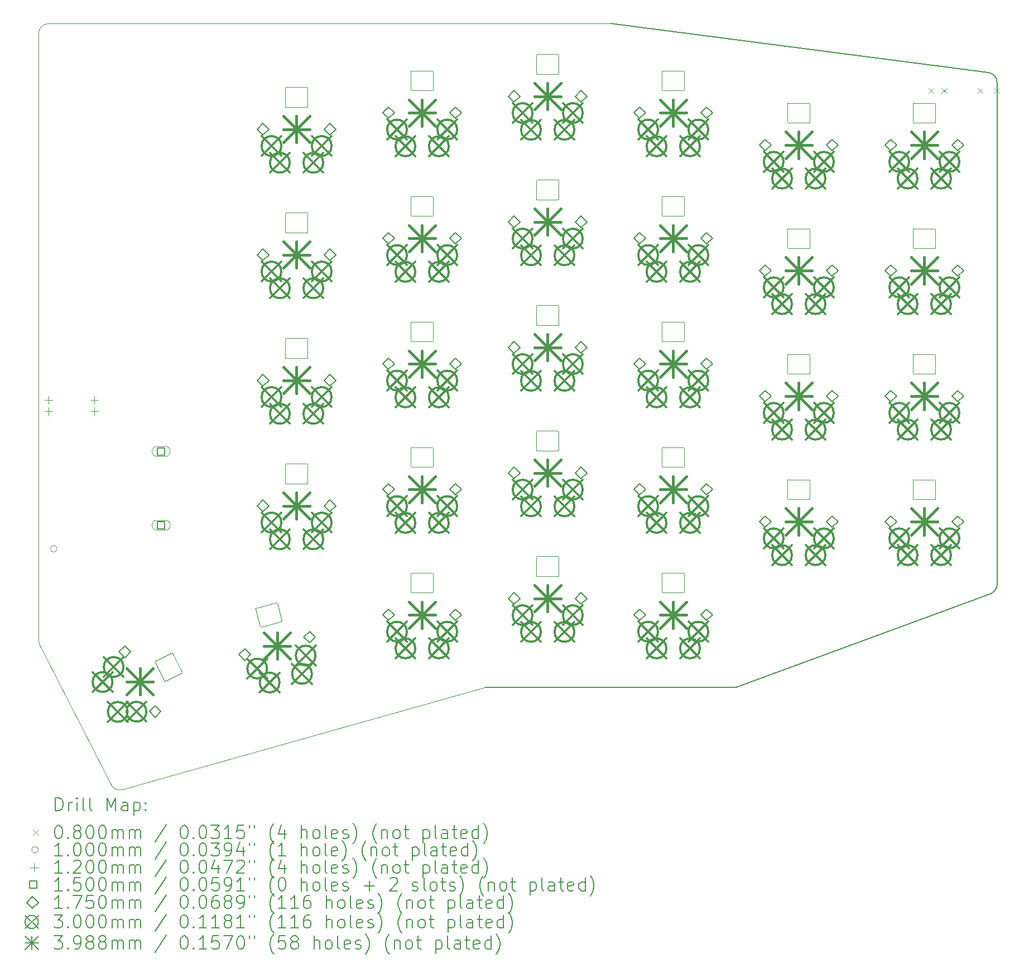
<source format=gbr>
%TF.GenerationSoftware,KiCad,Pcbnew,8.0.2*%
%TF.CreationDate,2024-06-08T11:25:09-04:00*%
%TF.ProjectId,Sofle_Pico,536f666c-655f-4506-9963-6f2e6b696361,v3.5.5*%
%TF.SameCoordinates,Original*%
%TF.FileFunction,Drillmap*%
%TF.FilePolarity,Positive*%
%FSLAX45Y45*%
G04 Gerber Fmt 4.5, Leading zero omitted, Abs format (unit mm)*
G04 Created by KiCad (PCBNEW 8.0.2) date 2024-06-08 11:25:09*
%MOMM*%
%LPD*%
G01*
G04 APERTURE LIST*
%ADD10C,0.100000*%
%ADD11C,0.150000*%
%ADD12C,0.050000*%
%ADD13C,0.200000*%
%ADD14C,0.120000*%
%ADD15C,0.175000*%
%ADD16C,0.300000*%
%ADD17C,0.398780*%
G04 APERTURE END LIST*
D10*
X9411012Y-15022043D02*
G75*
G02*
X9237768Y-14945462I-39592J144683D01*
G01*
D11*
X22682484Y-4287487D02*
X22682484Y-11907486D01*
D10*
X9411012Y-15022043D02*
X14912484Y-13472486D01*
X8140324Y-3547525D02*
X8140324Y-12753000D01*
X8140324Y-3547525D02*
G75*
G02*
X8290363Y-3397484I150046J-5D01*
G01*
D11*
X22548869Y-4137386D02*
G75*
G02*
X22682490Y-4287487I-17499J-150104D01*
G01*
D10*
X8156873Y-12823831D02*
G75*
G02*
X8140524Y-12753063I133837J68192D01*
G01*
D11*
X18722484Y-13472486D02*
X22591911Y-12045213D01*
X14912484Y-13472486D02*
X18722484Y-13472486D01*
X16817484Y-3397486D02*
X22548869Y-4137386D01*
X22682484Y-11907486D02*
G75*
G02*
X22591909Y-12045210I-149974J-14D01*
G01*
D10*
X8156673Y-12823768D02*
X9237772Y-14945460D01*
X16817484Y-3397486D02*
X8290363Y-3397486D01*
D12*
X13788501Y-4403000D02*
X13788501Y-4123000D01*
X13798501Y-4413000D02*
X14118501Y-4413000D01*
X14118501Y-4113000D02*
X13798501Y-4113000D01*
X14128501Y-4123000D02*
X14128501Y-4403000D01*
X13788501Y-4123000D02*
G75*
G02*
X13798501Y-4113000I10000J0D01*
G01*
X13798501Y-4413000D02*
G75*
G02*
X13788501Y-4403000I0J10000D01*
G01*
X14118501Y-4113000D02*
G75*
G02*
X14128501Y-4123000I0J-10000D01*
G01*
X14128501Y-4403000D02*
G75*
G02*
X14118501Y-4413000I-10000J0D01*
G01*
X11504534Y-12549211D02*
X11432065Y-12278752D01*
X11516781Y-12556282D02*
X11825878Y-12473460D01*
X11748232Y-12183682D02*
X11439136Y-12266504D01*
X11760479Y-12190753D02*
X11832949Y-12461213D01*
X11432065Y-12278752D02*
G75*
G02*
X11439136Y-12266504I9659J2588D01*
G01*
X11516781Y-12556282D02*
G75*
G02*
X11504534Y-12549211I-2588J9659D01*
G01*
X11748232Y-12183682D02*
G75*
G02*
X11760479Y-12190753I2588J-9659D01*
G01*
X11832949Y-12461213D02*
G75*
G02*
X11825878Y-12473460I-9659J-2588D01*
G01*
X19503501Y-8703000D02*
X19503501Y-8423000D01*
X19513501Y-8713000D02*
X19833501Y-8713000D01*
X19833501Y-8413000D02*
X19513501Y-8413000D01*
X19843501Y-8423000D02*
X19843501Y-8703000D01*
X19503501Y-8423000D02*
G75*
G02*
X19513501Y-8413000I10000J0D01*
G01*
X19513501Y-8713000D02*
G75*
G02*
X19503501Y-8703000I0J10000D01*
G01*
X19833501Y-8413000D02*
G75*
G02*
X19843501Y-8423000I0J-10000D01*
G01*
X19843501Y-8703000D02*
G75*
G02*
X19833501Y-8713000I-10000J0D01*
G01*
X9906525Y-13087189D02*
X10051802Y-13372311D01*
X9910895Y-13073739D02*
X10160377Y-12946622D01*
X10314733Y-13249564D02*
X10065252Y-13376681D01*
X10319104Y-13236114D02*
X10173827Y-12950992D01*
X9906525Y-13087189D02*
G75*
G02*
X9910895Y-13073739I8910J4540D01*
G01*
X10065252Y-13376681D02*
G75*
G02*
X10051802Y-13372311I-4540J8910D01*
G01*
X10160377Y-12946622D02*
G75*
G02*
X10173827Y-12950992I4540J-8910D01*
G01*
X10319104Y-13236114D02*
G75*
G02*
X10314733Y-13249564I-8910J-4540D01*
G01*
X19503501Y-6798000D02*
X19503501Y-6518000D01*
X19513501Y-6808000D02*
X19833501Y-6808000D01*
X19833501Y-6508000D02*
X19513501Y-6508000D01*
X19843501Y-6518000D02*
X19843501Y-6798000D01*
X19503501Y-6518000D02*
G75*
G02*
X19513501Y-6508000I10000J0D01*
G01*
X19513501Y-6808000D02*
G75*
G02*
X19503501Y-6798000I0J10000D01*
G01*
X19833501Y-6508000D02*
G75*
G02*
X19843501Y-6518000I0J-10000D01*
G01*
X19843501Y-6798000D02*
G75*
G02*
X19833501Y-6808000I-10000J0D01*
G01*
X19503501Y-4893000D02*
X19503501Y-4613000D01*
X19513501Y-4903000D02*
X19833501Y-4903000D01*
X19833501Y-4603000D02*
X19513501Y-4603000D01*
X19843501Y-4613000D02*
X19843501Y-4893000D01*
X19503501Y-4613000D02*
G75*
G02*
X19513501Y-4603000I10000J0D01*
G01*
X19513501Y-4903000D02*
G75*
G02*
X19503501Y-4893000I0J10000D01*
G01*
X19833501Y-4603000D02*
G75*
G02*
X19843501Y-4613000I0J-10000D01*
G01*
X19843501Y-4893000D02*
G75*
G02*
X19833501Y-4903000I-10000J0D01*
G01*
X19503501Y-10608000D02*
X19503501Y-10328000D01*
X19513501Y-10618000D02*
X19833501Y-10618000D01*
X19833501Y-10318000D02*
X19513501Y-10318000D01*
X19843501Y-10328000D02*
X19843501Y-10608000D01*
X19503501Y-10328000D02*
G75*
G02*
X19513501Y-10318000I10000J0D01*
G01*
X19513501Y-10618000D02*
G75*
G02*
X19503501Y-10608000I0J10000D01*
G01*
X19833501Y-10318000D02*
G75*
G02*
X19843501Y-10328000I0J-10000D01*
G01*
X19843501Y-10608000D02*
G75*
G02*
X19833501Y-10618000I-10000J0D01*
G01*
X13788501Y-6308000D02*
X13788501Y-6028000D01*
X13798501Y-6318000D02*
X14118501Y-6318000D01*
X14118501Y-6018000D02*
X13798501Y-6018000D01*
X14128501Y-6028000D02*
X14128501Y-6308000D01*
X13788501Y-6028000D02*
G75*
G02*
X13798501Y-6018000I10000J0D01*
G01*
X13798501Y-6318000D02*
G75*
G02*
X13788501Y-6308000I0J10000D01*
G01*
X14118501Y-6018000D02*
G75*
G02*
X14128501Y-6028000I0J-10000D01*
G01*
X14128501Y-6308000D02*
G75*
G02*
X14118501Y-6318000I-10000J0D01*
G01*
X17598501Y-10118000D02*
X17598501Y-9838000D01*
X17608501Y-10128000D02*
X17928501Y-10128000D01*
X17928501Y-9828000D02*
X17608501Y-9828000D01*
X17938501Y-9838000D02*
X17938501Y-10118000D01*
X17598501Y-9838000D02*
G75*
G02*
X17608501Y-9828000I10000J0D01*
G01*
X17608501Y-10128000D02*
G75*
G02*
X17598501Y-10118000I0J10000D01*
G01*
X17928501Y-9828000D02*
G75*
G02*
X17938501Y-9838000I0J-10000D01*
G01*
X17938501Y-10118000D02*
G75*
G02*
X17928501Y-10128000I-10000J0D01*
G01*
X15693501Y-9868000D02*
X15693501Y-9588000D01*
X15703501Y-9878000D02*
X16023501Y-9878000D01*
X16023501Y-9578000D02*
X15703501Y-9578000D01*
X16033501Y-9588000D02*
X16033501Y-9868000D01*
X15693501Y-9588000D02*
G75*
G02*
X15703501Y-9578000I10000J0D01*
G01*
X15703501Y-9878000D02*
G75*
G02*
X15693501Y-9868000I0J10000D01*
G01*
X16023501Y-9578000D02*
G75*
G02*
X16033501Y-9588000I0J-10000D01*
G01*
X16033501Y-9868000D02*
G75*
G02*
X16023501Y-9878000I-10000J0D01*
G01*
X21408501Y-8703000D02*
X21408501Y-8423000D01*
X21418501Y-8713000D02*
X21738501Y-8713000D01*
X21738501Y-8413000D02*
X21418501Y-8413000D01*
X21748501Y-8423000D02*
X21748501Y-8703000D01*
X21408501Y-8423000D02*
G75*
G02*
X21418501Y-8413000I10000J0D01*
G01*
X21418501Y-8713000D02*
G75*
G02*
X21408501Y-8703000I0J10000D01*
G01*
X21738501Y-8413000D02*
G75*
G02*
X21748501Y-8423000I0J-10000D01*
G01*
X21748501Y-8703000D02*
G75*
G02*
X21738501Y-8713000I-10000J0D01*
G01*
X11883501Y-8463000D02*
X11883501Y-8183000D01*
X11893501Y-8473000D02*
X12213501Y-8473000D01*
X12213501Y-8173000D02*
X11893501Y-8173000D01*
X12223501Y-8183000D02*
X12223501Y-8463000D01*
X11883501Y-8183000D02*
G75*
G02*
X11893501Y-8173000I10000J0D01*
G01*
X11893501Y-8473000D02*
G75*
G02*
X11883501Y-8463000I0J10000D01*
G01*
X12213501Y-8173000D02*
G75*
G02*
X12223501Y-8183000I0J-10000D01*
G01*
X12223501Y-8463000D02*
G75*
G02*
X12213501Y-8473000I-10000J0D01*
G01*
X17598501Y-6308000D02*
X17598501Y-6028000D01*
X17608501Y-6318000D02*
X17928501Y-6318000D01*
X17928501Y-6018000D02*
X17608501Y-6018000D01*
X17938501Y-6028000D02*
X17938501Y-6308000D01*
X17598501Y-6028000D02*
G75*
G02*
X17608501Y-6018000I10000J0D01*
G01*
X17608501Y-6318000D02*
G75*
G02*
X17598501Y-6308000I0J10000D01*
G01*
X17928501Y-6018000D02*
G75*
G02*
X17938501Y-6028000I0J-10000D01*
G01*
X17938501Y-6308000D02*
G75*
G02*
X17928501Y-6318000I-10000J0D01*
G01*
X13788501Y-10118000D02*
X13788501Y-9838000D01*
X13798501Y-10128000D02*
X14118501Y-10128000D01*
X14118501Y-9828000D02*
X13798501Y-9828000D01*
X14128501Y-9838000D02*
X14128501Y-10118000D01*
X13788501Y-9838000D02*
G75*
G02*
X13798501Y-9828000I10000J0D01*
G01*
X13798501Y-10128000D02*
G75*
G02*
X13788501Y-10118000I0J10000D01*
G01*
X14118501Y-9828000D02*
G75*
G02*
X14128501Y-9838000I0J-10000D01*
G01*
X14128501Y-10118000D02*
G75*
G02*
X14118501Y-10128000I-10000J0D01*
G01*
X21408501Y-4893000D02*
X21408501Y-4613000D01*
X21418501Y-4903000D02*
X21738501Y-4903000D01*
X21738501Y-4603000D02*
X21418501Y-4603000D01*
X21748501Y-4613000D02*
X21748501Y-4893000D01*
X21408501Y-4613000D02*
G75*
G02*
X21418501Y-4603000I10000J0D01*
G01*
X21418501Y-4903000D02*
G75*
G02*
X21408501Y-4893000I0J10000D01*
G01*
X21738501Y-4603000D02*
G75*
G02*
X21748501Y-4613000I0J-10000D01*
G01*
X21748501Y-4893000D02*
G75*
G02*
X21738501Y-4903000I-10000J0D01*
G01*
X11883501Y-4653000D02*
X11883501Y-4373000D01*
X11893501Y-4663000D02*
X12213501Y-4663000D01*
X12213501Y-4363000D02*
X11893501Y-4363000D01*
X12223501Y-4373000D02*
X12223501Y-4653000D01*
X11883501Y-4373000D02*
G75*
G02*
X11893501Y-4363000I10000J0D01*
G01*
X11893501Y-4663000D02*
G75*
G02*
X11883501Y-4653000I0J10000D01*
G01*
X12213501Y-4363000D02*
G75*
G02*
X12223501Y-4373000I0J-10000D01*
G01*
X12223501Y-4653000D02*
G75*
G02*
X12213501Y-4663000I-10000J0D01*
G01*
X15693501Y-4153000D02*
X15693501Y-3873000D01*
X15703501Y-4163000D02*
X16023501Y-4163000D01*
X16023501Y-3863000D02*
X15703501Y-3863000D01*
X16033501Y-3873000D02*
X16033501Y-4153000D01*
X15693501Y-3873000D02*
G75*
G02*
X15703501Y-3863000I10000J0D01*
G01*
X15703501Y-4163000D02*
G75*
G02*
X15693501Y-4153000I0J10000D01*
G01*
X16023501Y-3863000D02*
G75*
G02*
X16033501Y-3873000I0J-10000D01*
G01*
X16033501Y-4153000D02*
G75*
G02*
X16023501Y-4163000I-10000J0D01*
G01*
X15693501Y-11773000D02*
X15693501Y-11493000D01*
X15703501Y-11783000D02*
X16023501Y-11783000D01*
X16023501Y-11483000D02*
X15703501Y-11483000D01*
X16033501Y-11493000D02*
X16033501Y-11773000D01*
X15693501Y-11493000D02*
G75*
G02*
X15703501Y-11483000I10000J0D01*
G01*
X15703501Y-11783000D02*
G75*
G02*
X15693501Y-11773000I0J10000D01*
G01*
X16023501Y-11483000D02*
G75*
G02*
X16033501Y-11493000I0J-10000D01*
G01*
X16033501Y-11773000D02*
G75*
G02*
X16023501Y-11783000I-10000J0D01*
G01*
X15693501Y-6058000D02*
X15693501Y-5778000D01*
X15703501Y-6068000D02*
X16023501Y-6068000D01*
X16023501Y-5768000D02*
X15703501Y-5768000D01*
X16033501Y-5778000D02*
X16033501Y-6058000D01*
X15693501Y-5778000D02*
G75*
G02*
X15703501Y-5768000I10000J0D01*
G01*
X15703501Y-6068000D02*
G75*
G02*
X15693501Y-6058000I0J10000D01*
G01*
X16023501Y-5768000D02*
G75*
G02*
X16033501Y-5778000I0J-10000D01*
G01*
X16033501Y-6058000D02*
G75*
G02*
X16023501Y-6068000I-10000J0D01*
G01*
X13788501Y-12023000D02*
X13788501Y-11743000D01*
X13798501Y-12033000D02*
X14118501Y-12033000D01*
X14118501Y-11733000D02*
X13798501Y-11733000D01*
X14128501Y-11743000D02*
X14128501Y-12023000D01*
X13788501Y-11743000D02*
G75*
G02*
X13798501Y-11733000I10000J0D01*
G01*
X13798501Y-12033000D02*
G75*
G02*
X13788501Y-12023000I0J10000D01*
G01*
X14118501Y-11733000D02*
G75*
G02*
X14128501Y-11743000I0J-10000D01*
G01*
X14128501Y-12023000D02*
G75*
G02*
X14118501Y-12033000I-10000J0D01*
G01*
X11883501Y-6558000D02*
X11883501Y-6278000D01*
X11893501Y-6568000D02*
X12213501Y-6568000D01*
X12213501Y-6268000D02*
X11893501Y-6268000D01*
X12223501Y-6278000D02*
X12223501Y-6558000D01*
X11883501Y-6278000D02*
G75*
G02*
X11893501Y-6268000I10000J0D01*
G01*
X11893501Y-6568000D02*
G75*
G02*
X11883501Y-6558000I0J10000D01*
G01*
X12213501Y-6268000D02*
G75*
G02*
X12223501Y-6278000I0J-10000D01*
G01*
X12223501Y-6558000D02*
G75*
G02*
X12213501Y-6568000I-10000J0D01*
G01*
X17598501Y-4403000D02*
X17598501Y-4123000D01*
X17608501Y-4413000D02*
X17928501Y-4413000D01*
X17928501Y-4113000D02*
X17608501Y-4113000D01*
X17938501Y-4123000D02*
X17938501Y-4403000D01*
X17598501Y-4123000D02*
G75*
G02*
X17608501Y-4113000I10000J0D01*
G01*
X17608501Y-4413000D02*
G75*
G02*
X17598501Y-4403000I0J10000D01*
G01*
X17928501Y-4113000D02*
G75*
G02*
X17938501Y-4123000I0J-10000D01*
G01*
X17938501Y-4403000D02*
G75*
G02*
X17928501Y-4413000I-10000J0D01*
G01*
X11883501Y-10368000D02*
X11883501Y-10088000D01*
X11893501Y-10378000D02*
X12213501Y-10378000D01*
X12213501Y-10078000D02*
X11893501Y-10078000D01*
X12223501Y-10088000D02*
X12223501Y-10368000D01*
X11883501Y-10088000D02*
G75*
G02*
X11893501Y-10078000I10000J0D01*
G01*
X11893501Y-10378000D02*
G75*
G02*
X11883501Y-10368000I0J10000D01*
G01*
X12213501Y-10078000D02*
G75*
G02*
X12223501Y-10088000I0J-10000D01*
G01*
X12223501Y-10368000D02*
G75*
G02*
X12213501Y-10378000I-10000J0D01*
G01*
X17598501Y-8213000D02*
X17598501Y-7933000D01*
X17608501Y-8223000D02*
X17928501Y-8223000D01*
X17928501Y-7923000D02*
X17608501Y-7923000D01*
X17938501Y-7933000D02*
X17938501Y-8213000D01*
X17598501Y-7933000D02*
G75*
G02*
X17608501Y-7923000I10000J0D01*
G01*
X17608501Y-8223000D02*
G75*
G02*
X17598501Y-8213000I0J10000D01*
G01*
X17928501Y-7923000D02*
G75*
G02*
X17938501Y-7933000I0J-10000D01*
G01*
X17938501Y-8213000D02*
G75*
G02*
X17928501Y-8223000I-10000J0D01*
G01*
X13788501Y-8213000D02*
X13788501Y-7933000D01*
X13798501Y-8223000D02*
X14118501Y-8223000D01*
X14118501Y-7923000D02*
X13798501Y-7923000D01*
X14128501Y-7933000D02*
X14128501Y-8213000D01*
X13788501Y-7933000D02*
G75*
G02*
X13798501Y-7923000I10000J0D01*
G01*
X13798501Y-8223000D02*
G75*
G02*
X13788501Y-8213000I0J10000D01*
G01*
X14118501Y-7923000D02*
G75*
G02*
X14128501Y-7933000I0J-10000D01*
G01*
X14128501Y-8213000D02*
G75*
G02*
X14118501Y-8223000I-10000J0D01*
G01*
X15693501Y-7963000D02*
X15693501Y-7683000D01*
X15703501Y-7973000D02*
X16023501Y-7973000D01*
X16023501Y-7673000D02*
X15703501Y-7673000D01*
X16033501Y-7683000D02*
X16033501Y-7963000D01*
X15693501Y-7683000D02*
G75*
G02*
X15703501Y-7673000I10000J0D01*
G01*
X15703501Y-7973000D02*
G75*
G02*
X15693501Y-7963000I0J10000D01*
G01*
X16023501Y-7673000D02*
G75*
G02*
X16033501Y-7683000I0J-10000D01*
G01*
X16033501Y-7963000D02*
G75*
G02*
X16023501Y-7973000I-10000J0D01*
G01*
X21408501Y-6798000D02*
X21408501Y-6518000D01*
X21418501Y-6808000D02*
X21738501Y-6808000D01*
X21738501Y-6508000D02*
X21418501Y-6508000D01*
X21748501Y-6518000D02*
X21748501Y-6798000D01*
X21408501Y-6518000D02*
G75*
G02*
X21418501Y-6508000I10000J0D01*
G01*
X21418501Y-6808000D02*
G75*
G02*
X21408501Y-6798000I0J10000D01*
G01*
X21738501Y-6508000D02*
G75*
G02*
X21748501Y-6518000I0J-10000D01*
G01*
X21748501Y-6798000D02*
G75*
G02*
X21738501Y-6808000I-10000J0D01*
G01*
X21408501Y-10608000D02*
X21408501Y-10328000D01*
X21418501Y-10618000D02*
X21738501Y-10618000D01*
X21738501Y-10318000D02*
X21418501Y-10318000D01*
X21748501Y-10328000D02*
X21748501Y-10608000D01*
X21408501Y-10328000D02*
G75*
G02*
X21418501Y-10318000I10000J0D01*
G01*
X21418501Y-10618000D02*
G75*
G02*
X21408501Y-10608000I0J10000D01*
G01*
X21738501Y-10318000D02*
G75*
G02*
X21748501Y-10328000I0J-10000D01*
G01*
X21748501Y-10608000D02*
G75*
G02*
X21738501Y-10618000I-10000J0D01*
G01*
X17598501Y-12023000D02*
X17598501Y-11743000D01*
X17608501Y-12033000D02*
X17928501Y-12033000D01*
X17928501Y-11733000D02*
X17608501Y-11733000D01*
X17938501Y-11743000D02*
X17938501Y-12023000D01*
X17598501Y-11743000D02*
G75*
G02*
X17608501Y-11733000I10000J0D01*
G01*
X17608501Y-12033000D02*
G75*
G02*
X17598501Y-12023000I0J10000D01*
G01*
X17928501Y-11733000D02*
G75*
G02*
X17938501Y-11743000I0J-10000D01*
G01*
X17938501Y-12023000D02*
G75*
G02*
X17928501Y-12033000I-10000J0D01*
G01*
D13*
D10*
X21640500Y-4376000D02*
X21720500Y-4456000D01*
X21720500Y-4376000D02*
X21640500Y-4456000D01*
X21840500Y-4376000D02*
X21920500Y-4456000D01*
X21920500Y-4376000D02*
X21840500Y-4456000D01*
X22386500Y-4376000D02*
X22466500Y-4456000D01*
X22466500Y-4376000D02*
X22386500Y-4456000D01*
X22640500Y-4376000D02*
X22720500Y-4456000D01*
X22720500Y-4376000D02*
X22640500Y-4456000D01*
X8419300Y-11366500D02*
G75*
G02*
X8319300Y-11366500I-50000J0D01*
G01*
X8319300Y-11366500D02*
G75*
G02*
X8419300Y-11366500I50000J0D01*
G01*
D14*
X8289000Y-9047000D02*
X8289000Y-9167000D01*
X8229000Y-9107000D02*
X8349000Y-9107000D01*
X8289000Y-9222000D02*
X8289000Y-9342000D01*
X8229000Y-9282000D02*
X8349000Y-9282000D01*
X8989000Y-9047000D02*
X8989000Y-9167000D01*
X8929000Y-9107000D02*
X9049000Y-9107000D01*
X8989000Y-9222000D02*
X8989000Y-9342000D01*
X8929000Y-9282000D02*
X9049000Y-9282000D01*
D11*
X10053034Y-9943034D02*
X10053034Y-9836967D01*
X9946967Y-9836967D01*
X9946967Y-9943034D01*
X10053034Y-9943034D01*
D10*
X10065000Y-9815000D02*
X9935000Y-9815000D01*
X9935000Y-9965000D02*
G75*
G02*
X9935000Y-9815000I0J75000D01*
G01*
X9935000Y-9965000D02*
X10065000Y-9965000D01*
X10065000Y-9965000D02*
G75*
G03*
X10065000Y-9815000I0J75000D01*
G01*
D11*
X10053034Y-11063034D02*
X10053034Y-10956967D01*
X9946967Y-10956967D01*
X9946967Y-11063034D01*
X10053034Y-11063034D01*
D10*
X10065000Y-10935000D02*
X9935000Y-10935000D01*
X9935000Y-11085000D02*
G75*
G02*
X9935000Y-10935000I0J75000D01*
G01*
X9935000Y-11085000D02*
X10065000Y-11085000D01*
X10065000Y-11085000D02*
G75*
G03*
X10065000Y-10935000I0J75000D01*
G01*
D15*
X9448947Y-13018950D02*
X9536447Y-12931450D01*
X9448947Y-12843950D01*
X9361447Y-12931450D01*
X9448947Y-13018950D01*
X9448947Y-13018950D02*
X9536447Y-12931450D01*
X9448947Y-12843950D01*
X9361447Y-12931450D01*
X9448947Y-13018950D01*
X9910202Y-13924212D02*
X9997702Y-13836712D01*
X9910202Y-13749212D01*
X9822702Y-13836712D01*
X9910202Y-13924212D01*
X9910202Y-13924212D02*
X9997702Y-13836712D01*
X9910202Y-13749212D01*
X9822702Y-13836712D01*
X9910202Y-13924212D01*
X11269310Y-13058980D02*
X11356810Y-12971480D01*
X11269310Y-12883980D01*
X11181810Y-12971480D01*
X11269310Y-13058980D01*
X11269310Y-13058980D02*
X11356810Y-12971480D01*
X11269310Y-12883980D01*
X11181810Y-12971480D01*
X11269310Y-13058980D01*
X11547000Y-5087500D02*
X11634500Y-5000000D01*
X11547000Y-4912500D01*
X11459500Y-5000000D01*
X11547000Y-5087500D01*
X11547000Y-5087500D02*
X11634500Y-5000000D01*
X11547000Y-4912500D01*
X11459500Y-5000000D01*
X11547000Y-5087500D01*
X11547000Y-6992500D02*
X11634500Y-6905000D01*
X11547000Y-6817500D01*
X11459500Y-6905000D01*
X11547000Y-6992500D01*
X11547000Y-6992500D02*
X11634500Y-6905000D01*
X11547000Y-6817500D01*
X11459500Y-6905000D01*
X11547000Y-6992500D01*
X11547000Y-8897500D02*
X11634500Y-8810000D01*
X11547000Y-8722500D01*
X11459500Y-8810000D01*
X11547000Y-8897500D01*
X11547000Y-8897500D02*
X11634500Y-8810000D01*
X11547000Y-8722500D01*
X11459500Y-8810000D01*
X11547000Y-8897500D01*
X11547000Y-10802500D02*
X11634500Y-10715000D01*
X11547000Y-10627500D01*
X11459500Y-10715000D01*
X11547000Y-10802500D01*
X11547000Y-10802500D02*
X11634500Y-10715000D01*
X11547000Y-10627500D01*
X11459500Y-10715000D01*
X11547000Y-10802500D01*
X12250690Y-12796020D02*
X12338190Y-12708520D01*
X12250690Y-12621020D01*
X12163190Y-12708520D01*
X12250690Y-12796020D01*
X12250690Y-12796020D02*
X12338190Y-12708520D01*
X12250690Y-12621020D01*
X12163190Y-12708520D01*
X12250690Y-12796020D01*
X12563000Y-5087500D02*
X12650500Y-5000000D01*
X12563000Y-4912500D01*
X12475500Y-5000000D01*
X12563000Y-5087500D01*
X12563000Y-5087500D02*
X12650500Y-5000000D01*
X12563000Y-4912500D01*
X12475500Y-5000000D01*
X12563000Y-5087500D01*
X12563000Y-6992500D02*
X12650500Y-6905000D01*
X12563000Y-6817500D01*
X12475500Y-6905000D01*
X12563000Y-6992500D01*
X12563000Y-6992500D02*
X12650500Y-6905000D01*
X12563000Y-6817500D01*
X12475500Y-6905000D01*
X12563000Y-6992500D01*
X12563000Y-8897500D02*
X12650500Y-8810000D01*
X12563000Y-8722500D01*
X12475500Y-8810000D01*
X12563000Y-8897500D01*
X12563000Y-8897500D02*
X12650500Y-8810000D01*
X12563000Y-8722500D01*
X12475500Y-8810000D01*
X12563000Y-8897500D01*
X12563000Y-10802500D02*
X12650500Y-10715000D01*
X12563000Y-10627500D01*
X12475500Y-10715000D01*
X12563000Y-10802500D01*
X12563000Y-10802500D02*
X12650500Y-10715000D01*
X12563000Y-10627500D01*
X12475500Y-10715000D01*
X12563000Y-10802500D01*
X13452000Y-4837500D02*
X13539500Y-4750000D01*
X13452000Y-4662500D01*
X13364500Y-4750000D01*
X13452000Y-4837500D01*
X13452000Y-4837500D02*
X13539500Y-4750000D01*
X13452000Y-4662500D01*
X13364500Y-4750000D01*
X13452000Y-4837500D01*
X13452000Y-6742500D02*
X13539500Y-6655000D01*
X13452000Y-6567500D01*
X13364500Y-6655000D01*
X13452000Y-6742500D01*
X13452000Y-6742500D02*
X13539500Y-6655000D01*
X13452000Y-6567500D01*
X13364500Y-6655000D01*
X13452000Y-6742500D01*
X13452000Y-8647500D02*
X13539500Y-8560000D01*
X13452000Y-8472500D01*
X13364500Y-8560000D01*
X13452000Y-8647500D01*
X13452000Y-8647500D02*
X13539500Y-8560000D01*
X13452000Y-8472500D01*
X13364500Y-8560000D01*
X13452000Y-8647500D01*
X13452000Y-10552500D02*
X13539500Y-10465000D01*
X13452000Y-10377500D01*
X13364500Y-10465000D01*
X13452000Y-10552500D01*
X13452000Y-10552500D02*
X13539500Y-10465000D01*
X13452000Y-10377500D01*
X13364500Y-10465000D01*
X13452000Y-10552500D01*
X13452000Y-12457500D02*
X13539500Y-12370000D01*
X13452000Y-12282500D01*
X13364500Y-12370000D01*
X13452000Y-12457500D01*
X13452000Y-12457500D02*
X13539500Y-12370000D01*
X13452000Y-12282500D01*
X13364500Y-12370000D01*
X13452000Y-12457500D01*
X14468000Y-4837500D02*
X14555500Y-4750000D01*
X14468000Y-4662500D01*
X14380500Y-4750000D01*
X14468000Y-4837500D01*
X14468000Y-4837500D02*
X14555500Y-4750000D01*
X14468000Y-4662500D01*
X14380500Y-4750000D01*
X14468000Y-4837500D01*
X14468000Y-6742500D02*
X14555500Y-6655000D01*
X14468000Y-6567500D01*
X14380500Y-6655000D01*
X14468000Y-6742500D01*
X14468000Y-6742500D02*
X14555500Y-6655000D01*
X14468000Y-6567500D01*
X14380500Y-6655000D01*
X14468000Y-6742500D01*
X14468000Y-8647500D02*
X14555500Y-8560000D01*
X14468000Y-8472500D01*
X14380500Y-8560000D01*
X14468000Y-8647500D01*
X14468000Y-8647500D02*
X14555500Y-8560000D01*
X14468000Y-8472500D01*
X14380500Y-8560000D01*
X14468000Y-8647500D01*
X14468000Y-10552500D02*
X14555500Y-10465000D01*
X14468000Y-10377500D01*
X14380500Y-10465000D01*
X14468000Y-10552500D01*
X14468000Y-10552500D02*
X14555500Y-10465000D01*
X14468000Y-10377500D01*
X14380500Y-10465000D01*
X14468000Y-10552500D01*
X14468000Y-12457500D02*
X14555500Y-12370000D01*
X14468000Y-12282500D01*
X14380500Y-12370000D01*
X14468000Y-12457500D01*
X14468000Y-12457500D02*
X14555500Y-12370000D01*
X14468000Y-12282500D01*
X14380500Y-12370000D01*
X14468000Y-12457500D01*
X15357000Y-4587500D02*
X15444500Y-4500000D01*
X15357000Y-4412500D01*
X15269500Y-4500000D01*
X15357000Y-4587500D01*
X15357000Y-4587500D02*
X15444500Y-4500000D01*
X15357000Y-4412500D01*
X15269500Y-4500000D01*
X15357000Y-4587500D01*
X15357000Y-6492500D02*
X15444500Y-6405000D01*
X15357000Y-6317500D01*
X15269500Y-6405000D01*
X15357000Y-6492500D01*
X15357000Y-6492500D02*
X15444500Y-6405000D01*
X15357000Y-6317500D01*
X15269500Y-6405000D01*
X15357000Y-6492500D01*
X15357000Y-8397500D02*
X15444500Y-8310000D01*
X15357000Y-8222500D01*
X15269500Y-8310000D01*
X15357000Y-8397500D01*
X15357000Y-8397500D02*
X15444500Y-8310000D01*
X15357000Y-8222500D01*
X15269500Y-8310000D01*
X15357000Y-8397500D01*
X15357000Y-10302500D02*
X15444500Y-10215000D01*
X15357000Y-10127500D01*
X15269500Y-10215000D01*
X15357000Y-10302500D01*
X15357000Y-10302500D02*
X15444500Y-10215000D01*
X15357000Y-10127500D01*
X15269500Y-10215000D01*
X15357000Y-10302500D01*
X15357000Y-12207500D02*
X15444500Y-12120000D01*
X15357000Y-12032500D01*
X15269500Y-12120000D01*
X15357000Y-12207500D01*
X15357000Y-12207500D02*
X15444500Y-12120000D01*
X15357000Y-12032500D01*
X15269500Y-12120000D01*
X15357000Y-12207500D01*
X16373000Y-4587500D02*
X16460500Y-4500000D01*
X16373000Y-4412500D01*
X16285500Y-4500000D01*
X16373000Y-4587500D01*
X16373000Y-4587500D02*
X16460500Y-4500000D01*
X16373000Y-4412500D01*
X16285500Y-4500000D01*
X16373000Y-4587500D01*
X16373000Y-6492500D02*
X16460500Y-6405000D01*
X16373000Y-6317500D01*
X16285500Y-6405000D01*
X16373000Y-6492500D01*
X16373000Y-6492500D02*
X16460500Y-6405000D01*
X16373000Y-6317500D01*
X16285500Y-6405000D01*
X16373000Y-6492500D01*
X16373000Y-8397500D02*
X16460500Y-8310000D01*
X16373000Y-8222500D01*
X16285500Y-8310000D01*
X16373000Y-8397500D01*
X16373000Y-8397500D02*
X16460500Y-8310000D01*
X16373000Y-8222500D01*
X16285500Y-8310000D01*
X16373000Y-8397500D01*
X16373000Y-10302500D02*
X16460500Y-10215000D01*
X16373000Y-10127500D01*
X16285500Y-10215000D01*
X16373000Y-10302500D01*
X16373000Y-10302500D02*
X16460500Y-10215000D01*
X16373000Y-10127500D01*
X16285500Y-10215000D01*
X16373000Y-10302500D01*
X16373000Y-12207500D02*
X16460500Y-12120000D01*
X16373000Y-12032500D01*
X16285500Y-12120000D01*
X16373000Y-12207500D01*
X16373000Y-12207500D02*
X16460500Y-12120000D01*
X16373000Y-12032500D01*
X16285500Y-12120000D01*
X16373000Y-12207500D01*
X17262000Y-4837500D02*
X17349500Y-4750000D01*
X17262000Y-4662500D01*
X17174500Y-4750000D01*
X17262000Y-4837500D01*
X17262000Y-4837500D02*
X17349500Y-4750000D01*
X17262000Y-4662500D01*
X17174500Y-4750000D01*
X17262000Y-4837500D01*
X17262000Y-6742500D02*
X17349500Y-6655000D01*
X17262000Y-6567500D01*
X17174500Y-6655000D01*
X17262000Y-6742500D01*
X17262000Y-6742500D02*
X17349500Y-6655000D01*
X17262000Y-6567500D01*
X17174500Y-6655000D01*
X17262000Y-6742500D01*
X17262000Y-8647500D02*
X17349500Y-8560000D01*
X17262000Y-8472500D01*
X17174500Y-8560000D01*
X17262000Y-8647500D01*
X17262000Y-8647500D02*
X17349500Y-8560000D01*
X17262000Y-8472500D01*
X17174500Y-8560000D01*
X17262000Y-8647500D01*
X17262000Y-10552500D02*
X17349500Y-10465000D01*
X17262000Y-10377500D01*
X17174500Y-10465000D01*
X17262000Y-10552500D01*
X17262000Y-10552500D02*
X17349500Y-10465000D01*
X17262000Y-10377500D01*
X17174500Y-10465000D01*
X17262000Y-10552500D01*
X17262000Y-12457500D02*
X17349500Y-12370000D01*
X17262000Y-12282500D01*
X17174500Y-12370000D01*
X17262000Y-12457500D01*
X17262000Y-12457500D02*
X17349500Y-12370000D01*
X17262000Y-12282500D01*
X17174500Y-12370000D01*
X17262000Y-12457500D01*
X18278000Y-4837500D02*
X18365500Y-4750000D01*
X18278000Y-4662500D01*
X18190500Y-4750000D01*
X18278000Y-4837500D01*
X18278000Y-4837500D02*
X18365500Y-4750000D01*
X18278000Y-4662500D01*
X18190500Y-4750000D01*
X18278000Y-4837500D01*
X18278000Y-6742500D02*
X18365500Y-6655000D01*
X18278000Y-6567500D01*
X18190500Y-6655000D01*
X18278000Y-6742500D01*
X18278000Y-6742500D02*
X18365500Y-6655000D01*
X18278000Y-6567500D01*
X18190500Y-6655000D01*
X18278000Y-6742500D01*
X18278000Y-8647500D02*
X18365500Y-8560000D01*
X18278000Y-8472500D01*
X18190500Y-8560000D01*
X18278000Y-8647500D01*
X18278000Y-8647500D02*
X18365500Y-8560000D01*
X18278000Y-8472500D01*
X18190500Y-8560000D01*
X18278000Y-8647500D01*
X18278000Y-10552500D02*
X18365500Y-10465000D01*
X18278000Y-10377500D01*
X18190500Y-10465000D01*
X18278000Y-10552500D01*
X18278000Y-10552500D02*
X18365500Y-10465000D01*
X18278000Y-10377500D01*
X18190500Y-10465000D01*
X18278000Y-10552500D01*
X18278000Y-12457500D02*
X18365500Y-12370000D01*
X18278000Y-12282500D01*
X18190500Y-12370000D01*
X18278000Y-12457500D01*
X18278000Y-12457500D02*
X18365500Y-12370000D01*
X18278000Y-12282500D01*
X18190500Y-12370000D01*
X18278000Y-12457500D01*
X19167000Y-5327500D02*
X19254500Y-5240000D01*
X19167000Y-5152500D01*
X19079500Y-5240000D01*
X19167000Y-5327500D01*
X19167000Y-5327500D02*
X19254500Y-5240000D01*
X19167000Y-5152500D01*
X19079500Y-5240000D01*
X19167000Y-5327500D01*
X19167000Y-7232500D02*
X19254500Y-7145000D01*
X19167000Y-7057500D01*
X19079500Y-7145000D01*
X19167000Y-7232500D01*
X19167000Y-7232500D02*
X19254500Y-7145000D01*
X19167000Y-7057500D01*
X19079500Y-7145000D01*
X19167000Y-7232500D01*
X19167000Y-9137500D02*
X19254500Y-9050000D01*
X19167000Y-8962500D01*
X19079500Y-9050000D01*
X19167000Y-9137500D01*
X19167000Y-9137500D02*
X19254500Y-9050000D01*
X19167000Y-8962500D01*
X19079500Y-9050000D01*
X19167000Y-9137500D01*
X19167000Y-11042500D02*
X19254500Y-10955000D01*
X19167000Y-10867500D01*
X19079500Y-10955000D01*
X19167000Y-11042500D01*
X19167000Y-11042500D02*
X19254500Y-10955000D01*
X19167000Y-10867500D01*
X19079500Y-10955000D01*
X19167000Y-11042500D01*
X20183000Y-5327500D02*
X20270500Y-5240000D01*
X20183000Y-5152500D01*
X20095500Y-5240000D01*
X20183000Y-5327500D01*
X20183000Y-5327500D02*
X20270500Y-5240000D01*
X20183000Y-5152500D01*
X20095500Y-5240000D01*
X20183000Y-5327500D01*
X20183000Y-7232500D02*
X20270500Y-7145000D01*
X20183000Y-7057500D01*
X20095500Y-7145000D01*
X20183000Y-7232500D01*
X20183000Y-7232500D02*
X20270500Y-7145000D01*
X20183000Y-7057500D01*
X20095500Y-7145000D01*
X20183000Y-7232500D01*
X20183000Y-9137500D02*
X20270500Y-9050000D01*
X20183000Y-8962500D01*
X20095500Y-9050000D01*
X20183000Y-9137500D01*
X20183000Y-9137500D02*
X20270500Y-9050000D01*
X20183000Y-8962500D01*
X20095500Y-9050000D01*
X20183000Y-9137500D01*
X20183000Y-11042500D02*
X20270500Y-10955000D01*
X20183000Y-10867500D01*
X20095500Y-10955000D01*
X20183000Y-11042500D01*
X20183000Y-11042500D02*
X20270500Y-10955000D01*
X20183000Y-10867500D01*
X20095500Y-10955000D01*
X20183000Y-11042500D01*
X21072000Y-5327500D02*
X21159500Y-5240000D01*
X21072000Y-5152500D01*
X20984500Y-5240000D01*
X21072000Y-5327500D01*
X21072000Y-5327500D02*
X21159500Y-5240000D01*
X21072000Y-5152500D01*
X20984500Y-5240000D01*
X21072000Y-5327500D01*
X21072000Y-7232500D02*
X21159500Y-7145000D01*
X21072000Y-7057500D01*
X20984500Y-7145000D01*
X21072000Y-7232500D01*
X21072000Y-7232500D02*
X21159500Y-7145000D01*
X21072000Y-7057500D01*
X20984500Y-7145000D01*
X21072000Y-7232500D01*
X21072000Y-9137500D02*
X21159500Y-9050000D01*
X21072000Y-8962500D01*
X20984500Y-9050000D01*
X21072000Y-9137500D01*
X21072000Y-9137500D02*
X21159500Y-9050000D01*
X21072000Y-8962500D01*
X20984500Y-9050000D01*
X21072000Y-9137500D01*
X21072000Y-11042500D02*
X21159500Y-10955000D01*
X21072000Y-10867500D01*
X20984500Y-10955000D01*
X21072000Y-11042500D01*
X21072000Y-11042500D02*
X21159500Y-10955000D01*
X21072000Y-10867500D01*
X20984500Y-10955000D01*
X21072000Y-11042500D01*
X22088000Y-5327500D02*
X22175500Y-5240000D01*
X22088000Y-5152500D01*
X22000500Y-5240000D01*
X22088000Y-5327500D01*
X22088000Y-5327500D02*
X22175500Y-5240000D01*
X22088000Y-5152500D01*
X22000500Y-5240000D01*
X22088000Y-5327500D01*
X22088000Y-7232500D02*
X22175500Y-7145000D01*
X22088000Y-7057500D01*
X22000500Y-7145000D01*
X22088000Y-7232500D01*
X22088000Y-7232500D02*
X22175500Y-7145000D01*
X22088000Y-7057500D01*
X22000500Y-7145000D01*
X22088000Y-7232500D01*
X22088000Y-9137500D02*
X22175500Y-9050000D01*
X22088000Y-8962500D01*
X22000500Y-9050000D01*
X22088000Y-9137500D01*
X22088000Y-9137500D02*
X22175500Y-9050000D01*
X22088000Y-8962500D01*
X22000500Y-9050000D01*
X22088000Y-9137500D01*
X22088000Y-11042500D02*
X22175500Y-10955000D01*
X22088000Y-10867500D01*
X22000500Y-10955000D01*
X22088000Y-11042500D01*
X22088000Y-11042500D02*
X22175500Y-10955000D01*
X22088000Y-10867500D01*
X22000500Y-10955000D01*
X22088000Y-11042500D01*
D16*
X8961630Y-13238392D02*
X9261630Y-13538392D01*
X9261630Y-13238392D02*
X8961630Y-13538392D01*
X9261630Y-13388392D02*
G75*
G02*
X8961630Y-13388392I-150000J0D01*
G01*
X8961630Y-13388392D02*
G75*
G02*
X9261630Y-13388392I150000J0D01*
G01*
X9130289Y-13009921D02*
X9430289Y-13309921D01*
X9430289Y-13009921D02*
X9130289Y-13309921D01*
X9430289Y-13159921D02*
G75*
G02*
X9130289Y-13159921I-150000J0D01*
G01*
X9130289Y-13159921D02*
G75*
G02*
X9430289Y-13159921I150000J0D01*
G01*
X9192257Y-13691024D02*
X9492257Y-13991024D01*
X9492257Y-13691024D02*
X9192257Y-13991024D01*
X9492257Y-13841024D02*
G75*
G02*
X9192257Y-13841024I-150000J0D01*
G01*
X9192257Y-13841024D02*
G75*
G02*
X9492257Y-13841024I150000J0D01*
G01*
X9476229Y-13688868D02*
X9776229Y-13988868D01*
X9776229Y-13688868D02*
X9476229Y-13988868D01*
X9776229Y-13838868D02*
G75*
G02*
X9476229Y-13838868I-150000J0D01*
G01*
X9476229Y-13838868D02*
G75*
G02*
X9776229Y-13838868I150000J0D01*
G01*
X11307722Y-13033955D02*
X11607722Y-13333955D01*
X11607722Y-13033955D02*
X11307722Y-13333955D01*
X11607722Y-13183955D02*
G75*
G02*
X11307722Y-13183955I-150000J0D01*
G01*
X11307722Y-13183955D02*
G75*
G02*
X11607722Y-13183955I150000J0D01*
G01*
X11496135Y-13246430D02*
X11796135Y-13546430D01*
X11796135Y-13246430D02*
X11496135Y-13546430D01*
X11796135Y-13396430D02*
G75*
G02*
X11496135Y-13396430I-150000J0D01*
G01*
X11496135Y-13396430D02*
G75*
G02*
X11796135Y-13396430I150000J0D01*
G01*
X11524000Y-5104000D02*
X11824000Y-5404000D01*
X11824000Y-5104000D02*
X11524000Y-5404000D01*
X11824000Y-5254000D02*
G75*
G02*
X11524000Y-5254000I-150000J0D01*
G01*
X11524000Y-5254000D02*
G75*
G02*
X11824000Y-5254000I150000J0D01*
G01*
X11524000Y-7009000D02*
X11824000Y-7309000D01*
X11824000Y-7009000D02*
X11524000Y-7309000D01*
X11824000Y-7159000D02*
G75*
G02*
X11524000Y-7159000I-150000J0D01*
G01*
X11524000Y-7159000D02*
G75*
G02*
X11824000Y-7159000I150000J0D01*
G01*
X11524000Y-8914000D02*
X11824000Y-9214000D01*
X11824000Y-8914000D02*
X11524000Y-9214000D01*
X11824000Y-9064000D02*
G75*
G02*
X11524000Y-9064000I-150000J0D01*
G01*
X11524000Y-9064000D02*
G75*
G02*
X11824000Y-9064000I150000J0D01*
G01*
X11524000Y-10819000D02*
X11824000Y-11119000D01*
X11824000Y-10819000D02*
X11524000Y-11119000D01*
X11824000Y-10969000D02*
G75*
G02*
X11524000Y-10969000I-150000J0D01*
G01*
X11524000Y-10969000D02*
G75*
G02*
X11824000Y-10969000I150000J0D01*
G01*
X11651000Y-5358000D02*
X11951000Y-5658000D01*
X11951000Y-5358000D02*
X11651000Y-5658000D01*
X11951000Y-5508000D02*
G75*
G02*
X11651000Y-5508000I-150000J0D01*
G01*
X11651000Y-5508000D02*
G75*
G02*
X11951000Y-5508000I150000J0D01*
G01*
X11651000Y-7263000D02*
X11951000Y-7563000D01*
X11951000Y-7263000D02*
X11651000Y-7563000D01*
X11951000Y-7413000D02*
G75*
G02*
X11651000Y-7413000I-150000J0D01*
G01*
X11651000Y-7413000D02*
G75*
G02*
X11951000Y-7413000I150000J0D01*
G01*
X11651000Y-9168000D02*
X11951000Y-9468000D01*
X11951000Y-9168000D02*
X11651000Y-9468000D01*
X11951000Y-9318000D02*
G75*
G02*
X11651000Y-9318000I-150000J0D01*
G01*
X11651000Y-9318000D02*
G75*
G02*
X11951000Y-9318000I150000J0D01*
G01*
X11651000Y-11073000D02*
X11951000Y-11373000D01*
X11951000Y-11073000D02*
X11651000Y-11373000D01*
X11951000Y-11223000D02*
G75*
G02*
X11651000Y-11223000I-150000J0D01*
G01*
X11651000Y-11223000D02*
G75*
G02*
X11951000Y-11223000I150000J0D01*
G01*
X11986825Y-13114950D02*
X12286825Y-13414950D01*
X12286825Y-13114950D02*
X11986825Y-13414950D01*
X12286825Y-13264950D02*
G75*
G02*
X11986825Y-13264950I-150000J0D01*
G01*
X11986825Y-13264950D02*
G75*
G02*
X12286825Y-13264950I150000J0D01*
G01*
X12043758Y-12836735D02*
X12343758Y-13136735D01*
X12343758Y-12836735D02*
X12043758Y-13136735D01*
X12343758Y-12986735D02*
G75*
G02*
X12043758Y-12986735I-150000J0D01*
G01*
X12043758Y-12986735D02*
G75*
G02*
X12343758Y-12986735I150000J0D01*
G01*
X12159000Y-5358000D02*
X12459000Y-5658000D01*
X12459000Y-5358000D02*
X12159000Y-5658000D01*
X12459000Y-5508000D02*
G75*
G02*
X12159000Y-5508000I-150000J0D01*
G01*
X12159000Y-5508000D02*
G75*
G02*
X12459000Y-5508000I150000J0D01*
G01*
X12159000Y-7263000D02*
X12459000Y-7563000D01*
X12459000Y-7263000D02*
X12159000Y-7563000D01*
X12459000Y-7413000D02*
G75*
G02*
X12159000Y-7413000I-150000J0D01*
G01*
X12159000Y-7413000D02*
G75*
G02*
X12459000Y-7413000I150000J0D01*
G01*
X12159000Y-9168000D02*
X12459000Y-9468000D01*
X12459000Y-9168000D02*
X12159000Y-9468000D01*
X12459000Y-9318000D02*
G75*
G02*
X12159000Y-9318000I-150000J0D01*
G01*
X12159000Y-9318000D02*
G75*
G02*
X12459000Y-9318000I150000J0D01*
G01*
X12159000Y-11073000D02*
X12459000Y-11373000D01*
X12459000Y-11073000D02*
X12159000Y-11373000D01*
X12459000Y-11223000D02*
G75*
G02*
X12159000Y-11223000I-150000J0D01*
G01*
X12159000Y-11223000D02*
G75*
G02*
X12459000Y-11223000I150000J0D01*
G01*
X12286000Y-5104000D02*
X12586000Y-5404000D01*
X12586000Y-5104000D02*
X12286000Y-5404000D01*
X12586000Y-5254000D02*
G75*
G02*
X12286000Y-5254000I-150000J0D01*
G01*
X12286000Y-5254000D02*
G75*
G02*
X12586000Y-5254000I150000J0D01*
G01*
X12286000Y-7009000D02*
X12586000Y-7309000D01*
X12586000Y-7009000D02*
X12286000Y-7309000D01*
X12586000Y-7159000D02*
G75*
G02*
X12286000Y-7159000I-150000J0D01*
G01*
X12286000Y-7159000D02*
G75*
G02*
X12586000Y-7159000I150000J0D01*
G01*
X12286000Y-8914000D02*
X12586000Y-9214000D01*
X12586000Y-8914000D02*
X12286000Y-9214000D01*
X12586000Y-9064000D02*
G75*
G02*
X12286000Y-9064000I-150000J0D01*
G01*
X12286000Y-9064000D02*
G75*
G02*
X12586000Y-9064000I150000J0D01*
G01*
X12286000Y-10819000D02*
X12586000Y-11119000D01*
X12586000Y-10819000D02*
X12286000Y-11119000D01*
X12586000Y-10969000D02*
G75*
G02*
X12286000Y-10969000I-150000J0D01*
G01*
X12286000Y-10969000D02*
G75*
G02*
X12586000Y-10969000I150000J0D01*
G01*
X13429000Y-4854000D02*
X13729000Y-5154000D01*
X13729000Y-4854000D02*
X13429000Y-5154000D01*
X13729000Y-5004000D02*
G75*
G02*
X13429000Y-5004000I-150000J0D01*
G01*
X13429000Y-5004000D02*
G75*
G02*
X13729000Y-5004000I150000J0D01*
G01*
X13429000Y-6759000D02*
X13729000Y-7059000D01*
X13729000Y-6759000D02*
X13429000Y-7059000D01*
X13729000Y-6909000D02*
G75*
G02*
X13429000Y-6909000I-150000J0D01*
G01*
X13429000Y-6909000D02*
G75*
G02*
X13729000Y-6909000I150000J0D01*
G01*
X13429000Y-8664000D02*
X13729000Y-8964000D01*
X13729000Y-8664000D02*
X13429000Y-8964000D01*
X13729000Y-8814000D02*
G75*
G02*
X13429000Y-8814000I-150000J0D01*
G01*
X13429000Y-8814000D02*
G75*
G02*
X13729000Y-8814000I150000J0D01*
G01*
X13429000Y-10569000D02*
X13729000Y-10869000D01*
X13729000Y-10569000D02*
X13429000Y-10869000D01*
X13729000Y-10719000D02*
G75*
G02*
X13429000Y-10719000I-150000J0D01*
G01*
X13429000Y-10719000D02*
G75*
G02*
X13729000Y-10719000I150000J0D01*
G01*
X13429000Y-12474000D02*
X13729000Y-12774000D01*
X13729000Y-12474000D02*
X13429000Y-12774000D01*
X13729000Y-12624000D02*
G75*
G02*
X13429000Y-12624000I-150000J0D01*
G01*
X13429000Y-12624000D02*
G75*
G02*
X13729000Y-12624000I150000J0D01*
G01*
X13556000Y-5108000D02*
X13856000Y-5408000D01*
X13856000Y-5108000D02*
X13556000Y-5408000D01*
X13856000Y-5258000D02*
G75*
G02*
X13556000Y-5258000I-150000J0D01*
G01*
X13556000Y-5258000D02*
G75*
G02*
X13856000Y-5258000I150000J0D01*
G01*
X13556000Y-7013000D02*
X13856000Y-7313000D01*
X13856000Y-7013000D02*
X13556000Y-7313000D01*
X13856000Y-7163000D02*
G75*
G02*
X13556000Y-7163000I-150000J0D01*
G01*
X13556000Y-7163000D02*
G75*
G02*
X13856000Y-7163000I150000J0D01*
G01*
X13556000Y-8918000D02*
X13856000Y-9218000D01*
X13856000Y-8918000D02*
X13556000Y-9218000D01*
X13856000Y-9068000D02*
G75*
G02*
X13556000Y-9068000I-150000J0D01*
G01*
X13556000Y-9068000D02*
G75*
G02*
X13856000Y-9068000I150000J0D01*
G01*
X13556000Y-10823000D02*
X13856000Y-11123000D01*
X13856000Y-10823000D02*
X13556000Y-11123000D01*
X13856000Y-10973000D02*
G75*
G02*
X13556000Y-10973000I-150000J0D01*
G01*
X13556000Y-10973000D02*
G75*
G02*
X13856000Y-10973000I150000J0D01*
G01*
X13556000Y-12728000D02*
X13856000Y-13028000D01*
X13856000Y-12728000D02*
X13556000Y-13028000D01*
X13856000Y-12878000D02*
G75*
G02*
X13556000Y-12878000I-150000J0D01*
G01*
X13556000Y-12878000D02*
G75*
G02*
X13856000Y-12878000I150000J0D01*
G01*
X14064000Y-5108000D02*
X14364000Y-5408000D01*
X14364000Y-5108000D02*
X14064000Y-5408000D01*
X14364000Y-5258000D02*
G75*
G02*
X14064000Y-5258000I-150000J0D01*
G01*
X14064000Y-5258000D02*
G75*
G02*
X14364000Y-5258000I150000J0D01*
G01*
X14064000Y-7013000D02*
X14364000Y-7313000D01*
X14364000Y-7013000D02*
X14064000Y-7313000D01*
X14364000Y-7163000D02*
G75*
G02*
X14064000Y-7163000I-150000J0D01*
G01*
X14064000Y-7163000D02*
G75*
G02*
X14364000Y-7163000I150000J0D01*
G01*
X14064000Y-8918000D02*
X14364000Y-9218000D01*
X14364000Y-8918000D02*
X14064000Y-9218000D01*
X14364000Y-9068000D02*
G75*
G02*
X14064000Y-9068000I-150000J0D01*
G01*
X14064000Y-9068000D02*
G75*
G02*
X14364000Y-9068000I150000J0D01*
G01*
X14064000Y-10823000D02*
X14364000Y-11123000D01*
X14364000Y-10823000D02*
X14064000Y-11123000D01*
X14364000Y-10973000D02*
G75*
G02*
X14064000Y-10973000I-150000J0D01*
G01*
X14064000Y-10973000D02*
G75*
G02*
X14364000Y-10973000I150000J0D01*
G01*
X14064000Y-12728000D02*
X14364000Y-13028000D01*
X14364000Y-12728000D02*
X14064000Y-13028000D01*
X14364000Y-12878000D02*
G75*
G02*
X14064000Y-12878000I-150000J0D01*
G01*
X14064000Y-12878000D02*
G75*
G02*
X14364000Y-12878000I150000J0D01*
G01*
X14191000Y-4854000D02*
X14491000Y-5154000D01*
X14491000Y-4854000D02*
X14191000Y-5154000D01*
X14491000Y-5004000D02*
G75*
G02*
X14191000Y-5004000I-150000J0D01*
G01*
X14191000Y-5004000D02*
G75*
G02*
X14491000Y-5004000I150000J0D01*
G01*
X14191000Y-6759000D02*
X14491000Y-7059000D01*
X14491000Y-6759000D02*
X14191000Y-7059000D01*
X14491000Y-6909000D02*
G75*
G02*
X14191000Y-6909000I-150000J0D01*
G01*
X14191000Y-6909000D02*
G75*
G02*
X14491000Y-6909000I150000J0D01*
G01*
X14191000Y-8664000D02*
X14491000Y-8964000D01*
X14491000Y-8664000D02*
X14191000Y-8964000D01*
X14491000Y-8814000D02*
G75*
G02*
X14191000Y-8814000I-150000J0D01*
G01*
X14191000Y-8814000D02*
G75*
G02*
X14491000Y-8814000I150000J0D01*
G01*
X14191000Y-10569000D02*
X14491000Y-10869000D01*
X14491000Y-10569000D02*
X14191000Y-10869000D01*
X14491000Y-10719000D02*
G75*
G02*
X14191000Y-10719000I-150000J0D01*
G01*
X14191000Y-10719000D02*
G75*
G02*
X14491000Y-10719000I150000J0D01*
G01*
X14191000Y-12474000D02*
X14491000Y-12774000D01*
X14491000Y-12474000D02*
X14191000Y-12774000D01*
X14491000Y-12624000D02*
G75*
G02*
X14191000Y-12624000I-150000J0D01*
G01*
X14191000Y-12624000D02*
G75*
G02*
X14491000Y-12624000I150000J0D01*
G01*
X15334000Y-4604000D02*
X15634000Y-4904000D01*
X15634000Y-4604000D02*
X15334000Y-4904000D01*
X15634000Y-4754000D02*
G75*
G02*
X15334000Y-4754000I-150000J0D01*
G01*
X15334000Y-4754000D02*
G75*
G02*
X15634000Y-4754000I150000J0D01*
G01*
X15334000Y-6509000D02*
X15634000Y-6809000D01*
X15634000Y-6509000D02*
X15334000Y-6809000D01*
X15634000Y-6659000D02*
G75*
G02*
X15334000Y-6659000I-150000J0D01*
G01*
X15334000Y-6659000D02*
G75*
G02*
X15634000Y-6659000I150000J0D01*
G01*
X15334000Y-8414000D02*
X15634000Y-8714000D01*
X15634000Y-8414000D02*
X15334000Y-8714000D01*
X15634000Y-8564000D02*
G75*
G02*
X15334000Y-8564000I-150000J0D01*
G01*
X15334000Y-8564000D02*
G75*
G02*
X15634000Y-8564000I150000J0D01*
G01*
X15334000Y-10319000D02*
X15634000Y-10619000D01*
X15634000Y-10319000D02*
X15334000Y-10619000D01*
X15634000Y-10469000D02*
G75*
G02*
X15334000Y-10469000I-150000J0D01*
G01*
X15334000Y-10469000D02*
G75*
G02*
X15634000Y-10469000I150000J0D01*
G01*
X15334000Y-12224000D02*
X15634000Y-12524000D01*
X15634000Y-12224000D02*
X15334000Y-12524000D01*
X15634000Y-12374000D02*
G75*
G02*
X15334000Y-12374000I-150000J0D01*
G01*
X15334000Y-12374000D02*
G75*
G02*
X15634000Y-12374000I150000J0D01*
G01*
X15461000Y-4858000D02*
X15761000Y-5158000D01*
X15761000Y-4858000D02*
X15461000Y-5158000D01*
X15761000Y-5008000D02*
G75*
G02*
X15461000Y-5008000I-150000J0D01*
G01*
X15461000Y-5008000D02*
G75*
G02*
X15761000Y-5008000I150000J0D01*
G01*
X15461000Y-6763000D02*
X15761000Y-7063000D01*
X15761000Y-6763000D02*
X15461000Y-7063000D01*
X15761000Y-6913000D02*
G75*
G02*
X15461000Y-6913000I-150000J0D01*
G01*
X15461000Y-6913000D02*
G75*
G02*
X15761000Y-6913000I150000J0D01*
G01*
X15461000Y-8668000D02*
X15761000Y-8968000D01*
X15761000Y-8668000D02*
X15461000Y-8968000D01*
X15761000Y-8818000D02*
G75*
G02*
X15461000Y-8818000I-150000J0D01*
G01*
X15461000Y-8818000D02*
G75*
G02*
X15761000Y-8818000I150000J0D01*
G01*
X15461000Y-10573000D02*
X15761000Y-10873000D01*
X15761000Y-10573000D02*
X15461000Y-10873000D01*
X15761000Y-10723000D02*
G75*
G02*
X15461000Y-10723000I-150000J0D01*
G01*
X15461000Y-10723000D02*
G75*
G02*
X15761000Y-10723000I150000J0D01*
G01*
X15461000Y-12478000D02*
X15761000Y-12778000D01*
X15761000Y-12478000D02*
X15461000Y-12778000D01*
X15761000Y-12628000D02*
G75*
G02*
X15461000Y-12628000I-150000J0D01*
G01*
X15461000Y-12628000D02*
G75*
G02*
X15761000Y-12628000I150000J0D01*
G01*
X15969000Y-4858000D02*
X16269000Y-5158000D01*
X16269000Y-4858000D02*
X15969000Y-5158000D01*
X16269000Y-5008000D02*
G75*
G02*
X15969000Y-5008000I-150000J0D01*
G01*
X15969000Y-5008000D02*
G75*
G02*
X16269000Y-5008000I150000J0D01*
G01*
X15969000Y-6763000D02*
X16269000Y-7063000D01*
X16269000Y-6763000D02*
X15969000Y-7063000D01*
X16269000Y-6913000D02*
G75*
G02*
X15969000Y-6913000I-150000J0D01*
G01*
X15969000Y-6913000D02*
G75*
G02*
X16269000Y-6913000I150000J0D01*
G01*
X15969000Y-8668000D02*
X16269000Y-8968000D01*
X16269000Y-8668000D02*
X15969000Y-8968000D01*
X16269000Y-8818000D02*
G75*
G02*
X15969000Y-8818000I-150000J0D01*
G01*
X15969000Y-8818000D02*
G75*
G02*
X16269000Y-8818000I150000J0D01*
G01*
X15969000Y-10573000D02*
X16269000Y-10873000D01*
X16269000Y-10573000D02*
X15969000Y-10873000D01*
X16269000Y-10723000D02*
G75*
G02*
X15969000Y-10723000I-150000J0D01*
G01*
X15969000Y-10723000D02*
G75*
G02*
X16269000Y-10723000I150000J0D01*
G01*
X15969000Y-12478000D02*
X16269000Y-12778000D01*
X16269000Y-12478000D02*
X15969000Y-12778000D01*
X16269000Y-12628000D02*
G75*
G02*
X15969000Y-12628000I-150000J0D01*
G01*
X15969000Y-12628000D02*
G75*
G02*
X16269000Y-12628000I150000J0D01*
G01*
X16096000Y-4604000D02*
X16396000Y-4904000D01*
X16396000Y-4604000D02*
X16096000Y-4904000D01*
X16396000Y-4754000D02*
G75*
G02*
X16096000Y-4754000I-150000J0D01*
G01*
X16096000Y-4754000D02*
G75*
G02*
X16396000Y-4754000I150000J0D01*
G01*
X16096000Y-6509000D02*
X16396000Y-6809000D01*
X16396000Y-6509000D02*
X16096000Y-6809000D01*
X16396000Y-6659000D02*
G75*
G02*
X16096000Y-6659000I-150000J0D01*
G01*
X16096000Y-6659000D02*
G75*
G02*
X16396000Y-6659000I150000J0D01*
G01*
X16096000Y-8414000D02*
X16396000Y-8714000D01*
X16396000Y-8414000D02*
X16096000Y-8714000D01*
X16396000Y-8564000D02*
G75*
G02*
X16096000Y-8564000I-150000J0D01*
G01*
X16096000Y-8564000D02*
G75*
G02*
X16396000Y-8564000I150000J0D01*
G01*
X16096000Y-10319000D02*
X16396000Y-10619000D01*
X16396000Y-10319000D02*
X16096000Y-10619000D01*
X16396000Y-10469000D02*
G75*
G02*
X16096000Y-10469000I-150000J0D01*
G01*
X16096000Y-10469000D02*
G75*
G02*
X16396000Y-10469000I150000J0D01*
G01*
X16096000Y-12224000D02*
X16396000Y-12524000D01*
X16396000Y-12224000D02*
X16096000Y-12524000D01*
X16396000Y-12374000D02*
G75*
G02*
X16096000Y-12374000I-150000J0D01*
G01*
X16096000Y-12374000D02*
G75*
G02*
X16396000Y-12374000I150000J0D01*
G01*
X17239000Y-4854000D02*
X17539000Y-5154000D01*
X17539000Y-4854000D02*
X17239000Y-5154000D01*
X17539000Y-5004000D02*
G75*
G02*
X17239000Y-5004000I-150000J0D01*
G01*
X17239000Y-5004000D02*
G75*
G02*
X17539000Y-5004000I150000J0D01*
G01*
X17239000Y-6759000D02*
X17539000Y-7059000D01*
X17539000Y-6759000D02*
X17239000Y-7059000D01*
X17539000Y-6909000D02*
G75*
G02*
X17239000Y-6909000I-150000J0D01*
G01*
X17239000Y-6909000D02*
G75*
G02*
X17539000Y-6909000I150000J0D01*
G01*
X17239000Y-8664000D02*
X17539000Y-8964000D01*
X17539000Y-8664000D02*
X17239000Y-8964000D01*
X17539000Y-8814000D02*
G75*
G02*
X17239000Y-8814000I-150000J0D01*
G01*
X17239000Y-8814000D02*
G75*
G02*
X17539000Y-8814000I150000J0D01*
G01*
X17239000Y-10569000D02*
X17539000Y-10869000D01*
X17539000Y-10569000D02*
X17239000Y-10869000D01*
X17539000Y-10719000D02*
G75*
G02*
X17239000Y-10719000I-150000J0D01*
G01*
X17239000Y-10719000D02*
G75*
G02*
X17539000Y-10719000I150000J0D01*
G01*
X17239000Y-12474000D02*
X17539000Y-12774000D01*
X17539000Y-12474000D02*
X17239000Y-12774000D01*
X17539000Y-12624000D02*
G75*
G02*
X17239000Y-12624000I-150000J0D01*
G01*
X17239000Y-12624000D02*
G75*
G02*
X17539000Y-12624000I150000J0D01*
G01*
X17366000Y-5108000D02*
X17666000Y-5408000D01*
X17666000Y-5108000D02*
X17366000Y-5408000D01*
X17666000Y-5258000D02*
G75*
G02*
X17366000Y-5258000I-150000J0D01*
G01*
X17366000Y-5258000D02*
G75*
G02*
X17666000Y-5258000I150000J0D01*
G01*
X17366000Y-7013000D02*
X17666000Y-7313000D01*
X17666000Y-7013000D02*
X17366000Y-7313000D01*
X17666000Y-7163000D02*
G75*
G02*
X17366000Y-7163000I-150000J0D01*
G01*
X17366000Y-7163000D02*
G75*
G02*
X17666000Y-7163000I150000J0D01*
G01*
X17366000Y-8918000D02*
X17666000Y-9218000D01*
X17666000Y-8918000D02*
X17366000Y-9218000D01*
X17666000Y-9068000D02*
G75*
G02*
X17366000Y-9068000I-150000J0D01*
G01*
X17366000Y-9068000D02*
G75*
G02*
X17666000Y-9068000I150000J0D01*
G01*
X17366000Y-10823000D02*
X17666000Y-11123000D01*
X17666000Y-10823000D02*
X17366000Y-11123000D01*
X17666000Y-10973000D02*
G75*
G02*
X17366000Y-10973000I-150000J0D01*
G01*
X17366000Y-10973000D02*
G75*
G02*
X17666000Y-10973000I150000J0D01*
G01*
X17366000Y-12728000D02*
X17666000Y-13028000D01*
X17666000Y-12728000D02*
X17366000Y-13028000D01*
X17666000Y-12878000D02*
G75*
G02*
X17366000Y-12878000I-150000J0D01*
G01*
X17366000Y-12878000D02*
G75*
G02*
X17666000Y-12878000I150000J0D01*
G01*
X17874000Y-5108000D02*
X18174000Y-5408000D01*
X18174000Y-5108000D02*
X17874000Y-5408000D01*
X18174000Y-5258000D02*
G75*
G02*
X17874000Y-5258000I-150000J0D01*
G01*
X17874000Y-5258000D02*
G75*
G02*
X18174000Y-5258000I150000J0D01*
G01*
X17874000Y-7013000D02*
X18174000Y-7313000D01*
X18174000Y-7013000D02*
X17874000Y-7313000D01*
X18174000Y-7163000D02*
G75*
G02*
X17874000Y-7163000I-150000J0D01*
G01*
X17874000Y-7163000D02*
G75*
G02*
X18174000Y-7163000I150000J0D01*
G01*
X17874000Y-8918000D02*
X18174000Y-9218000D01*
X18174000Y-8918000D02*
X17874000Y-9218000D01*
X18174000Y-9068000D02*
G75*
G02*
X17874000Y-9068000I-150000J0D01*
G01*
X17874000Y-9068000D02*
G75*
G02*
X18174000Y-9068000I150000J0D01*
G01*
X17874000Y-10823000D02*
X18174000Y-11123000D01*
X18174000Y-10823000D02*
X17874000Y-11123000D01*
X18174000Y-10973000D02*
G75*
G02*
X17874000Y-10973000I-150000J0D01*
G01*
X17874000Y-10973000D02*
G75*
G02*
X18174000Y-10973000I150000J0D01*
G01*
X17874000Y-12728000D02*
X18174000Y-13028000D01*
X18174000Y-12728000D02*
X17874000Y-13028000D01*
X18174000Y-12878000D02*
G75*
G02*
X17874000Y-12878000I-150000J0D01*
G01*
X17874000Y-12878000D02*
G75*
G02*
X18174000Y-12878000I150000J0D01*
G01*
X18001000Y-4854000D02*
X18301000Y-5154000D01*
X18301000Y-4854000D02*
X18001000Y-5154000D01*
X18301000Y-5004000D02*
G75*
G02*
X18001000Y-5004000I-150000J0D01*
G01*
X18001000Y-5004000D02*
G75*
G02*
X18301000Y-5004000I150000J0D01*
G01*
X18001000Y-6759000D02*
X18301000Y-7059000D01*
X18301000Y-6759000D02*
X18001000Y-7059000D01*
X18301000Y-6909000D02*
G75*
G02*
X18001000Y-6909000I-150000J0D01*
G01*
X18001000Y-6909000D02*
G75*
G02*
X18301000Y-6909000I150000J0D01*
G01*
X18001000Y-8664000D02*
X18301000Y-8964000D01*
X18301000Y-8664000D02*
X18001000Y-8964000D01*
X18301000Y-8814000D02*
G75*
G02*
X18001000Y-8814000I-150000J0D01*
G01*
X18001000Y-8814000D02*
G75*
G02*
X18301000Y-8814000I150000J0D01*
G01*
X18001000Y-10569000D02*
X18301000Y-10869000D01*
X18301000Y-10569000D02*
X18001000Y-10869000D01*
X18301000Y-10719000D02*
G75*
G02*
X18001000Y-10719000I-150000J0D01*
G01*
X18001000Y-10719000D02*
G75*
G02*
X18301000Y-10719000I150000J0D01*
G01*
X18001000Y-12474000D02*
X18301000Y-12774000D01*
X18301000Y-12474000D02*
X18001000Y-12774000D01*
X18301000Y-12624000D02*
G75*
G02*
X18001000Y-12624000I-150000J0D01*
G01*
X18001000Y-12624000D02*
G75*
G02*
X18301000Y-12624000I150000J0D01*
G01*
X19144000Y-5344000D02*
X19444000Y-5644000D01*
X19444000Y-5344000D02*
X19144000Y-5644000D01*
X19444000Y-5494000D02*
G75*
G02*
X19144000Y-5494000I-150000J0D01*
G01*
X19144000Y-5494000D02*
G75*
G02*
X19444000Y-5494000I150000J0D01*
G01*
X19144000Y-7249000D02*
X19444000Y-7549000D01*
X19444000Y-7249000D02*
X19144000Y-7549000D01*
X19444000Y-7399000D02*
G75*
G02*
X19144000Y-7399000I-150000J0D01*
G01*
X19144000Y-7399000D02*
G75*
G02*
X19444000Y-7399000I150000J0D01*
G01*
X19144000Y-9154000D02*
X19444000Y-9454000D01*
X19444000Y-9154000D02*
X19144000Y-9454000D01*
X19444000Y-9304000D02*
G75*
G02*
X19144000Y-9304000I-150000J0D01*
G01*
X19144000Y-9304000D02*
G75*
G02*
X19444000Y-9304000I150000J0D01*
G01*
X19144000Y-11059000D02*
X19444000Y-11359000D01*
X19444000Y-11059000D02*
X19144000Y-11359000D01*
X19444000Y-11209000D02*
G75*
G02*
X19144000Y-11209000I-150000J0D01*
G01*
X19144000Y-11209000D02*
G75*
G02*
X19444000Y-11209000I150000J0D01*
G01*
X19271000Y-5598000D02*
X19571000Y-5898000D01*
X19571000Y-5598000D02*
X19271000Y-5898000D01*
X19571000Y-5748000D02*
G75*
G02*
X19271000Y-5748000I-150000J0D01*
G01*
X19271000Y-5748000D02*
G75*
G02*
X19571000Y-5748000I150000J0D01*
G01*
X19271000Y-7503000D02*
X19571000Y-7803000D01*
X19571000Y-7503000D02*
X19271000Y-7803000D01*
X19571000Y-7653000D02*
G75*
G02*
X19271000Y-7653000I-150000J0D01*
G01*
X19271000Y-7653000D02*
G75*
G02*
X19571000Y-7653000I150000J0D01*
G01*
X19271000Y-9408000D02*
X19571000Y-9708000D01*
X19571000Y-9408000D02*
X19271000Y-9708000D01*
X19571000Y-9558000D02*
G75*
G02*
X19271000Y-9558000I-150000J0D01*
G01*
X19271000Y-9558000D02*
G75*
G02*
X19571000Y-9558000I150000J0D01*
G01*
X19271000Y-11313000D02*
X19571000Y-11613000D01*
X19571000Y-11313000D02*
X19271000Y-11613000D01*
X19571000Y-11463000D02*
G75*
G02*
X19271000Y-11463000I-150000J0D01*
G01*
X19271000Y-11463000D02*
G75*
G02*
X19571000Y-11463000I150000J0D01*
G01*
X19779000Y-5598000D02*
X20079000Y-5898000D01*
X20079000Y-5598000D02*
X19779000Y-5898000D01*
X20079000Y-5748000D02*
G75*
G02*
X19779000Y-5748000I-150000J0D01*
G01*
X19779000Y-5748000D02*
G75*
G02*
X20079000Y-5748000I150000J0D01*
G01*
X19779000Y-7503000D02*
X20079000Y-7803000D01*
X20079000Y-7503000D02*
X19779000Y-7803000D01*
X20079000Y-7653000D02*
G75*
G02*
X19779000Y-7653000I-150000J0D01*
G01*
X19779000Y-7653000D02*
G75*
G02*
X20079000Y-7653000I150000J0D01*
G01*
X19779000Y-9408000D02*
X20079000Y-9708000D01*
X20079000Y-9408000D02*
X19779000Y-9708000D01*
X20079000Y-9558000D02*
G75*
G02*
X19779000Y-9558000I-150000J0D01*
G01*
X19779000Y-9558000D02*
G75*
G02*
X20079000Y-9558000I150000J0D01*
G01*
X19779000Y-11313000D02*
X20079000Y-11613000D01*
X20079000Y-11313000D02*
X19779000Y-11613000D01*
X20079000Y-11463000D02*
G75*
G02*
X19779000Y-11463000I-150000J0D01*
G01*
X19779000Y-11463000D02*
G75*
G02*
X20079000Y-11463000I150000J0D01*
G01*
X19906000Y-5344000D02*
X20206000Y-5644000D01*
X20206000Y-5344000D02*
X19906000Y-5644000D01*
X20206000Y-5494000D02*
G75*
G02*
X19906000Y-5494000I-150000J0D01*
G01*
X19906000Y-5494000D02*
G75*
G02*
X20206000Y-5494000I150000J0D01*
G01*
X19906000Y-7249000D02*
X20206000Y-7549000D01*
X20206000Y-7249000D02*
X19906000Y-7549000D01*
X20206000Y-7399000D02*
G75*
G02*
X19906000Y-7399000I-150000J0D01*
G01*
X19906000Y-7399000D02*
G75*
G02*
X20206000Y-7399000I150000J0D01*
G01*
X19906000Y-9154000D02*
X20206000Y-9454000D01*
X20206000Y-9154000D02*
X19906000Y-9454000D01*
X20206000Y-9304000D02*
G75*
G02*
X19906000Y-9304000I-150000J0D01*
G01*
X19906000Y-9304000D02*
G75*
G02*
X20206000Y-9304000I150000J0D01*
G01*
X19906000Y-11059000D02*
X20206000Y-11359000D01*
X20206000Y-11059000D02*
X19906000Y-11359000D01*
X20206000Y-11209000D02*
G75*
G02*
X19906000Y-11209000I-150000J0D01*
G01*
X19906000Y-11209000D02*
G75*
G02*
X20206000Y-11209000I150000J0D01*
G01*
X21049000Y-5344000D02*
X21349000Y-5644000D01*
X21349000Y-5344000D02*
X21049000Y-5644000D01*
X21349000Y-5494000D02*
G75*
G02*
X21049000Y-5494000I-150000J0D01*
G01*
X21049000Y-5494000D02*
G75*
G02*
X21349000Y-5494000I150000J0D01*
G01*
X21049000Y-7249000D02*
X21349000Y-7549000D01*
X21349000Y-7249000D02*
X21049000Y-7549000D01*
X21349000Y-7399000D02*
G75*
G02*
X21049000Y-7399000I-150000J0D01*
G01*
X21049000Y-7399000D02*
G75*
G02*
X21349000Y-7399000I150000J0D01*
G01*
X21049000Y-9154000D02*
X21349000Y-9454000D01*
X21349000Y-9154000D02*
X21049000Y-9454000D01*
X21349000Y-9304000D02*
G75*
G02*
X21049000Y-9304000I-150000J0D01*
G01*
X21049000Y-9304000D02*
G75*
G02*
X21349000Y-9304000I150000J0D01*
G01*
X21049000Y-11059000D02*
X21349000Y-11359000D01*
X21349000Y-11059000D02*
X21049000Y-11359000D01*
X21349000Y-11209000D02*
G75*
G02*
X21049000Y-11209000I-150000J0D01*
G01*
X21049000Y-11209000D02*
G75*
G02*
X21349000Y-11209000I150000J0D01*
G01*
X21176000Y-5598000D02*
X21476000Y-5898000D01*
X21476000Y-5598000D02*
X21176000Y-5898000D01*
X21476000Y-5748000D02*
G75*
G02*
X21176000Y-5748000I-150000J0D01*
G01*
X21176000Y-5748000D02*
G75*
G02*
X21476000Y-5748000I150000J0D01*
G01*
X21176000Y-7503000D02*
X21476000Y-7803000D01*
X21476000Y-7503000D02*
X21176000Y-7803000D01*
X21476000Y-7653000D02*
G75*
G02*
X21176000Y-7653000I-150000J0D01*
G01*
X21176000Y-7653000D02*
G75*
G02*
X21476000Y-7653000I150000J0D01*
G01*
X21176000Y-9408000D02*
X21476000Y-9708000D01*
X21476000Y-9408000D02*
X21176000Y-9708000D01*
X21476000Y-9558000D02*
G75*
G02*
X21176000Y-9558000I-150000J0D01*
G01*
X21176000Y-9558000D02*
G75*
G02*
X21476000Y-9558000I150000J0D01*
G01*
X21176000Y-11313000D02*
X21476000Y-11613000D01*
X21476000Y-11313000D02*
X21176000Y-11613000D01*
X21476000Y-11463000D02*
G75*
G02*
X21176000Y-11463000I-150000J0D01*
G01*
X21176000Y-11463000D02*
G75*
G02*
X21476000Y-11463000I150000J0D01*
G01*
X21684000Y-5598000D02*
X21984000Y-5898000D01*
X21984000Y-5598000D02*
X21684000Y-5898000D01*
X21984000Y-5748000D02*
G75*
G02*
X21684000Y-5748000I-150000J0D01*
G01*
X21684000Y-5748000D02*
G75*
G02*
X21984000Y-5748000I150000J0D01*
G01*
X21684000Y-7503000D02*
X21984000Y-7803000D01*
X21984000Y-7503000D02*
X21684000Y-7803000D01*
X21984000Y-7653000D02*
G75*
G02*
X21684000Y-7653000I-150000J0D01*
G01*
X21684000Y-7653000D02*
G75*
G02*
X21984000Y-7653000I150000J0D01*
G01*
X21684000Y-9408000D02*
X21984000Y-9708000D01*
X21984000Y-9408000D02*
X21684000Y-9708000D01*
X21984000Y-9558000D02*
G75*
G02*
X21684000Y-9558000I-150000J0D01*
G01*
X21684000Y-9558000D02*
G75*
G02*
X21984000Y-9558000I150000J0D01*
G01*
X21684000Y-11313000D02*
X21984000Y-11613000D01*
X21984000Y-11313000D02*
X21684000Y-11613000D01*
X21984000Y-11463000D02*
G75*
G02*
X21684000Y-11463000I-150000J0D01*
G01*
X21684000Y-11463000D02*
G75*
G02*
X21984000Y-11463000I150000J0D01*
G01*
X21811000Y-5344000D02*
X22111000Y-5644000D01*
X22111000Y-5344000D02*
X21811000Y-5644000D01*
X22111000Y-5494000D02*
G75*
G02*
X21811000Y-5494000I-150000J0D01*
G01*
X21811000Y-5494000D02*
G75*
G02*
X22111000Y-5494000I150000J0D01*
G01*
X21811000Y-7249000D02*
X22111000Y-7549000D01*
X22111000Y-7249000D02*
X21811000Y-7549000D01*
X22111000Y-7399000D02*
G75*
G02*
X21811000Y-7399000I-150000J0D01*
G01*
X21811000Y-7399000D02*
G75*
G02*
X22111000Y-7399000I150000J0D01*
G01*
X21811000Y-9154000D02*
X22111000Y-9454000D01*
X22111000Y-9154000D02*
X21811000Y-9454000D01*
X22111000Y-9304000D02*
G75*
G02*
X21811000Y-9304000I-150000J0D01*
G01*
X21811000Y-9304000D02*
G75*
G02*
X22111000Y-9304000I150000J0D01*
G01*
X21811000Y-11059000D02*
X22111000Y-11359000D01*
X22111000Y-11059000D02*
X21811000Y-11359000D01*
X22111000Y-11209000D02*
G75*
G02*
X21811000Y-11209000I-150000J0D01*
G01*
X21811000Y-11209000D02*
G75*
G02*
X22111000Y-11209000I150000J0D01*
G01*
D17*
X9480185Y-13184691D02*
X9878965Y-13583471D01*
X9878965Y-13184691D02*
X9480185Y-13583471D01*
X9679575Y-13184691D02*
X9679575Y-13583471D01*
X9480185Y-13384081D02*
X9878965Y-13384081D01*
X9480185Y-13184691D02*
X9878965Y-13583471D01*
X9878965Y-13184691D02*
X9480185Y-13583471D01*
X9679575Y-13184691D02*
X9679575Y-13583471D01*
X9480185Y-13384081D02*
X9878965Y-13384081D01*
X11560610Y-12640610D02*
X11959390Y-13039390D01*
X11959390Y-12640610D02*
X11560610Y-13039390D01*
X11760000Y-12640610D02*
X11760000Y-13039390D01*
X11560610Y-12840000D02*
X11959390Y-12840000D01*
X11560610Y-12640610D02*
X11959390Y-13039390D01*
X11959390Y-12640610D02*
X11560610Y-13039390D01*
X11760000Y-12640610D02*
X11760000Y-13039390D01*
X11560610Y-12840000D02*
X11959390Y-12840000D01*
X11855610Y-4800610D02*
X12254390Y-5199390D01*
X12254390Y-4800610D02*
X11855610Y-5199390D01*
X12055000Y-4800610D02*
X12055000Y-5199390D01*
X11855610Y-5000000D02*
X12254390Y-5000000D01*
X11855610Y-4800610D02*
X12254390Y-5199390D01*
X12254390Y-4800610D02*
X11855610Y-5199390D01*
X12055000Y-4800610D02*
X12055000Y-5199390D01*
X11855610Y-5000000D02*
X12254390Y-5000000D01*
X11855610Y-6705610D02*
X12254390Y-7104390D01*
X12254390Y-6705610D02*
X11855610Y-7104390D01*
X12055000Y-6705610D02*
X12055000Y-7104390D01*
X11855610Y-6905000D02*
X12254390Y-6905000D01*
X11855610Y-6705610D02*
X12254390Y-7104390D01*
X12254390Y-6705610D02*
X11855610Y-7104390D01*
X12055000Y-6705610D02*
X12055000Y-7104390D01*
X11855610Y-6905000D02*
X12254390Y-6905000D01*
X11855610Y-8610610D02*
X12254390Y-9009390D01*
X12254390Y-8610610D02*
X11855610Y-9009390D01*
X12055000Y-8610610D02*
X12055000Y-9009390D01*
X11855610Y-8810000D02*
X12254390Y-8810000D01*
X11855610Y-8610610D02*
X12254390Y-9009390D01*
X12254390Y-8610610D02*
X11855610Y-9009390D01*
X12055000Y-8610610D02*
X12055000Y-9009390D01*
X11855610Y-8810000D02*
X12254390Y-8810000D01*
X11855610Y-10515610D02*
X12254390Y-10914390D01*
X12254390Y-10515610D02*
X11855610Y-10914390D01*
X12055000Y-10515610D02*
X12055000Y-10914390D01*
X11855610Y-10715000D02*
X12254390Y-10715000D01*
X11855610Y-10515610D02*
X12254390Y-10914390D01*
X12254390Y-10515610D02*
X11855610Y-10914390D01*
X12055000Y-10515610D02*
X12055000Y-10914390D01*
X11855610Y-10715000D02*
X12254390Y-10715000D01*
X13760610Y-4550610D02*
X14159390Y-4949390D01*
X14159390Y-4550610D02*
X13760610Y-4949390D01*
X13960000Y-4550610D02*
X13960000Y-4949390D01*
X13760610Y-4750000D02*
X14159390Y-4750000D01*
X13760610Y-4550610D02*
X14159390Y-4949390D01*
X14159390Y-4550610D02*
X13760610Y-4949390D01*
X13960000Y-4550610D02*
X13960000Y-4949390D01*
X13760610Y-4750000D02*
X14159390Y-4750000D01*
X13760610Y-6455610D02*
X14159390Y-6854390D01*
X14159390Y-6455610D02*
X13760610Y-6854390D01*
X13960000Y-6455610D02*
X13960000Y-6854390D01*
X13760610Y-6655000D02*
X14159390Y-6655000D01*
X13760610Y-6455610D02*
X14159390Y-6854390D01*
X14159390Y-6455610D02*
X13760610Y-6854390D01*
X13960000Y-6455610D02*
X13960000Y-6854390D01*
X13760610Y-6655000D02*
X14159390Y-6655000D01*
X13760610Y-8360610D02*
X14159390Y-8759390D01*
X14159390Y-8360610D02*
X13760610Y-8759390D01*
X13960000Y-8360610D02*
X13960000Y-8759390D01*
X13760610Y-8560000D02*
X14159390Y-8560000D01*
X13760610Y-8360610D02*
X14159390Y-8759390D01*
X14159390Y-8360610D02*
X13760610Y-8759390D01*
X13960000Y-8360610D02*
X13960000Y-8759390D01*
X13760610Y-8560000D02*
X14159390Y-8560000D01*
X13760610Y-10265610D02*
X14159390Y-10664390D01*
X14159390Y-10265610D02*
X13760610Y-10664390D01*
X13960000Y-10265610D02*
X13960000Y-10664390D01*
X13760610Y-10465000D02*
X14159390Y-10465000D01*
X13760610Y-10265610D02*
X14159390Y-10664390D01*
X14159390Y-10265610D02*
X13760610Y-10664390D01*
X13960000Y-10265610D02*
X13960000Y-10664390D01*
X13760610Y-10465000D02*
X14159390Y-10465000D01*
X13760610Y-12170610D02*
X14159390Y-12569390D01*
X14159390Y-12170610D02*
X13760610Y-12569390D01*
X13960000Y-12170610D02*
X13960000Y-12569390D01*
X13760610Y-12370000D02*
X14159390Y-12370000D01*
X13760610Y-12170610D02*
X14159390Y-12569390D01*
X14159390Y-12170610D02*
X13760610Y-12569390D01*
X13960000Y-12170610D02*
X13960000Y-12569390D01*
X13760610Y-12370000D02*
X14159390Y-12370000D01*
X15665610Y-4300610D02*
X16064390Y-4699390D01*
X16064390Y-4300610D02*
X15665610Y-4699390D01*
X15865000Y-4300610D02*
X15865000Y-4699390D01*
X15665610Y-4500000D02*
X16064390Y-4500000D01*
X15665610Y-4300610D02*
X16064390Y-4699390D01*
X16064390Y-4300610D02*
X15665610Y-4699390D01*
X15865000Y-4300610D02*
X15865000Y-4699390D01*
X15665610Y-4500000D02*
X16064390Y-4500000D01*
X15665610Y-6205610D02*
X16064390Y-6604390D01*
X16064390Y-6205610D02*
X15665610Y-6604390D01*
X15865000Y-6205610D02*
X15865000Y-6604390D01*
X15665610Y-6405000D02*
X16064390Y-6405000D01*
X15665610Y-6205610D02*
X16064390Y-6604390D01*
X16064390Y-6205610D02*
X15665610Y-6604390D01*
X15865000Y-6205610D02*
X15865000Y-6604390D01*
X15665610Y-6405000D02*
X16064390Y-6405000D01*
X15665610Y-8110610D02*
X16064390Y-8509390D01*
X16064390Y-8110610D02*
X15665610Y-8509390D01*
X15865000Y-8110610D02*
X15865000Y-8509390D01*
X15665610Y-8310000D02*
X16064390Y-8310000D01*
X15665610Y-8110610D02*
X16064390Y-8509390D01*
X16064390Y-8110610D02*
X15665610Y-8509390D01*
X15865000Y-8110610D02*
X15865000Y-8509390D01*
X15665610Y-8310000D02*
X16064390Y-8310000D01*
X15665610Y-10015610D02*
X16064390Y-10414390D01*
X16064390Y-10015610D02*
X15665610Y-10414390D01*
X15865000Y-10015610D02*
X15865000Y-10414390D01*
X15665610Y-10215000D02*
X16064390Y-10215000D01*
X15665610Y-10015610D02*
X16064390Y-10414390D01*
X16064390Y-10015610D02*
X15665610Y-10414390D01*
X15865000Y-10015610D02*
X15865000Y-10414390D01*
X15665610Y-10215000D02*
X16064390Y-10215000D01*
X15665610Y-11920610D02*
X16064390Y-12319390D01*
X16064390Y-11920610D02*
X15665610Y-12319390D01*
X15865000Y-11920610D02*
X15865000Y-12319390D01*
X15665610Y-12120000D02*
X16064390Y-12120000D01*
X15665610Y-11920610D02*
X16064390Y-12319390D01*
X16064390Y-11920610D02*
X15665610Y-12319390D01*
X15865000Y-11920610D02*
X15865000Y-12319390D01*
X15665610Y-12120000D02*
X16064390Y-12120000D01*
X17570610Y-4550610D02*
X17969390Y-4949390D01*
X17969390Y-4550610D02*
X17570610Y-4949390D01*
X17770000Y-4550610D02*
X17770000Y-4949390D01*
X17570610Y-4750000D02*
X17969390Y-4750000D01*
X17570610Y-4550610D02*
X17969390Y-4949390D01*
X17969390Y-4550610D02*
X17570610Y-4949390D01*
X17770000Y-4550610D02*
X17770000Y-4949390D01*
X17570610Y-4750000D02*
X17969390Y-4750000D01*
X17570610Y-6455610D02*
X17969390Y-6854390D01*
X17969390Y-6455610D02*
X17570610Y-6854390D01*
X17770000Y-6455610D02*
X17770000Y-6854390D01*
X17570610Y-6655000D02*
X17969390Y-6655000D01*
X17570610Y-6455610D02*
X17969390Y-6854390D01*
X17969390Y-6455610D02*
X17570610Y-6854390D01*
X17770000Y-6455610D02*
X17770000Y-6854390D01*
X17570610Y-6655000D02*
X17969390Y-6655000D01*
X17570610Y-8360610D02*
X17969390Y-8759390D01*
X17969390Y-8360610D02*
X17570610Y-8759390D01*
X17770000Y-8360610D02*
X17770000Y-8759390D01*
X17570610Y-8560000D02*
X17969390Y-8560000D01*
X17570610Y-8360610D02*
X17969390Y-8759390D01*
X17969390Y-8360610D02*
X17570610Y-8759390D01*
X17770000Y-8360610D02*
X17770000Y-8759390D01*
X17570610Y-8560000D02*
X17969390Y-8560000D01*
X17570610Y-10265610D02*
X17969390Y-10664390D01*
X17969390Y-10265610D02*
X17570610Y-10664390D01*
X17770000Y-10265610D02*
X17770000Y-10664390D01*
X17570610Y-10465000D02*
X17969390Y-10465000D01*
X17570610Y-10265610D02*
X17969390Y-10664390D01*
X17969390Y-10265610D02*
X17570610Y-10664390D01*
X17770000Y-10265610D02*
X17770000Y-10664390D01*
X17570610Y-10465000D02*
X17969390Y-10465000D01*
X17570610Y-12170610D02*
X17969390Y-12569390D01*
X17969390Y-12170610D02*
X17570610Y-12569390D01*
X17770000Y-12170610D02*
X17770000Y-12569390D01*
X17570610Y-12370000D02*
X17969390Y-12370000D01*
X17570610Y-12170610D02*
X17969390Y-12569390D01*
X17969390Y-12170610D02*
X17570610Y-12569390D01*
X17770000Y-12170610D02*
X17770000Y-12569390D01*
X17570610Y-12370000D02*
X17969390Y-12370000D01*
X19475610Y-5040610D02*
X19874390Y-5439390D01*
X19874390Y-5040610D02*
X19475610Y-5439390D01*
X19675000Y-5040610D02*
X19675000Y-5439390D01*
X19475610Y-5240000D02*
X19874390Y-5240000D01*
X19475610Y-5040610D02*
X19874390Y-5439390D01*
X19874390Y-5040610D02*
X19475610Y-5439390D01*
X19675000Y-5040610D02*
X19675000Y-5439390D01*
X19475610Y-5240000D02*
X19874390Y-5240000D01*
X19475610Y-6945610D02*
X19874390Y-7344390D01*
X19874390Y-6945610D02*
X19475610Y-7344390D01*
X19675000Y-6945610D02*
X19675000Y-7344390D01*
X19475610Y-7145000D02*
X19874390Y-7145000D01*
X19475610Y-6945610D02*
X19874390Y-7344390D01*
X19874390Y-6945610D02*
X19475610Y-7344390D01*
X19675000Y-6945610D02*
X19675000Y-7344390D01*
X19475610Y-7145000D02*
X19874390Y-7145000D01*
X19475610Y-8850610D02*
X19874390Y-9249390D01*
X19874390Y-8850610D02*
X19475610Y-9249390D01*
X19675000Y-8850610D02*
X19675000Y-9249390D01*
X19475610Y-9050000D02*
X19874390Y-9050000D01*
X19475610Y-8850610D02*
X19874390Y-9249390D01*
X19874390Y-8850610D02*
X19475610Y-9249390D01*
X19675000Y-8850610D02*
X19675000Y-9249390D01*
X19475610Y-9050000D02*
X19874390Y-9050000D01*
X19475610Y-10755610D02*
X19874390Y-11154390D01*
X19874390Y-10755610D02*
X19475610Y-11154390D01*
X19675000Y-10755610D02*
X19675000Y-11154390D01*
X19475610Y-10955000D02*
X19874390Y-10955000D01*
X19475610Y-10755610D02*
X19874390Y-11154390D01*
X19874390Y-10755610D02*
X19475610Y-11154390D01*
X19675000Y-10755610D02*
X19675000Y-11154390D01*
X19475610Y-10955000D02*
X19874390Y-10955000D01*
X21380610Y-5040610D02*
X21779390Y-5439390D01*
X21779390Y-5040610D02*
X21380610Y-5439390D01*
X21580000Y-5040610D02*
X21580000Y-5439390D01*
X21380610Y-5240000D02*
X21779390Y-5240000D01*
X21380610Y-5040610D02*
X21779390Y-5439390D01*
X21779390Y-5040610D02*
X21380610Y-5439390D01*
X21580000Y-5040610D02*
X21580000Y-5439390D01*
X21380610Y-5240000D02*
X21779390Y-5240000D01*
X21380610Y-6945610D02*
X21779390Y-7344390D01*
X21779390Y-6945610D02*
X21380610Y-7344390D01*
X21580000Y-6945610D02*
X21580000Y-7344390D01*
X21380610Y-7145000D02*
X21779390Y-7145000D01*
X21380610Y-6945610D02*
X21779390Y-7344390D01*
X21779390Y-6945610D02*
X21380610Y-7344390D01*
X21580000Y-6945610D02*
X21580000Y-7344390D01*
X21380610Y-7145000D02*
X21779390Y-7145000D01*
X21380610Y-8850610D02*
X21779390Y-9249390D01*
X21779390Y-8850610D02*
X21380610Y-9249390D01*
X21580000Y-8850610D02*
X21580000Y-9249390D01*
X21380610Y-9050000D02*
X21779390Y-9050000D01*
X21380610Y-8850610D02*
X21779390Y-9249390D01*
X21779390Y-8850610D02*
X21380610Y-9249390D01*
X21580000Y-8850610D02*
X21580000Y-9249390D01*
X21380610Y-9050000D02*
X21779390Y-9050000D01*
X21380610Y-10755610D02*
X21779390Y-11154390D01*
X21779390Y-10755610D02*
X21380610Y-11154390D01*
X21580000Y-10755610D02*
X21580000Y-11154390D01*
X21380610Y-10955000D02*
X21779390Y-10955000D01*
X21380610Y-10755610D02*
X21779390Y-11154390D01*
X21779390Y-10755610D02*
X21380610Y-11154390D01*
X21580000Y-10755610D02*
X21580000Y-11154390D01*
X21380610Y-10955000D02*
X21779390Y-10955000D01*
D13*
X8396101Y-15343846D02*
X8396101Y-15143846D01*
X8396101Y-15143846D02*
X8443720Y-15143846D01*
X8443720Y-15143846D02*
X8472292Y-15153370D01*
X8472292Y-15153370D02*
X8491339Y-15172417D01*
X8491339Y-15172417D02*
X8500863Y-15191465D01*
X8500863Y-15191465D02*
X8510387Y-15229560D01*
X8510387Y-15229560D02*
X8510387Y-15258132D01*
X8510387Y-15258132D02*
X8500863Y-15296227D01*
X8500863Y-15296227D02*
X8491339Y-15315275D01*
X8491339Y-15315275D02*
X8472292Y-15334322D01*
X8472292Y-15334322D02*
X8443720Y-15343846D01*
X8443720Y-15343846D02*
X8396101Y-15343846D01*
X8596101Y-15343846D02*
X8596101Y-15210513D01*
X8596101Y-15248608D02*
X8605625Y-15229560D01*
X8605625Y-15229560D02*
X8615149Y-15220036D01*
X8615149Y-15220036D02*
X8634196Y-15210513D01*
X8634196Y-15210513D02*
X8653244Y-15210513D01*
X8719911Y-15343846D02*
X8719911Y-15210513D01*
X8719911Y-15143846D02*
X8710387Y-15153370D01*
X8710387Y-15153370D02*
X8719911Y-15162894D01*
X8719911Y-15162894D02*
X8729435Y-15153370D01*
X8729435Y-15153370D02*
X8719911Y-15143846D01*
X8719911Y-15143846D02*
X8719911Y-15162894D01*
X8843720Y-15343846D02*
X8824673Y-15334322D01*
X8824673Y-15334322D02*
X8815149Y-15315275D01*
X8815149Y-15315275D02*
X8815149Y-15143846D01*
X8948482Y-15343846D02*
X8929435Y-15334322D01*
X8929435Y-15334322D02*
X8919911Y-15315275D01*
X8919911Y-15315275D02*
X8919911Y-15143846D01*
X9177054Y-15343846D02*
X9177054Y-15143846D01*
X9177054Y-15143846D02*
X9243720Y-15286703D01*
X9243720Y-15286703D02*
X9310387Y-15143846D01*
X9310387Y-15143846D02*
X9310387Y-15343846D01*
X9491339Y-15343846D02*
X9491339Y-15239084D01*
X9491339Y-15239084D02*
X9481816Y-15220036D01*
X9481816Y-15220036D02*
X9462768Y-15210513D01*
X9462768Y-15210513D02*
X9424673Y-15210513D01*
X9424673Y-15210513D02*
X9405625Y-15220036D01*
X9491339Y-15334322D02*
X9472292Y-15343846D01*
X9472292Y-15343846D02*
X9424673Y-15343846D01*
X9424673Y-15343846D02*
X9405625Y-15334322D01*
X9405625Y-15334322D02*
X9396101Y-15315275D01*
X9396101Y-15315275D02*
X9396101Y-15296227D01*
X9396101Y-15296227D02*
X9405625Y-15277179D01*
X9405625Y-15277179D02*
X9424673Y-15267656D01*
X9424673Y-15267656D02*
X9472292Y-15267656D01*
X9472292Y-15267656D02*
X9491339Y-15258132D01*
X9586577Y-15210513D02*
X9586577Y-15410513D01*
X9586577Y-15220036D02*
X9605625Y-15210513D01*
X9605625Y-15210513D02*
X9643720Y-15210513D01*
X9643720Y-15210513D02*
X9662768Y-15220036D01*
X9662768Y-15220036D02*
X9672292Y-15229560D01*
X9672292Y-15229560D02*
X9681816Y-15248608D01*
X9681816Y-15248608D02*
X9681816Y-15305751D01*
X9681816Y-15305751D02*
X9672292Y-15324798D01*
X9672292Y-15324798D02*
X9662768Y-15334322D01*
X9662768Y-15334322D02*
X9643720Y-15343846D01*
X9643720Y-15343846D02*
X9605625Y-15343846D01*
X9605625Y-15343846D02*
X9586577Y-15334322D01*
X9767530Y-15324798D02*
X9777054Y-15334322D01*
X9777054Y-15334322D02*
X9767530Y-15343846D01*
X9767530Y-15343846D02*
X9758006Y-15334322D01*
X9758006Y-15334322D02*
X9767530Y-15324798D01*
X9767530Y-15324798D02*
X9767530Y-15343846D01*
X9767530Y-15220036D02*
X9777054Y-15229560D01*
X9777054Y-15229560D02*
X9767530Y-15239084D01*
X9767530Y-15239084D02*
X9758006Y-15229560D01*
X9758006Y-15229560D02*
X9767530Y-15220036D01*
X9767530Y-15220036D02*
X9767530Y-15239084D01*
D10*
X8055324Y-15632362D02*
X8135324Y-15712362D01*
X8135324Y-15632362D02*
X8055324Y-15712362D01*
D13*
X8434196Y-15563846D02*
X8453244Y-15563846D01*
X8453244Y-15563846D02*
X8472292Y-15573370D01*
X8472292Y-15573370D02*
X8481816Y-15582894D01*
X8481816Y-15582894D02*
X8491339Y-15601941D01*
X8491339Y-15601941D02*
X8500863Y-15640036D01*
X8500863Y-15640036D02*
X8500863Y-15687656D01*
X8500863Y-15687656D02*
X8491339Y-15725751D01*
X8491339Y-15725751D02*
X8481816Y-15744798D01*
X8481816Y-15744798D02*
X8472292Y-15754322D01*
X8472292Y-15754322D02*
X8453244Y-15763846D01*
X8453244Y-15763846D02*
X8434196Y-15763846D01*
X8434196Y-15763846D02*
X8415149Y-15754322D01*
X8415149Y-15754322D02*
X8405625Y-15744798D01*
X8405625Y-15744798D02*
X8396101Y-15725751D01*
X8396101Y-15725751D02*
X8386577Y-15687656D01*
X8386577Y-15687656D02*
X8386577Y-15640036D01*
X8386577Y-15640036D02*
X8396101Y-15601941D01*
X8396101Y-15601941D02*
X8405625Y-15582894D01*
X8405625Y-15582894D02*
X8415149Y-15573370D01*
X8415149Y-15573370D02*
X8434196Y-15563846D01*
X8586577Y-15744798D02*
X8596101Y-15754322D01*
X8596101Y-15754322D02*
X8586577Y-15763846D01*
X8586577Y-15763846D02*
X8577054Y-15754322D01*
X8577054Y-15754322D02*
X8586577Y-15744798D01*
X8586577Y-15744798D02*
X8586577Y-15763846D01*
X8710387Y-15649560D02*
X8691339Y-15640036D01*
X8691339Y-15640036D02*
X8681816Y-15630513D01*
X8681816Y-15630513D02*
X8672292Y-15611465D01*
X8672292Y-15611465D02*
X8672292Y-15601941D01*
X8672292Y-15601941D02*
X8681816Y-15582894D01*
X8681816Y-15582894D02*
X8691339Y-15573370D01*
X8691339Y-15573370D02*
X8710387Y-15563846D01*
X8710387Y-15563846D02*
X8748482Y-15563846D01*
X8748482Y-15563846D02*
X8767530Y-15573370D01*
X8767530Y-15573370D02*
X8777054Y-15582894D01*
X8777054Y-15582894D02*
X8786577Y-15601941D01*
X8786577Y-15601941D02*
X8786577Y-15611465D01*
X8786577Y-15611465D02*
X8777054Y-15630513D01*
X8777054Y-15630513D02*
X8767530Y-15640036D01*
X8767530Y-15640036D02*
X8748482Y-15649560D01*
X8748482Y-15649560D02*
X8710387Y-15649560D01*
X8710387Y-15649560D02*
X8691339Y-15659084D01*
X8691339Y-15659084D02*
X8681816Y-15668608D01*
X8681816Y-15668608D02*
X8672292Y-15687656D01*
X8672292Y-15687656D02*
X8672292Y-15725751D01*
X8672292Y-15725751D02*
X8681816Y-15744798D01*
X8681816Y-15744798D02*
X8691339Y-15754322D01*
X8691339Y-15754322D02*
X8710387Y-15763846D01*
X8710387Y-15763846D02*
X8748482Y-15763846D01*
X8748482Y-15763846D02*
X8767530Y-15754322D01*
X8767530Y-15754322D02*
X8777054Y-15744798D01*
X8777054Y-15744798D02*
X8786577Y-15725751D01*
X8786577Y-15725751D02*
X8786577Y-15687656D01*
X8786577Y-15687656D02*
X8777054Y-15668608D01*
X8777054Y-15668608D02*
X8767530Y-15659084D01*
X8767530Y-15659084D02*
X8748482Y-15649560D01*
X8910387Y-15563846D02*
X8929435Y-15563846D01*
X8929435Y-15563846D02*
X8948482Y-15573370D01*
X8948482Y-15573370D02*
X8958006Y-15582894D01*
X8958006Y-15582894D02*
X8967530Y-15601941D01*
X8967530Y-15601941D02*
X8977054Y-15640036D01*
X8977054Y-15640036D02*
X8977054Y-15687656D01*
X8977054Y-15687656D02*
X8967530Y-15725751D01*
X8967530Y-15725751D02*
X8958006Y-15744798D01*
X8958006Y-15744798D02*
X8948482Y-15754322D01*
X8948482Y-15754322D02*
X8929435Y-15763846D01*
X8929435Y-15763846D02*
X8910387Y-15763846D01*
X8910387Y-15763846D02*
X8891339Y-15754322D01*
X8891339Y-15754322D02*
X8881816Y-15744798D01*
X8881816Y-15744798D02*
X8872292Y-15725751D01*
X8872292Y-15725751D02*
X8862768Y-15687656D01*
X8862768Y-15687656D02*
X8862768Y-15640036D01*
X8862768Y-15640036D02*
X8872292Y-15601941D01*
X8872292Y-15601941D02*
X8881816Y-15582894D01*
X8881816Y-15582894D02*
X8891339Y-15573370D01*
X8891339Y-15573370D02*
X8910387Y-15563846D01*
X9100863Y-15563846D02*
X9119911Y-15563846D01*
X9119911Y-15563846D02*
X9138958Y-15573370D01*
X9138958Y-15573370D02*
X9148482Y-15582894D01*
X9148482Y-15582894D02*
X9158006Y-15601941D01*
X9158006Y-15601941D02*
X9167530Y-15640036D01*
X9167530Y-15640036D02*
X9167530Y-15687656D01*
X9167530Y-15687656D02*
X9158006Y-15725751D01*
X9158006Y-15725751D02*
X9148482Y-15744798D01*
X9148482Y-15744798D02*
X9138958Y-15754322D01*
X9138958Y-15754322D02*
X9119911Y-15763846D01*
X9119911Y-15763846D02*
X9100863Y-15763846D01*
X9100863Y-15763846D02*
X9081816Y-15754322D01*
X9081816Y-15754322D02*
X9072292Y-15744798D01*
X9072292Y-15744798D02*
X9062768Y-15725751D01*
X9062768Y-15725751D02*
X9053244Y-15687656D01*
X9053244Y-15687656D02*
X9053244Y-15640036D01*
X9053244Y-15640036D02*
X9062768Y-15601941D01*
X9062768Y-15601941D02*
X9072292Y-15582894D01*
X9072292Y-15582894D02*
X9081816Y-15573370D01*
X9081816Y-15573370D02*
X9100863Y-15563846D01*
X9253244Y-15763846D02*
X9253244Y-15630513D01*
X9253244Y-15649560D02*
X9262768Y-15640036D01*
X9262768Y-15640036D02*
X9281816Y-15630513D01*
X9281816Y-15630513D02*
X9310387Y-15630513D01*
X9310387Y-15630513D02*
X9329435Y-15640036D01*
X9329435Y-15640036D02*
X9338958Y-15659084D01*
X9338958Y-15659084D02*
X9338958Y-15763846D01*
X9338958Y-15659084D02*
X9348482Y-15640036D01*
X9348482Y-15640036D02*
X9367530Y-15630513D01*
X9367530Y-15630513D02*
X9396101Y-15630513D01*
X9396101Y-15630513D02*
X9415149Y-15640036D01*
X9415149Y-15640036D02*
X9424673Y-15659084D01*
X9424673Y-15659084D02*
X9424673Y-15763846D01*
X9519911Y-15763846D02*
X9519911Y-15630513D01*
X9519911Y-15649560D02*
X9529435Y-15640036D01*
X9529435Y-15640036D02*
X9548482Y-15630513D01*
X9548482Y-15630513D02*
X9577054Y-15630513D01*
X9577054Y-15630513D02*
X9596101Y-15640036D01*
X9596101Y-15640036D02*
X9605625Y-15659084D01*
X9605625Y-15659084D02*
X9605625Y-15763846D01*
X9605625Y-15659084D02*
X9615149Y-15640036D01*
X9615149Y-15640036D02*
X9634197Y-15630513D01*
X9634197Y-15630513D02*
X9662768Y-15630513D01*
X9662768Y-15630513D02*
X9681816Y-15640036D01*
X9681816Y-15640036D02*
X9691339Y-15659084D01*
X9691339Y-15659084D02*
X9691339Y-15763846D01*
X10081816Y-15554322D02*
X9910387Y-15811465D01*
X10338959Y-15563846D02*
X10358006Y-15563846D01*
X10358006Y-15563846D02*
X10377054Y-15573370D01*
X10377054Y-15573370D02*
X10386578Y-15582894D01*
X10386578Y-15582894D02*
X10396101Y-15601941D01*
X10396101Y-15601941D02*
X10405625Y-15640036D01*
X10405625Y-15640036D02*
X10405625Y-15687656D01*
X10405625Y-15687656D02*
X10396101Y-15725751D01*
X10396101Y-15725751D02*
X10386578Y-15744798D01*
X10386578Y-15744798D02*
X10377054Y-15754322D01*
X10377054Y-15754322D02*
X10358006Y-15763846D01*
X10358006Y-15763846D02*
X10338959Y-15763846D01*
X10338959Y-15763846D02*
X10319911Y-15754322D01*
X10319911Y-15754322D02*
X10310387Y-15744798D01*
X10310387Y-15744798D02*
X10300863Y-15725751D01*
X10300863Y-15725751D02*
X10291340Y-15687656D01*
X10291340Y-15687656D02*
X10291340Y-15640036D01*
X10291340Y-15640036D02*
X10300863Y-15601941D01*
X10300863Y-15601941D02*
X10310387Y-15582894D01*
X10310387Y-15582894D02*
X10319911Y-15573370D01*
X10319911Y-15573370D02*
X10338959Y-15563846D01*
X10491340Y-15744798D02*
X10500863Y-15754322D01*
X10500863Y-15754322D02*
X10491340Y-15763846D01*
X10491340Y-15763846D02*
X10481816Y-15754322D01*
X10481816Y-15754322D02*
X10491340Y-15744798D01*
X10491340Y-15744798D02*
X10491340Y-15763846D01*
X10624673Y-15563846D02*
X10643721Y-15563846D01*
X10643721Y-15563846D02*
X10662768Y-15573370D01*
X10662768Y-15573370D02*
X10672292Y-15582894D01*
X10672292Y-15582894D02*
X10681816Y-15601941D01*
X10681816Y-15601941D02*
X10691340Y-15640036D01*
X10691340Y-15640036D02*
X10691340Y-15687656D01*
X10691340Y-15687656D02*
X10681816Y-15725751D01*
X10681816Y-15725751D02*
X10672292Y-15744798D01*
X10672292Y-15744798D02*
X10662768Y-15754322D01*
X10662768Y-15754322D02*
X10643721Y-15763846D01*
X10643721Y-15763846D02*
X10624673Y-15763846D01*
X10624673Y-15763846D02*
X10605625Y-15754322D01*
X10605625Y-15754322D02*
X10596101Y-15744798D01*
X10596101Y-15744798D02*
X10586578Y-15725751D01*
X10586578Y-15725751D02*
X10577054Y-15687656D01*
X10577054Y-15687656D02*
X10577054Y-15640036D01*
X10577054Y-15640036D02*
X10586578Y-15601941D01*
X10586578Y-15601941D02*
X10596101Y-15582894D01*
X10596101Y-15582894D02*
X10605625Y-15573370D01*
X10605625Y-15573370D02*
X10624673Y-15563846D01*
X10758006Y-15563846D02*
X10881816Y-15563846D01*
X10881816Y-15563846D02*
X10815149Y-15640036D01*
X10815149Y-15640036D02*
X10843721Y-15640036D01*
X10843721Y-15640036D02*
X10862768Y-15649560D01*
X10862768Y-15649560D02*
X10872292Y-15659084D01*
X10872292Y-15659084D02*
X10881816Y-15678132D01*
X10881816Y-15678132D02*
X10881816Y-15725751D01*
X10881816Y-15725751D02*
X10872292Y-15744798D01*
X10872292Y-15744798D02*
X10862768Y-15754322D01*
X10862768Y-15754322D02*
X10843721Y-15763846D01*
X10843721Y-15763846D02*
X10786578Y-15763846D01*
X10786578Y-15763846D02*
X10767530Y-15754322D01*
X10767530Y-15754322D02*
X10758006Y-15744798D01*
X11072292Y-15763846D02*
X10958006Y-15763846D01*
X11015149Y-15763846D02*
X11015149Y-15563846D01*
X11015149Y-15563846D02*
X10996101Y-15592417D01*
X10996101Y-15592417D02*
X10977054Y-15611465D01*
X10977054Y-15611465D02*
X10958006Y-15620989D01*
X11253244Y-15563846D02*
X11158006Y-15563846D01*
X11158006Y-15563846D02*
X11148482Y-15659084D01*
X11148482Y-15659084D02*
X11158006Y-15649560D01*
X11158006Y-15649560D02*
X11177054Y-15640036D01*
X11177054Y-15640036D02*
X11224673Y-15640036D01*
X11224673Y-15640036D02*
X11243720Y-15649560D01*
X11243720Y-15649560D02*
X11253244Y-15659084D01*
X11253244Y-15659084D02*
X11262768Y-15678132D01*
X11262768Y-15678132D02*
X11262768Y-15725751D01*
X11262768Y-15725751D02*
X11253244Y-15744798D01*
X11253244Y-15744798D02*
X11243720Y-15754322D01*
X11243720Y-15754322D02*
X11224673Y-15763846D01*
X11224673Y-15763846D02*
X11177054Y-15763846D01*
X11177054Y-15763846D02*
X11158006Y-15754322D01*
X11158006Y-15754322D02*
X11148482Y-15744798D01*
X11338959Y-15563846D02*
X11338959Y-15601941D01*
X11415149Y-15563846D02*
X11415149Y-15601941D01*
X11710387Y-15840036D02*
X11700863Y-15830513D01*
X11700863Y-15830513D02*
X11681816Y-15801941D01*
X11681816Y-15801941D02*
X11672292Y-15782894D01*
X11672292Y-15782894D02*
X11662768Y-15754322D01*
X11662768Y-15754322D02*
X11653244Y-15706703D01*
X11653244Y-15706703D02*
X11653244Y-15668608D01*
X11653244Y-15668608D02*
X11662768Y-15620989D01*
X11662768Y-15620989D02*
X11672292Y-15592417D01*
X11672292Y-15592417D02*
X11681816Y-15573370D01*
X11681816Y-15573370D02*
X11700863Y-15544798D01*
X11700863Y-15544798D02*
X11710387Y-15535275D01*
X11872292Y-15630513D02*
X11872292Y-15763846D01*
X11824673Y-15554322D02*
X11777054Y-15697179D01*
X11777054Y-15697179D02*
X11900863Y-15697179D01*
X12129435Y-15763846D02*
X12129435Y-15563846D01*
X12215149Y-15763846D02*
X12215149Y-15659084D01*
X12215149Y-15659084D02*
X12205625Y-15640036D01*
X12205625Y-15640036D02*
X12186578Y-15630513D01*
X12186578Y-15630513D02*
X12158006Y-15630513D01*
X12158006Y-15630513D02*
X12138959Y-15640036D01*
X12138959Y-15640036D02*
X12129435Y-15649560D01*
X12338959Y-15763846D02*
X12319911Y-15754322D01*
X12319911Y-15754322D02*
X12310387Y-15744798D01*
X12310387Y-15744798D02*
X12300863Y-15725751D01*
X12300863Y-15725751D02*
X12300863Y-15668608D01*
X12300863Y-15668608D02*
X12310387Y-15649560D01*
X12310387Y-15649560D02*
X12319911Y-15640036D01*
X12319911Y-15640036D02*
X12338959Y-15630513D01*
X12338959Y-15630513D02*
X12367530Y-15630513D01*
X12367530Y-15630513D02*
X12386578Y-15640036D01*
X12386578Y-15640036D02*
X12396102Y-15649560D01*
X12396102Y-15649560D02*
X12405625Y-15668608D01*
X12405625Y-15668608D02*
X12405625Y-15725751D01*
X12405625Y-15725751D02*
X12396102Y-15744798D01*
X12396102Y-15744798D02*
X12386578Y-15754322D01*
X12386578Y-15754322D02*
X12367530Y-15763846D01*
X12367530Y-15763846D02*
X12338959Y-15763846D01*
X12519911Y-15763846D02*
X12500863Y-15754322D01*
X12500863Y-15754322D02*
X12491340Y-15735275D01*
X12491340Y-15735275D02*
X12491340Y-15563846D01*
X12672292Y-15754322D02*
X12653244Y-15763846D01*
X12653244Y-15763846D02*
X12615149Y-15763846D01*
X12615149Y-15763846D02*
X12596102Y-15754322D01*
X12596102Y-15754322D02*
X12586578Y-15735275D01*
X12586578Y-15735275D02*
X12586578Y-15659084D01*
X12586578Y-15659084D02*
X12596102Y-15640036D01*
X12596102Y-15640036D02*
X12615149Y-15630513D01*
X12615149Y-15630513D02*
X12653244Y-15630513D01*
X12653244Y-15630513D02*
X12672292Y-15640036D01*
X12672292Y-15640036D02*
X12681816Y-15659084D01*
X12681816Y-15659084D02*
X12681816Y-15678132D01*
X12681816Y-15678132D02*
X12586578Y-15697179D01*
X12758006Y-15754322D02*
X12777054Y-15763846D01*
X12777054Y-15763846D02*
X12815149Y-15763846D01*
X12815149Y-15763846D02*
X12834197Y-15754322D01*
X12834197Y-15754322D02*
X12843721Y-15735275D01*
X12843721Y-15735275D02*
X12843721Y-15725751D01*
X12843721Y-15725751D02*
X12834197Y-15706703D01*
X12834197Y-15706703D02*
X12815149Y-15697179D01*
X12815149Y-15697179D02*
X12786578Y-15697179D01*
X12786578Y-15697179D02*
X12767530Y-15687656D01*
X12767530Y-15687656D02*
X12758006Y-15668608D01*
X12758006Y-15668608D02*
X12758006Y-15659084D01*
X12758006Y-15659084D02*
X12767530Y-15640036D01*
X12767530Y-15640036D02*
X12786578Y-15630513D01*
X12786578Y-15630513D02*
X12815149Y-15630513D01*
X12815149Y-15630513D02*
X12834197Y-15640036D01*
X12910387Y-15840036D02*
X12919911Y-15830513D01*
X12919911Y-15830513D02*
X12938959Y-15801941D01*
X12938959Y-15801941D02*
X12948483Y-15782894D01*
X12948483Y-15782894D02*
X12958006Y-15754322D01*
X12958006Y-15754322D02*
X12967530Y-15706703D01*
X12967530Y-15706703D02*
X12967530Y-15668608D01*
X12967530Y-15668608D02*
X12958006Y-15620989D01*
X12958006Y-15620989D02*
X12948483Y-15592417D01*
X12948483Y-15592417D02*
X12938959Y-15573370D01*
X12938959Y-15573370D02*
X12919911Y-15544798D01*
X12919911Y-15544798D02*
X12910387Y-15535275D01*
X13272292Y-15840036D02*
X13262768Y-15830513D01*
X13262768Y-15830513D02*
X13243721Y-15801941D01*
X13243721Y-15801941D02*
X13234197Y-15782894D01*
X13234197Y-15782894D02*
X13224673Y-15754322D01*
X13224673Y-15754322D02*
X13215149Y-15706703D01*
X13215149Y-15706703D02*
X13215149Y-15668608D01*
X13215149Y-15668608D02*
X13224673Y-15620989D01*
X13224673Y-15620989D02*
X13234197Y-15592417D01*
X13234197Y-15592417D02*
X13243721Y-15573370D01*
X13243721Y-15573370D02*
X13262768Y-15544798D01*
X13262768Y-15544798D02*
X13272292Y-15535275D01*
X13348483Y-15630513D02*
X13348483Y-15763846D01*
X13348483Y-15649560D02*
X13358006Y-15640036D01*
X13358006Y-15640036D02*
X13377054Y-15630513D01*
X13377054Y-15630513D02*
X13405625Y-15630513D01*
X13405625Y-15630513D02*
X13424673Y-15640036D01*
X13424673Y-15640036D02*
X13434197Y-15659084D01*
X13434197Y-15659084D02*
X13434197Y-15763846D01*
X13558006Y-15763846D02*
X13538959Y-15754322D01*
X13538959Y-15754322D02*
X13529435Y-15744798D01*
X13529435Y-15744798D02*
X13519911Y-15725751D01*
X13519911Y-15725751D02*
X13519911Y-15668608D01*
X13519911Y-15668608D02*
X13529435Y-15649560D01*
X13529435Y-15649560D02*
X13538959Y-15640036D01*
X13538959Y-15640036D02*
X13558006Y-15630513D01*
X13558006Y-15630513D02*
X13586578Y-15630513D01*
X13586578Y-15630513D02*
X13605625Y-15640036D01*
X13605625Y-15640036D02*
X13615149Y-15649560D01*
X13615149Y-15649560D02*
X13624673Y-15668608D01*
X13624673Y-15668608D02*
X13624673Y-15725751D01*
X13624673Y-15725751D02*
X13615149Y-15744798D01*
X13615149Y-15744798D02*
X13605625Y-15754322D01*
X13605625Y-15754322D02*
X13586578Y-15763846D01*
X13586578Y-15763846D02*
X13558006Y-15763846D01*
X13681816Y-15630513D02*
X13758006Y-15630513D01*
X13710387Y-15563846D02*
X13710387Y-15735275D01*
X13710387Y-15735275D02*
X13719911Y-15754322D01*
X13719911Y-15754322D02*
X13738959Y-15763846D01*
X13738959Y-15763846D02*
X13758006Y-15763846D01*
X13977054Y-15630513D02*
X13977054Y-15830513D01*
X13977054Y-15640036D02*
X13996102Y-15630513D01*
X13996102Y-15630513D02*
X14034197Y-15630513D01*
X14034197Y-15630513D02*
X14053245Y-15640036D01*
X14053245Y-15640036D02*
X14062768Y-15649560D01*
X14062768Y-15649560D02*
X14072292Y-15668608D01*
X14072292Y-15668608D02*
X14072292Y-15725751D01*
X14072292Y-15725751D02*
X14062768Y-15744798D01*
X14062768Y-15744798D02*
X14053245Y-15754322D01*
X14053245Y-15754322D02*
X14034197Y-15763846D01*
X14034197Y-15763846D02*
X13996102Y-15763846D01*
X13996102Y-15763846D02*
X13977054Y-15754322D01*
X14186578Y-15763846D02*
X14167530Y-15754322D01*
X14167530Y-15754322D02*
X14158006Y-15735275D01*
X14158006Y-15735275D02*
X14158006Y-15563846D01*
X14348483Y-15763846D02*
X14348483Y-15659084D01*
X14348483Y-15659084D02*
X14338959Y-15640036D01*
X14338959Y-15640036D02*
X14319911Y-15630513D01*
X14319911Y-15630513D02*
X14281816Y-15630513D01*
X14281816Y-15630513D02*
X14262768Y-15640036D01*
X14348483Y-15754322D02*
X14329435Y-15763846D01*
X14329435Y-15763846D02*
X14281816Y-15763846D01*
X14281816Y-15763846D02*
X14262768Y-15754322D01*
X14262768Y-15754322D02*
X14253245Y-15735275D01*
X14253245Y-15735275D02*
X14253245Y-15716227D01*
X14253245Y-15716227D02*
X14262768Y-15697179D01*
X14262768Y-15697179D02*
X14281816Y-15687656D01*
X14281816Y-15687656D02*
X14329435Y-15687656D01*
X14329435Y-15687656D02*
X14348483Y-15678132D01*
X14415149Y-15630513D02*
X14491340Y-15630513D01*
X14443721Y-15563846D02*
X14443721Y-15735275D01*
X14443721Y-15735275D02*
X14453245Y-15754322D01*
X14453245Y-15754322D02*
X14472292Y-15763846D01*
X14472292Y-15763846D02*
X14491340Y-15763846D01*
X14634197Y-15754322D02*
X14615149Y-15763846D01*
X14615149Y-15763846D02*
X14577054Y-15763846D01*
X14577054Y-15763846D02*
X14558006Y-15754322D01*
X14558006Y-15754322D02*
X14548483Y-15735275D01*
X14548483Y-15735275D02*
X14548483Y-15659084D01*
X14548483Y-15659084D02*
X14558006Y-15640036D01*
X14558006Y-15640036D02*
X14577054Y-15630513D01*
X14577054Y-15630513D02*
X14615149Y-15630513D01*
X14615149Y-15630513D02*
X14634197Y-15640036D01*
X14634197Y-15640036D02*
X14643721Y-15659084D01*
X14643721Y-15659084D02*
X14643721Y-15678132D01*
X14643721Y-15678132D02*
X14548483Y-15697179D01*
X14815149Y-15763846D02*
X14815149Y-15563846D01*
X14815149Y-15754322D02*
X14796102Y-15763846D01*
X14796102Y-15763846D02*
X14758006Y-15763846D01*
X14758006Y-15763846D02*
X14738959Y-15754322D01*
X14738959Y-15754322D02*
X14729435Y-15744798D01*
X14729435Y-15744798D02*
X14719911Y-15725751D01*
X14719911Y-15725751D02*
X14719911Y-15668608D01*
X14719911Y-15668608D02*
X14729435Y-15649560D01*
X14729435Y-15649560D02*
X14738959Y-15640036D01*
X14738959Y-15640036D02*
X14758006Y-15630513D01*
X14758006Y-15630513D02*
X14796102Y-15630513D01*
X14796102Y-15630513D02*
X14815149Y-15640036D01*
X14891340Y-15840036D02*
X14900864Y-15830513D01*
X14900864Y-15830513D02*
X14919911Y-15801941D01*
X14919911Y-15801941D02*
X14929435Y-15782894D01*
X14929435Y-15782894D02*
X14938959Y-15754322D01*
X14938959Y-15754322D02*
X14948483Y-15706703D01*
X14948483Y-15706703D02*
X14948483Y-15668608D01*
X14948483Y-15668608D02*
X14938959Y-15620989D01*
X14938959Y-15620989D02*
X14929435Y-15592417D01*
X14929435Y-15592417D02*
X14919911Y-15573370D01*
X14919911Y-15573370D02*
X14900864Y-15544798D01*
X14900864Y-15544798D02*
X14891340Y-15535275D01*
D10*
X8135324Y-15936362D02*
G75*
G02*
X8035324Y-15936362I-50000J0D01*
G01*
X8035324Y-15936362D02*
G75*
G02*
X8135324Y-15936362I50000J0D01*
G01*
D13*
X8500863Y-16027846D02*
X8386577Y-16027846D01*
X8443720Y-16027846D02*
X8443720Y-15827846D01*
X8443720Y-15827846D02*
X8424673Y-15856417D01*
X8424673Y-15856417D02*
X8405625Y-15875465D01*
X8405625Y-15875465D02*
X8386577Y-15884989D01*
X8586577Y-16008798D02*
X8596101Y-16018322D01*
X8596101Y-16018322D02*
X8586577Y-16027846D01*
X8586577Y-16027846D02*
X8577054Y-16018322D01*
X8577054Y-16018322D02*
X8586577Y-16008798D01*
X8586577Y-16008798D02*
X8586577Y-16027846D01*
X8719911Y-15827846D02*
X8738958Y-15827846D01*
X8738958Y-15827846D02*
X8758006Y-15837370D01*
X8758006Y-15837370D02*
X8767530Y-15846894D01*
X8767530Y-15846894D02*
X8777054Y-15865941D01*
X8777054Y-15865941D02*
X8786577Y-15904036D01*
X8786577Y-15904036D02*
X8786577Y-15951656D01*
X8786577Y-15951656D02*
X8777054Y-15989751D01*
X8777054Y-15989751D02*
X8767530Y-16008798D01*
X8767530Y-16008798D02*
X8758006Y-16018322D01*
X8758006Y-16018322D02*
X8738958Y-16027846D01*
X8738958Y-16027846D02*
X8719911Y-16027846D01*
X8719911Y-16027846D02*
X8700863Y-16018322D01*
X8700863Y-16018322D02*
X8691339Y-16008798D01*
X8691339Y-16008798D02*
X8681816Y-15989751D01*
X8681816Y-15989751D02*
X8672292Y-15951656D01*
X8672292Y-15951656D02*
X8672292Y-15904036D01*
X8672292Y-15904036D02*
X8681816Y-15865941D01*
X8681816Y-15865941D02*
X8691339Y-15846894D01*
X8691339Y-15846894D02*
X8700863Y-15837370D01*
X8700863Y-15837370D02*
X8719911Y-15827846D01*
X8910387Y-15827846D02*
X8929435Y-15827846D01*
X8929435Y-15827846D02*
X8948482Y-15837370D01*
X8948482Y-15837370D02*
X8958006Y-15846894D01*
X8958006Y-15846894D02*
X8967530Y-15865941D01*
X8967530Y-15865941D02*
X8977054Y-15904036D01*
X8977054Y-15904036D02*
X8977054Y-15951656D01*
X8977054Y-15951656D02*
X8967530Y-15989751D01*
X8967530Y-15989751D02*
X8958006Y-16008798D01*
X8958006Y-16008798D02*
X8948482Y-16018322D01*
X8948482Y-16018322D02*
X8929435Y-16027846D01*
X8929435Y-16027846D02*
X8910387Y-16027846D01*
X8910387Y-16027846D02*
X8891339Y-16018322D01*
X8891339Y-16018322D02*
X8881816Y-16008798D01*
X8881816Y-16008798D02*
X8872292Y-15989751D01*
X8872292Y-15989751D02*
X8862768Y-15951656D01*
X8862768Y-15951656D02*
X8862768Y-15904036D01*
X8862768Y-15904036D02*
X8872292Y-15865941D01*
X8872292Y-15865941D02*
X8881816Y-15846894D01*
X8881816Y-15846894D02*
X8891339Y-15837370D01*
X8891339Y-15837370D02*
X8910387Y-15827846D01*
X9100863Y-15827846D02*
X9119911Y-15827846D01*
X9119911Y-15827846D02*
X9138958Y-15837370D01*
X9138958Y-15837370D02*
X9148482Y-15846894D01*
X9148482Y-15846894D02*
X9158006Y-15865941D01*
X9158006Y-15865941D02*
X9167530Y-15904036D01*
X9167530Y-15904036D02*
X9167530Y-15951656D01*
X9167530Y-15951656D02*
X9158006Y-15989751D01*
X9158006Y-15989751D02*
X9148482Y-16008798D01*
X9148482Y-16008798D02*
X9138958Y-16018322D01*
X9138958Y-16018322D02*
X9119911Y-16027846D01*
X9119911Y-16027846D02*
X9100863Y-16027846D01*
X9100863Y-16027846D02*
X9081816Y-16018322D01*
X9081816Y-16018322D02*
X9072292Y-16008798D01*
X9072292Y-16008798D02*
X9062768Y-15989751D01*
X9062768Y-15989751D02*
X9053244Y-15951656D01*
X9053244Y-15951656D02*
X9053244Y-15904036D01*
X9053244Y-15904036D02*
X9062768Y-15865941D01*
X9062768Y-15865941D02*
X9072292Y-15846894D01*
X9072292Y-15846894D02*
X9081816Y-15837370D01*
X9081816Y-15837370D02*
X9100863Y-15827846D01*
X9253244Y-16027846D02*
X9253244Y-15894513D01*
X9253244Y-15913560D02*
X9262768Y-15904036D01*
X9262768Y-15904036D02*
X9281816Y-15894513D01*
X9281816Y-15894513D02*
X9310387Y-15894513D01*
X9310387Y-15894513D02*
X9329435Y-15904036D01*
X9329435Y-15904036D02*
X9338958Y-15923084D01*
X9338958Y-15923084D02*
X9338958Y-16027846D01*
X9338958Y-15923084D02*
X9348482Y-15904036D01*
X9348482Y-15904036D02*
X9367530Y-15894513D01*
X9367530Y-15894513D02*
X9396101Y-15894513D01*
X9396101Y-15894513D02*
X9415149Y-15904036D01*
X9415149Y-15904036D02*
X9424673Y-15923084D01*
X9424673Y-15923084D02*
X9424673Y-16027846D01*
X9519911Y-16027846D02*
X9519911Y-15894513D01*
X9519911Y-15913560D02*
X9529435Y-15904036D01*
X9529435Y-15904036D02*
X9548482Y-15894513D01*
X9548482Y-15894513D02*
X9577054Y-15894513D01*
X9577054Y-15894513D02*
X9596101Y-15904036D01*
X9596101Y-15904036D02*
X9605625Y-15923084D01*
X9605625Y-15923084D02*
X9605625Y-16027846D01*
X9605625Y-15923084D02*
X9615149Y-15904036D01*
X9615149Y-15904036D02*
X9634197Y-15894513D01*
X9634197Y-15894513D02*
X9662768Y-15894513D01*
X9662768Y-15894513D02*
X9681816Y-15904036D01*
X9681816Y-15904036D02*
X9691339Y-15923084D01*
X9691339Y-15923084D02*
X9691339Y-16027846D01*
X10081816Y-15818322D02*
X9910387Y-16075465D01*
X10338959Y-15827846D02*
X10358006Y-15827846D01*
X10358006Y-15827846D02*
X10377054Y-15837370D01*
X10377054Y-15837370D02*
X10386578Y-15846894D01*
X10386578Y-15846894D02*
X10396101Y-15865941D01*
X10396101Y-15865941D02*
X10405625Y-15904036D01*
X10405625Y-15904036D02*
X10405625Y-15951656D01*
X10405625Y-15951656D02*
X10396101Y-15989751D01*
X10396101Y-15989751D02*
X10386578Y-16008798D01*
X10386578Y-16008798D02*
X10377054Y-16018322D01*
X10377054Y-16018322D02*
X10358006Y-16027846D01*
X10358006Y-16027846D02*
X10338959Y-16027846D01*
X10338959Y-16027846D02*
X10319911Y-16018322D01*
X10319911Y-16018322D02*
X10310387Y-16008798D01*
X10310387Y-16008798D02*
X10300863Y-15989751D01*
X10300863Y-15989751D02*
X10291340Y-15951656D01*
X10291340Y-15951656D02*
X10291340Y-15904036D01*
X10291340Y-15904036D02*
X10300863Y-15865941D01*
X10300863Y-15865941D02*
X10310387Y-15846894D01*
X10310387Y-15846894D02*
X10319911Y-15837370D01*
X10319911Y-15837370D02*
X10338959Y-15827846D01*
X10491340Y-16008798D02*
X10500863Y-16018322D01*
X10500863Y-16018322D02*
X10491340Y-16027846D01*
X10491340Y-16027846D02*
X10481816Y-16018322D01*
X10481816Y-16018322D02*
X10491340Y-16008798D01*
X10491340Y-16008798D02*
X10491340Y-16027846D01*
X10624673Y-15827846D02*
X10643721Y-15827846D01*
X10643721Y-15827846D02*
X10662768Y-15837370D01*
X10662768Y-15837370D02*
X10672292Y-15846894D01*
X10672292Y-15846894D02*
X10681816Y-15865941D01*
X10681816Y-15865941D02*
X10691340Y-15904036D01*
X10691340Y-15904036D02*
X10691340Y-15951656D01*
X10691340Y-15951656D02*
X10681816Y-15989751D01*
X10681816Y-15989751D02*
X10672292Y-16008798D01*
X10672292Y-16008798D02*
X10662768Y-16018322D01*
X10662768Y-16018322D02*
X10643721Y-16027846D01*
X10643721Y-16027846D02*
X10624673Y-16027846D01*
X10624673Y-16027846D02*
X10605625Y-16018322D01*
X10605625Y-16018322D02*
X10596101Y-16008798D01*
X10596101Y-16008798D02*
X10586578Y-15989751D01*
X10586578Y-15989751D02*
X10577054Y-15951656D01*
X10577054Y-15951656D02*
X10577054Y-15904036D01*
X10577054Y-15904036D02*
X10586578Y-15865941D01*
X10586578Y-15865941D02*
X10596101Y-15846894D01*
X10596101Y-15846894D02*
X10605625Y-15837370D01*
X10605625Y-15837370D02*
X10624673Y-15827846D01*
X10758006Y-15827846D02*
X10881816Y-15827846D01*
X10881816Y-15827846D02*
X10815149Y-15904036D01*
X10815149Y-15904036D02*
X10843721Y-15904036D01*
X10843721Y-15904036D02*
X10862768Y-15913560D01*
X10862768Y-15913560D02*
X10872292Y-15923084D01*
X10872292Y-15923084D02*
X10881816Y-15942132D01*
X10881816Y-15942132D02*
X10881816Y-15989751D01*
X10881816Y-15989751D02*
X10872292Y-16008798D01*
X10872292Y-16008798D02*
X10862768Y-16018322D01*
X10862768Y-16018322D02*
X10843721Y-16027846D01*
X10843721Y-16027846D02*
X10786578Y-16027846D01*
X10786578Y-16027846D02*
X10767530Y-16018322D01*
X10767530Y-16018322D02*
X10758006Y-16008798D01*
X10977054Y-16027846D02*
X11015149Y-16027846D01*
X11015149Y-16027846D02*
X11034197Y-16018322D01*
X11034197Y-16018322D02*
X11043721Y-16008798D01*
X11043721Y-16008798D02*
X11062768Y-15980227D01*
X11062768Y-15980227D02*
X11072292Y-15942132D01*
X11072292Y-15942132D02*
X11072292Y-15865941D01*
X11072292Y-15865941D02*
X11062768Y-15846894D01*
X11062768Y-15846894D02*
X11053244Y-15837370D01*
X11053244Y-15837370D02*
X11034197Y-15827846D01*
X11034197Y-15827846D02*
X10996101Y-15827846D01*
X10996101Y-15827846D02*
X10977054Y-15837370D01*
X10977054Y-15837370D02*
X10967530Y-15846894D01*
X10967530Y-15846894D02*
X10958006Y-15865941D01*
X10958006Y-15865941D02*
X10958006Y-15913560D01*
X10958006Y-15913560D02*
X10967530Y-15932608D01*
X10967530Y-15932608D02*
X10977054Y-15942132D01*
X10977054Y-15942132D02*
X10996101Y-15951656D01*
X10996101Y-15951656D02*
X11034197Y-15951656D01*
X11034197Y-15951656D02*
X11053244Y-15942132D01*
X11053244Y-15942132D02*
X11062768Y-15932608D01*
X11062768Y-15932608D02*
X11072292Y-15913560D01*
X11243720Y-15894513D02*
X11243720Y-16027846D01*
X11196101Y-15818322D02*
X11148482Y-15961179D01*
X11148482Y-15961179D02*
X11272292Y-15961179D01*
X11338959Y-15827846D02*
X11338959Y-15865941D01*
X11415149Y-15827846D02*
X11415149Y-15865941D01*
X11710387Y-16104036D02*
X11700863Y-16094513D01*
X11700863Y-16094513D02*
X11681816Y-16065941D01*
X11681816Y-16065941D02*
X11672292Y-16046894D01*
X11672292Y-16046894D02*
X11662768Y-16018322D01*
X11662768Y-16018322D02*
X11653244Y-15970703D01*
X11653244Y-15970703D02*
X11653244Y-15932608D01*
X11653244Y-15932608D02*
X11662768Y-15884989D01*
X11662768Y-15884989D02*
X11672292Y-15856417D01*
X11672292Y-15856417D02*
X11681816Y-15837370D01*
X11681816Y-15837370D02*
X11700863Y-15808798D01*
X11700863Y-15808798D02*
X11710387Y-15799275D01*
X11891340Y-16027846D02*
X11777054Y-16027846D01*
X11834197Y-16027846D02*
X11834197Y-15827846D01*
X11834197Y-15827846D02*
X11815149Y-15856417D01*
X11815149Y-15856417D02*
X11796101Y-15875465D01*
X11796101Y-15875465D02*
X11777054Y-15884989D01*
X12129435Y-16027846D02*
X12129435Y-15827846D01*
X12215149Y-16027846D02*
X12215149Y-15923084D01*
X12215149Y-15923084D02*
X12205625Y-15904036D01*
X12205625Y-15904036D02*
X12186578Y-15894513D01*
X12186578Y-15894513D02*
X12158006Y-15894513D01*
X12158006Y-15894513D02*
X12138959Y-15904036D01*
X12138959Y-15904036D02*
X12129435Y-15913560D01*
X12338959Y-16027846D02*
X12319911Y-16018322D01*
X12319911Y-16018322D02*
X12310387Y-16008798D01*
X12310387Y-16008798D02*
X12300863Y-15989751D01*
X12300863Y-15989751D02*
X12300863Y-15932608D01*
X12300863Y-15932608D02*
X12310387Y-15913560D01*
X12310387Y-15913560D02*
X12319911Y-15904036D01*
X12319911Y-15904036D02*
X12338959Y-15894513D01*
X12338959Y-15894513D02*
X12367530Y-15894513D01*
X12367530Y-15894513D02*
X12386578Y-15904036D01*
X12386578Y-15904036D02*
X12396102Y-15913560D01*
X12396102Y-15913560D02*
X12405625Y-15932608D01*
X12405625Y-15932608D02*
X12405625Y-15989751D01*
X12405625Y-15989751D02*
X12396102Y-16008798D01*
X12396102Y-16008798D02*
X12386578Y-16018322D01*
X12386578Y-16018322D02*
X12367530Y-16027846D01*
X12367530Y-16027846D02*
X12338959Y-16027846D01*
X12519911Y-16027846D02*
X12500863Y-16018322D01*
X12500863Y-16018322D02*
X12491340Y-15999275D01*
X12491340Y-15999275D02*
X12491340Y-15827846D01*
X12672292Y-16018322D02*
X12653244Y-16027846D01*
X12653244Y-16027846D02*
X12615149Y-16027846D01*
X12615149Y-16027846D02*
X12596102Y-16018322D01*
X12596102Y-16018322D02*
X12586578Y-15999275D01*
X12586578Y-15999275D02*
X12586578Y-15923084D01*
X12586578Y-15923084D02*
X12596102Y-15904036D01*
X12596102Y-15904036D02*
X12615149Y-15894513D01*
X12615149Y-15894513D02*
X12653244Y-15894513D01*
X12653244Y-15894513D02*
X12672292Y-15904036D01*
X12672292Y-15904036D02*
X12681816Y-15923084D01*
X12681816Y-15923084D02*
X12681816Y-15942132D01*
X12681816Y-15942132D02*
X12586578Y-15961179D01*
X12748483Y-16104036D02*
X12758006Y-16094513D01*
X12758006Y-16094513D02*
X12777054Y-16065941D01*
X12777054Y-16065941D02*
X12786578Y-16046894D01*
X12786578Y-16046894D02*
X12796102Y-16018322D01*
X12796102Y-16018322D02*
X12805625Y-15970703D01*
X12805625Y-15970703D02*
X12805625Y-15932608D01*
X12805625Y-15932608D02*
X12796102Y-15884989D01*
X12796102Y-15884989D02*
X12786578Y-15856417D01*
X12786578Y-15856417D02*
X12777054Y-15837370D01*
X12777054Y-15837370D02*
X12758006Y-15808798D01*
X12758006Y-15808798D02*
X12748483Y-15799275D01*
X13110387Y-16104036D02*
X13100863Y-16094513D01*
X13100863Y-16094513D02*
X13081816Y-16065941D01*
X13081816Y-16065941D02*
X13072292Y-16046894D01*
X13072292Y-16046894D02*
X13062768Y-16018322D01*
X13062768Y-16018322D02*
X13053244Y-15970703D01*
X13053244Y-15970703D02*
X13053244Y-15932608D01*
X13053244Y-15932608D02*
X13062768Y-15884989D01*
X13062768Y-15884989D02*
X13072292Y-15856417D01*
X13072292Y-15856417D02*
X13081816Y-15837370D01*
X13081816Y-15837370D02*
X13100863Y-15808798D01*
X13100863Y-15808798D02*
X13110387Y-15799275D01*
X13186578Y-15894513D02*
X13186578Y-16027846D01*
X13186578Y-15913560D02*
X13196102Y-15904036D01*
X13196102Y-15904036D02*
X13215149Y-15894513D01*
X13215149Y-15894513D02*
X13243721Y-15894513D01*
X13243721Y-15894513D02*
X13262768Y-15904036D01*
X13262768Y-15904036D02*
X13272292Y-15923084D01*
X13272292Y-15923084D02*
X13272292Y-16027846D01*
X13396102Y-16027846D02*
X13377054Y-16018322D01*
X13377054Y-16018322D02*
X13367530Y-16008798D01*
X13367530Y-16008798D02*
X13358006Y-15989751D01*
X13358006Y-15989751D02*
X13358006Y-15932608D01*
X13358006Y-15932608D02*
X13367530Y-15913560D01*
X13367530Y-15913560D02*
X13377054Y-15904036D01*
X13377054Y-15904036D02*
X13396102Y-15894513D01*
X13396102Y-15894513D02*
X13424673Y-15894513D01*
X13424673Y-15894513D02*
X13443721Y-15904036D01*
X13443721Y-15904036D02*
X13453244Y-15913560D01*
X13453244Y-15913560D02*
X13462768Y-15932608D01*
X13462768Y-15932608D02*
X13462768Y-15989751D01*
X13462768Y-15989751D02*
X13453244Y-16008798D01*
X13453244Y-16008798D02*
X13443721Y-16018322D01*
X13443721Y-16018322D02*
X13424673Y-16027846D01*
X13424673Y-16027846D02*
X13396102Y-16027846D01*
X13519911Y-15894513D02*
X13596102Y-15894513D01*
X13548483Y-15827846D02*
X13548483Y-15999275D01*
X13548483Y-15999275D02*
X13558006Y-16018322D01*
X13558006Y-16018322D02*
X13577054Y-16027846D01*
X13577054Y-16027846D02*
X13596102Y-16027846D01*
X13815149Y-15894513D02*
X13815149Y-16094513D01*
X13815149Y-15904036D02*
X13834197Y-15894513D01*
X13834197Y-15894513D02*
X13872292Y-15894513D01*
X13872292Y-15894513D02*
X13891340Y-15904036D01*
X13891340Y-15904036D02*
X13900864Y-15913560D01*
X13900864Y-15913560D02*
X13910387Y-15932608D01*
X13910387Y-15932608D02*
X13910387Y-15989751D01*
X13910387Y-15989751D02*
X13900864Y-16008798D01*
X13900864Y-16008798D02*
X13891340Y-16018322D01*
X13891340Y-16018322D02*
X13872292Y-16027846D01*
X13872292Y-16027846D02*
X13834197Y-16027846D01*
X13834197Y-16027846D02*
X13815149Y-16018322D01*
X14024673Y-16027846D02*
X14005625Y-16018322D01*
X14005625Y-16018322D02*
X13996102Y-15999275D01*
X13996102Y-15999275D02*
X13996102Y-15827846D01*
X14186578Y-16027846D02*
X14186578Y-15923084D01*
X14186578Y-15923084D02*
X14177054Y-15904036D01*
X14177054Y-15904036D02*
X14158006Y-15894513D01*
X14158006Y-15894513D02*
X14119911Y-15894513D01*
X14119911Y-15894513D02*
X14100864Y-15904036D01*
X14186578Y-16018322D02*
X14167530Y-16027846D01*
X14167530Y-16027846D02*
X14119911Y-16027846D01*
X14119911Y-16027846D02*
X14100864Y-16018322D01*
X14100864Y-16018322D02*
X14091340Y-15999275D01*
X14091340Y-15999275D02*
X14091340Y-15980227D01*
X14091340Y-15980227D02*
X14100864Y-15961179D01*
X14100864Y-15961179D02*
X14119911Y-15951656D01*
X14119911Y-15951656D02*
X14167530Y-15951656D01*
X14167530Y-15951656D02*
X14186578Y-15942132D01*
X14253245Y-15894513D02*
X14329435Y-15894513D01*
X14281816Y-15827846D02*
X14281816Y-15999275D01*
X14281816Y-15999275D02*
X14291340Y-16018322D01*
X14291340Y-16018322D02*
X14310387Y-16027846D01*
X14310387Y-16027846D02*
X14329435Y-16027846D01*
X14472292Y-16018322D02*
X14453245Y-16027846D01*
X14453245Y-16027846D02*
X14415149Y-16027846D01*
X14415149Y-16027846D02*
X14396102Y-16018322D01*
X14396102Y-16018322D02*
X14386578Y-15999275D01*
X14386578Y-15999275D02*
X14386578Y-15923084D01*
X14386578Y-15923084D02*
X14396102Y-15904036D01*
X14396102Y-15904036D02*
X14415149Y-15894513D01*
X14415149Y-15894513D02*
X14453245Y-15894513D01*
X14453245Y-15894513D02*
X14472292Y-15904036D01*
X14472292Y-15904036D02*
X14481816Y-15923084D01*
X14481816Y-15923084D02*
X14481816Y-15942132D01*
X14481816Y-15942132D02*
X14386578Y-15961179D01*
X14653245Y-16027846D02*
X14653245Y-15827846D01*
X14653245Y-16018322D02*
X14634197Y-16027846D01*
X14634197Y-16027846D02*
X14596102Y-16027846D01*
X14596102Y-16027846D02*
X14577054Y-16018322D01*
X14577054Y-16018322D02*
X14567530Y-16008798D01*
X14567530Y-16008798D02*
X14558006Y-15989751D01*
X14558006Y-15989751D02*
X14558006Y-15932608D01*
X14558006Y-15932608D02*
X14567530Y-15913560D01*
X14567530Y-15913560D02*
X14577054Y-15904036D01*
X14577054Y-15904036D02*
X14596102Y-15894513D01*
X14596102Y-15894513D02*
X14634197Y-15894513D01*
X14634197Y-15894513D02*
X14653245Y-15904036D01*
X14729435Y-16104036D02*
X14738959Y-16094513D01*
X14738959Y-16094513D02*
X14758006Y-16065941D01*
X14758006Y-16065941D02*
X14767530Y-16046894D01*
X14767530Y-16046894D02*
X14777054Y-16018322D01*
X14777054Y-16018322D02*
X14786578Y-15970703D01*
X14786578Y-15970703D02*
X14786578Y-15932608D01*
X14786578Y-15932608D02*
X14777054Y-15884989D01*
X14777054Y-15884989D02*
X14767530Y-15856417D01*
X14767530Y-15856417D02*
X14758006Y-15837370D01*
X14758006Y-15837370D02*
X14738959Y-15808798D01*
X14738959Y-15808798D02*
X14729435Y-15799275D01*
D14*
X8075324Y-16140362D02*
X8075324Y-16260362D01*
X8015324Y-16200362D02*
X8135324Y-16200362D01*
D13*
X8500863Y-16291846D02*
X8386577Y-16291846D01*
X8443720Y-16291846D02*
X8443720Y-16091846D01*
X8443720Y-16091846D02*
X8424673Y-16120417D01*
X8424673Y-16120417D02*
X8405625Y-16139465D01*
X8405625Y-16139465D02*
X8386577Y-16148989D01*
X8586577Y-16272798D02*
X8596101Y-16282322D01*
X8596101Y-16282322D02*
X8586577Y-16291846D01*
X8586577Y-16291846D02*
X8577054Y-16282322D01*
X8577054Y-16282322D02*
X8586577Y-16272798D01*
X8586577Y-16272798D02*
X8586577Y-16291846D01*
X8672292Y-16110894D02*
X8681816Y-16101370D01*
X8681816Y-16101370D02*
X8700863Y-16091846D01*
X8700863Y-16091846D02*
X8748482Y-16091846D01*
X8748482Y-16091846D02*
X8767530Y-16101370D01*
X8767530Y-16101370D02*
X8777054Y-16110894D01*
X8777054Y-16110894D02*
X8786577Y-16129941D01*
X8786577Y-16129941D02*
X8786577Y-16148989D01*
X8786577Y-16148989D02*
X8777054Y-16177560D01*
X8777054Y-16177560D02*
X8662768Y-16291846D01*
X8662768Y-16291846D02*
X8786577Y-16291846D01*
X8910387Y-16091846D02*
X8929435Y-16091846D01*
X8929435Y-16091846D02*
X8948482Y-16101370D01*
X8948482Y-16101370D02*
X8958006Y-16110894D01*
X8958006Y-16110894D02*
X8967530Y-16129941D01*
X8967530Y-16129941D02*
X8977054Y-16168036D01*
X8977054Y-16168036D02*
X8977054Y-16215656D01*
X8977054Y-16215656D02*
X8967530Y-16253751D01*
X8967530Y-16253751D02*
X8958006Y-16272798D01*
X8958006Y-16272798D02*
X8948482Y-16282322D01*
X8948482Y-16282322D02*
X8929435Y-16291846D01*
X8929435Y-16291846D02*
X8910387Y-16291846D01*
X8910387Y-16291846D02*
X8891339Y-16282322D01*
X8891339Y-16282322D02*
X8881816Y-16272798D01*
X8881816Y-16272798D02*
X8872292Y-16253751D01*
X8872292Y-16253751D02*
X8862768Y-16215656D01*
X8862768Y-16215656D02*
X8862768Y-16168036D01*
X8862768Y-16168036D02*
X8872292Y-16129941D01*
X8872292Y-16129941D02*
X8881816Y-16110894D01*
X8881816Y-16110894D02*
X8891339Y-16101370D01*
X8891339Y-16101370D02*
X8910387Y-16091846D01*
X9100863Y-16091846D02*
X9119911Y-16091846D01*
X9119911Y-16091846D02*
X9138958Y-16101370D01*
X9138958Y-16101370D02*
X9148482Y-16110894D01*
X9148482Y-16110894D02*
X9158006Y-16129941D01*
X9158006Y-16129941D02*
X9167530Y-16168036D01*
X9167530Y-16168036D02*
X9167530Y-16215656D01*
X9167530Y-16215656D02*
X9158006Y-16253751D01*
X9158006Y-16253751D02*
X9148482Y-16272798D01*
X9148482Y-16272798D02*
X9138958Y-16282322D01*
X9138958Y-16282322D02*
X9119911Y-16291846D01*
X9119911Y-16291846D02*
X9100863Y-16291846D01*
X9100863Y-16291846D02*
X9081816Y-16282322D01*
X9081816Y-16282322D02*
X9072292Y-16272798D01*
X9072292Y-16272798D02*
X9062768Y-16253751D01*
X9062768Y-16253751D02*
X9053244Y-16215656D01*
X9053244Y-16215656D02*
X9053244Y-16168036D01*
X9053244Y-16168036D02*
X9062768Y-16129941D01*
X9062768Y-16129941D02*
X9072292Y-16110894D01*
X9072292Y-16110894D02*
X9081816Y-16101370D01*
X9081816Y-16101370D02*
X9100863Y-16091846D01*
X9253244Y-16291846D02*
X9253244Y-16158513D01*
X9253244Y-16177560D02*
X9262768Y-16168036D01*
X9262768Y-16168036D02*
X9281816Y-16158513D01*
X9281816Y-16158513D02*
X9310387Y-16158513D01*
X9310387Y-16158513D02*
X9329435Y-16168036D01*
X9329435Y-16168036D02*
X9338958Y-16187084D01*
X9338958Y-16187084D02*
X9338958Y-16291846D01*
X9338958Y-16187084D02*
X9348482Y-16168036D01*
X9348482Y-16168036D02*
X9367530Y-16158513D01*
X9367530Y-16158513D02*
X9396101Y-16158513D01*
X9396101Y-16158513D02*
X9415149Y-16168036D01*
X9415149Y-16168036D02*
X9424673Y-16187084D01*
X9424673Y-16187084D02*
X9424673Y-16291846D01*
X9519911Y-16291846D02*
X9519911Y-16158513D01*
X9519911Y-16177560D02*
X9529435Y-16168036D01*
X9529435Y-16168036D02*
X9548482Y-16158513D01*
X9548482Y-16158513D02*
X9577054Y-16158513D01*
X9577054Y-16158513D02*
X9596101Y-16168036D01*
X9596101Y-16168036D02*
X9605625Y-16187084D01*
X9605625Y-16187084D02*
X9605625Y-16291846D01*
X9605625Y-16187084D02*
X9615149Y-16168036D01*
X9615149Y-16168036D02*
X9634197Y-16158513D01*
X9634197Y-16158513D02*
X9662768Y-16158513D01*
X9662768Y-16158513D02*
X9681816Y-16168036D01*
X9681816Y-16168036D02*
X9691339Y-16187084D01*
X9691339Y-16187084D02*
X9691339Y-16291846D01*
X10081816Y-16082322D02*
X9910387Y-16339465D01*
X10338959Y-16091846D02*
X10358006Y-16091846D01*
X10358006Y-16091846D02*
X10377054Y-16101370D01*
X10377054Y-16101370D02*
X10386578Y-16110894D01*
X10386578Y-16110894D02*
X10396101Y-16129941D01*
X10396101Y-16129941D02*
X10405625Y-16168036D01*
X10405625Y-16168036D02*
X10405625Y-16215656D01*
X10405625Y-16215656D02*
X10396101Y-16253751D01*
X10396101Y-16253751D02*
X10386578Y-16272798D01*
X10386578Y-16272798D02*
X10377054Y-16282322D01*
X10377054Y-16282322D02*
X10358006Y-16291846D01*
X10358006Y-16291846D02*
X10338959Y-16291846D01*
X10338959Y-16291846D02*
X10319911Y-16282322D01*
X10319911Y-16282322D02*
X10310387Y-16272798D01*
X10310387Y-16272798D02*
X10300863Y-16253751D01*
X10300863Y-16253751D02*
X10291340Y-16215656D01*
X10291340Y-16215656D02*
X10291340Y-16168036D01*
X10291340Y-16168036D02*
X10300863Y-16129941D01*
X10300863Y-16129941D02*
X10310387Y-16110894D01*
X10310387Y-16110894D02*
X10319911Y-16101370D01*
X10319911Y-16101370D02*
X10338959Y-16091846D01*
X10491340Y-16272798D02*
X10500863Y-16282322D01*
X10500863Y-16282322D02*
X10491340Y-16291846D01*
X10491340Y-16291846D02*
X10481816Y-16282322D01*
X10481816Y-16282322D02*
X10491340Y-16272798D01*
X10491340Y-16272798D02*
X10491340Y-16291846D01*
X10624673Y-16091846D02*
X10643721Y-16091846D01*
X10643721Y-16091846D02*
X10662768Y-16101370D01*
X10662768Y-16101370D02*
X10672292Y-16110894D01*
X10672292Y-16110894D02*
X10681816Y-16129941D01*
X10681816Y-16129941D02*
X10691340Y-16168036D01*
X10691340Y-16168036D02*
X10691340Y-16215656D01*
X10691340Y-16215656D02*
X10681816Y-16253751D01*
X10681816Y-16253751D02*
X10672292Y-16272798D01*
X10672292Y-16272798D02*
X10662768Y-16282322D01*
X10662768Y-16282322D02*
X10643721Y-16291846D01*
X10643721Y-16291846D02*
X10624673Y-16291846D01*
X10624673Y-16291846D02*
X10605625Y-16282322D01*
X10605625Y-16282322D02*
X10596101Y-16272798D01*
X10596101Y-16272798D02*
X10586578Y-16253751D01*
X10586578Y-16253751D02*
X10577054Y-16215656D01*
X10577054Y-16215656D02*
X10577054Y-16168036D01*
X10577054Y-16168036D02*
X10586578Y-16129941D01*
X10586578Y-16129941D02*
X10596101Y-16110894D01*
X10596101Y-16110894D02*
X10605625Y-16101370D01*
X10605625Y-16101370D02*
X10624673Y-16091846D01*
X10862768Y-16158513D02*
X10862768Y-16291846D01*
X10815149Y-16082322D02*
X10767530Y-16225179D01*
X10767530Y-16225179D02*
X10891340Y-16225179D01*
X10948482Y-16091846D02*
X11081816Y-16091846D01*
X11081816Y-16091846D02*
X10996101Y-16291846D01*
X11148482Y-16110894D02*
X11158006Y-16101370D01*
X11158006Y-16101370D02*
X11177054Y-16091846D01*
X11177054Y-16091846D02*
X11224673Y-16091846D01*
X11224673Y-16091846D02*
X11243720Y-16101370D01*
X11243720Y-16101370D02*
X11253244Y-16110894D01*
X11253244Y-16110894D02*
X11262768Y-16129941D01*
X11262768Y-16129941D02*
X11262768Y-16148989D01*
X11262768Y-16148989D02*
X11253244Y-16177560D01*
X11253244Y-16177560D02*
X11138959Y-16291846D01*
X11138959Y-16291846D02*
X11262768Y-16291846D01*
X11338959Y-16091846D02*
X11338959Y-16129941D01*
X11415149Y-16091846D02*
X11415149Y-16129941D01*
X11710387Y-16368036D02*
X11700863Y-16358513D01*
X11700863Y-16358513D02*
X11681816Y-16329941D01*
X11681816Y-16329941D02*
X11672292Y-16310894D01*
X11672292Y-16310894D02*
X11662768Y-16282322D01*
X11662768Y-16282322D02*
X11653244Y-16234703D01*
X11653244Y-16234703D02*
X11653244Y-16196608D01*
X11653244Y-16196608D02*
X11662768Y-16148989D01*
X11662768Y-16148989D02*
X11672292Y-16120417D01*
X11672292Y-16120417D02*
X11681816Y-16101370D01*
X11681816Y-16101370D02*
X11700863Y-16072798D01*
X11700863Y-16072798D02*
X11710387Y-16063275D01*
X11872292Y-16158513D02*
X11872292Y-16291846D01*
X11824673Y-16082322D02*
X11777054Y-16225179D01*
X11777054Y-16225179D02*
X11900863Y-16225179D01*
X12129435Y-16291846D02*
X12129435Y-16091846D01*
X12215149Y-16291846D02*
X12215149Y-16187084D01*
X12215149Y-16187084D02*
X12205625Y-16168036D01*
X12205625Y-16168036D02*
X12186578Y-16158513D01*
X12186578Y-16158513D02*
X12158006Y-16158513D01*
X12158006Y-16158513D02*
X12138959Y-16168036D01*
X12138959Y-16168036D02*
X12129435Y-16177560D01*
X12338959Y-16291846D02*
X12319911Y-16282322D01*
X12319911Y-16282322D02*
X12310387Y-16272798D01*
X12310387Y-16272798D02*
X12300863Y-16253751D01*
X12300863Y-16253751D02*
X12300863Y-16196608D01*
X12300863Y-16196608D02*
X12310387Y-16177560D01*
X12310387Y-16177560D02*
X12319911Y-16168036D01*
X12319911Y-16168036D02*
X12338959Y-16158513D01*
X12338959Y-16158513D02*
X12367530Y-16158513D01*
X12367530Y-16158513D02*
X12386578Y-16168036D01*
X12386578Y-16168036D02*
X12396102Y-16177560D01*
X12396102Y-16177560D02*
X12405625Y-16196608D01*
X12405625Y-16196608D02*
X12405625Y-16253751D01*
X12405625Y-16253751D02*
X12396102Y-16272798D01*
X12396102Y-16272798D02*
X12386578Y-16282322D01*
X12386578Y-16282322D02*
X12367530Y-16291846D01*
X12367530Y-16291846D02*
X12338959Y-16291846D01*
X12519911Y-16291846D02*
X12500863Y-16282322D01*
X12500863Y-16282322D02*
X12491340Y-16263275D01*
X12491340Y-16263275D02*
X12491340Y-16091846D01*
X12672292Y-16282322D02*
X12653244Y-16291846D01*
X12653244Y-16291846D02*
X12615149Y-16291846D01*
X12615149Y-16291846D02*
X12596102Y-16282322D01*
X12596102Y-16282322D02*
X12586578Y-16263275D01*
X12586578Y-16263275D02*
X12586578Y-16187084D01*
X12586578Y-16187084D02*
X12596102Y-16168036D01*
X12596102Y-16168036D02*
X12615149Y-16158513D01*
X12615149Y-16158513D02*
X12653244Y-16158513D01*
X12653244Y-16158513D02*
X12672292Y-16168036D01*
X12672292Y-16168036D02*
X12681816Y-16187084D01*
X12681816Y-16187084D02*
X12681816Y-16206132D01*
X12681816Y-16206132D02*
X12586578Y-16225179D01*
X12758006Y-16282322D02*
X12777054Y-16291846D01*
X12777054Y-16291846D02*
X12815149Y-16291846D01*
X12815149Y-16291846D02*
X12834197Y-16282322D01*
X12834197Y-16282322D02*
X12843721Y-16263275D01*
X12843721Y-16263275D02*
X12843721Y-16253751D01*
X12843721Y-16253751D02*
X12834197Y-16234703D01*
X12834197Y-16234703D02*
X12815149Y-16225179D01*
X12815149Y-16225179D02*
X12786578Y-16225179D01*
X12786578Y-16225179D02*
X12767530Y-16215656D01*
X12767530Y-16215656D02*
X12758006Y-16196608D01*
X12758006Y-16196608D02*
X12758006Y-16187084D01*
X12758006Y-16187084D02*
X12767530Y-16168036D01*
X12767530Y-16168036D02*
X12786578Y-16158513D01*
X12786578Y-16158513D02*
X12815149Y-16158513D01*
X12815149Y-16158513D02*
X12834197Y-16168036D01*
X12910387Y-16368036D02*
X12919911Y-16358513D01*
X12919911Y-16358513D02*
X12938959Y-16329941D01*
X12938959Y-16329941D02*
X12948483Y-16310894D01*
X12948483Y-16310894D02*
X12958006Y-16282322D01*
X12958006Y-16282322D02*
X12967530Y-16234703D01*
X12967530Y-16234703D02*
X12967530Y-16196608D01*
X12967530Y-16196608D02*
X12958006Y-16148989D01*
X12958006Y-16148989D02*
X12948483Y-16120417D01*
X12948483Y-16120417D02*
X12938959Y-16101370D01*
X12938959Y-16101370D02*
X12919911Y-16072798D01*
X12919911Y-16072798D02*
X12910387Y-16063275D01*
X13272292Y-16368036D02*
X13262768Y-16358513D01*
X13262768Y-16358513D02*
X13243721Y-16329941D01*
X13243721Y-16329941D02*
X13234197Y-16310894D01*
X13234197Y-16310894D02*
X13224673Y-16282322D01*
X13224673Y-16282322D02*
X13215149Y-16234703D01*
X13215149Y-16234703D02*
X13215149Y-16196608D01*
X13215149Y-16196608D02*
X13224673Y-16148989D01*
X13224673Y-16148989D02*
X13234197Y-16120417D01*
X13234197Y-16120417D02*
X13243721Y-16101370D01*
X13243721Y-16101370D02*
X13262768Y-16072798D01*
X13262768Y-16072798D02*
X13272292Y-16063275D01*
X13348483Y-16158513D02*
X13348483Y-16291846D01*
X13348483Y-16177560D02*
X13358006Y-16168036D01*
X13358006Y-16168036D02*
X13377054Y-16158513D01*
X13377054Y-16158513D02*
X13405625Y-16158513D01*
X13405625Y-16158513D02*
X13424673Y-16168036D01*
X13424673Y-16168036D02*
X13434197Y-16187084D01*
X13434197Y-16187084D02*
X13434197Y-16291846D01*
X13558006Y-16291846D02*
X13538959Y-16282322D01*
X13538959Y-16282322D02*
X13529435Y-16272798D01*
X13529435Y-16272798D02*
X13519911Y-16253751D01*
X13519911Y-16253751D02*
X13519911Y-16196608D01*
X13519911Y-16196608D02*
X13529435Y-16177560D01*
X13529435Y-16177560D02*
X13538959Y-16168036D01*
X13538959Y-16168036D02*
X13558006Y-16158513D01*
X13558006Y-16158513D02*
X13586578Y-16158513D01*
X13586578Y-16158513D02*
X13605625Y-16168036D01*
X13605625Y-16168036D02*
X13615149Y-16177560D01*
X13615149Y-16177560D02*
X13624673Y-16196608D01*
X13624673Y-16196608D02*
X13624673Y-16253751D01*
X13624673Y-16253751D02*
X13615149Y-16272798D01*
X13615149Y-16272798D02*
X13605625Y-16282322D01*
X13605625Y-16282322D02*
X13586578Y-16291846D01*
X13586578Y-16291846D02*
X13558006Y-16291846D01*
X13681816Y-16158513D02*
X13758006Y-16158513D01*
X13710387Y-16091846D02*
X13710387Y-16263275D01*
X13710387Y-16263275D02*
X13719911Y-16282322D01*
X13719911Y-16282322D02*
X13738959Y-16291846D01*
X13738959Y-16291846D02*
X13758006Y-16291846D01*
X13977054Y-16158513D02*
X13977054Y-16358513D01*
X13977054Y-16168036D02*
X13996102Y-16158513D01*
X13996102Y-16158513D02*
X14034197Y-16158513D01*
X14034197Y-16158513D02*
X14053245Y-16168036D01*
X14053245Y-16168036D02*
X14062768Y-16177560D01*
X14062768Y-16177560D02*
X14072292Y-16196608D01*
X14072292Y-16196608D02*
X14072292Y-16253751D01*
X14072292Y-16253751D02*
X14062768Y-16272798D01*
X14062768Y-16272798D02*
X14053245Y-16282322D01*
X14053245Y-16282322D02*
X14034197Y-16291846D01*
X14034197Y-16291846D02*
X13996102Y-16291846D01*
X13996102Y-16291846D02*
X13977054Y-16282322D01*
X14186578Y-16291846D02*
X14167530Y-16282322D01*
X14167530Y-16282322D02*
X14158006Y-16263275D01*
X14158006Y-16263275D02*
X14158006Y-16091846D01*
X14348483Y-16291846D02*
X14348483Y-16187084D01*
X14348483Y-16187084D02*
X14338959Y-16168036D01*
X14338959Y-16168036D02*
X14319911Y-16158513D01*
X14319911Y-16158513D02*
X14281816Y-16158513D01*
X14281816Y-16158513D02*
X14262768Y-16168036D01*
X14348483Y-16282322D02*
X14329435Y-16291846D01*
X14329435Y-16291846D02*
X14281816Y-16291846D01*
X14281816Y-16291846D02*
X14262768Y-16282322D01*
X14262768Y-16282322D02*
X14253245Y-16263275D01*
X14253245Y-16263275D02*
X14253245Y-16244227D01*
X14253245Y-16244227D02*
X14262768Y-16225179D01*
X14262768Y-16225179D02*
X14281816Y-16215656D01*
X14281816Y-16215656D02*
X14329435Y-16215656D01*
X14329435Y-16215656D02*
X14348483Y-16206132D01*
X14415149Y-16158513D02*
X14491340Y-16158513D01*
X14443721Y-16091846D02*
X14443721Y-16263275D01*
X14443721Y-16263275D02*
X14453245Y-16282322D01*
X14453245Y-16282322D02*
X14472292Y-16291846D01*
X14472292Y-16291846D02*
X14491340Y-16291846D01*
X14634197Y-16282322D02*
X14615149Y-16291846D01*
X14615149Y-16291846D02*
X14577054Y-16291846D01*
X14577054Y-16291846D02*
X14558006Y-16282322D01*
X14558006Y-16282322D02*
X14548483Y-16263275D01*
X14548483Y-16263275D02*
X14548483Y-16187084D01*
X14548483Y-16187084D02*
X14558006Y-16168036D01*
X14558006Y-16168036D02*
X14577054Y-16158513D01*
X14577054Y-16158513D02*
X14615149Y-16158513D01*
X14615149Y-16158513D02*
X14634197Y-16168036D01*
X14634197Y-16168036D02*
X14643721Y-16187084D01*
X14643721Y-16187084D02*
X14643721Y-16206132D01*
X14643721Y-16206132D02*
X14548483Y-16225179D01*
X14815149Y-16291846D02*
X14815149Y-16091846D01*
X14815149Y-16282322D02*
X14796102Y-16291846D01*
X14796102Y-16291846D02*
X14758006Y-16291846D01*
X14758006Y-16291846D02*
X14738959Y-16282322D01*
X14738959Y-16282322D02*
X14729435Y-16272798D01*
X14729435Y-16272798D02*
X14719911Y-16253751D01*
X14719911Y-16253751D02*
X14719911Y-16196608D01*
X14719911Y-16196608D02*
X14729435Y-16177560D01*
X14729435Y-16177560D02*
X14738959Y-16168036D01*
X14738959Y-16168036D02*
X14758006Y-16158513D01*
X14758006Y-16158513D02*
X14796102Y-16158513D01*
X14796102Y-16158513D02*
X14815149Y-16168036D01*
X14891340Y-16368036D02*
X14900864Y-16358513D01*
X14900864Y-16358513D02*
X14919911Y-16329941D01*
X14919911Y-16329941D02*
X14929435Y-16310894D01*
X14929435Y-16310894D02*
X14938959Y-16282322D01*
X14938959Y-16282322D02*
X14948483Y-16234703D01*
X14948483Y-16234703D02*
X14948483Y-16196608D01*
X14948483Y-16196608D02*
X14938959Y-16148989D01*
X14938959Y-16148989D02*
X14929435Y-16120417D01*
X14929435Y-16120417D02*
X14919911Y-16101370D01*
X14919911Y-16101370D02*
X14900864Y-16072798D01*
X14900864Y-16072798D02*
X14891340Y-16063275D01*
D11*
X8113358Y-16517396D02*
X8113358Y-16411329D01*
X8007291Y-16411329D01*
X8007291Y-16517396D01*
X8113358Y-16517396D01*
D13*
X8500863Y-16555846D02*
X8386577Y-16555846D01*
X8443720Y-16555846D02*
X8443720Y-16355846D01*
X8443720Y-16355846D02*
X8424673Y-16384417D01*
X8424673Y-16384417D02*
X8405625Y-16403465D01*
X8405625Y-16403465D02*
X8386577Y-16412989D01*
X8586577Y-16536798D02*
X8596101Y-16546322D01*
X8596101Y-16546322D02*
X8586577Y-16555846D01*
X8586577Y-16555846D02*
X8577054Y-16546322D01*
X8577054Y-16546322D02*
X8586577Y-16536798D01*
X8586577Y-16536798D02*
X8586577Y-16555846D01*
X8777054Y-16355846D02*
X8681816Y-16355846D01*
X8681816Y-16355846D02*
X8672292Y-16451084D01*
X8672292Y-16451084D02*
X8681816Y-16441560D01*
X8681816Y-16441560D02*
X8700863Y-16432036D01*
X8700863Y-16432036D02*
X8748482Y-16432036D01*
X8748482Y-16432036D02*
X8767530Y-16441560D01*
X8767530Y-16441560D02*
X8777054Y-16451084D01*
X8777054Y-16451084D02*
X8786577Y-16470132D01*
X8786577Y-16470132D02*
X8786577Y-16517751D01*
X8786577Y-16517751D02*
X8777054Y-16536798D01*
X8777054Y-16536798D02*
X8767530Y-16546322D01*
X8767530Y-16546322D02*
X8748482Y-16555846D01*
X8748482Y-16555846D02*
X8700863Y-16555846D01*
X8700863Y-16555846D02*
X8681816Y-16546322D01*
X8681816Y-16546322D02*
X8672292Y-16536798D01*
X8910387Y-16355846D02*
X8929435Y-16355846D01*
X8929435Y-16355846D02*
X8948482Y-16365370D01*
X8948482Y-16365370D02*
X8958006Y-16374894D01*
X8958006Y-16374894D02*
X8967530Y-16393941D01*
X8967530Y-16393941D02*
X8977054Y-16432036D01*
X8977054Y-16432036D02*
X8977054Y-16479656D01*
X8977054Y-16479656D02*
X8967530Y-16517751D01*
X8967530Y-16517751D02*
X8958006Y-16536798D01*
X8958006Y-16536798D02*
X8948482Y-16546322D01*
X8948482Y-16546322D02*
X8929435Y-16555846D01*
X8929435Y-16555846D02*
X8910387Y-16555846D01*
X8910387Y-16555846D02*
X8891339Y-16546322D01*
X8891339Y-16546322D02*
X8881816Y-16536798D01*
X8881816Y-16536798D02*
X8872292Y-16517751D01*
X8872292Y-16517751D02*
X8862768Y-16479656D01*
X8862768Y-16479656D02*
X8862768Y-16432036D01*
X8862768Y-16432036D02*
X8872292Y-16393941D01*
X8872292Y-16393941D02*
X8881816Y-16374894D01*
X8881816Y-16374894D02*
X8891339Y-16365370D01*
X8891339Y-16365370D02*
X8910387Y-16355846D01*
X9100863Y-16355846D02*
X9119911Y-16355846D01*
X9119911Y-16355846D02*
X9138958Y-16365370D01*
X9138958Y-16365370D02*
X9148482Y-16374894D01*
X9148482Y-16374894D02*
X9158006Y-16393941D01*
X9158006Y-16393941D02*
X9167530Y-16432036D01*
X9167530Y-16432036D02*
X9167530Y-16479656D01*
X9167530Y-16479656D02*
X9158006Y-16517751D01*
X9158006Y-16517751D02*
X9148482Y-16536798D01*
X9148482Y-16536798D02*
X9138958Y-16546322D01*
X9138958Y-16546322D02*
X9119911Y-16555846D01*
X9119911Y-16555846D02*
X9100863Y-16555846D01*
X9100863Y-16555846D02*
X9081816Y-16546322D01*
X9081816Y-16546322D02*
X9072292Y-16536798D01*
X9072292Y-16536798D02*
X9062768Y-16517751D01*
X9062768Y-16517751D02*
X9053244Y-16479656D01*
X9053244Y-16479656D02*
X9053244Y-16432036D01*
X9053244Y-16432036D02*
X9062768Y-16393941D01*
X9062768Y-16393941D02*
X9072292Y-16374894D01*
X9072292Y-16374894D02*
X9081816Y-16365370D01*
X9081816Y-16365370D02*
X9100863Y-16355846D01*
X9253244Y-16555846D02*
X9253244Y-16422513D01*
X9253244Y-16441560D02*
X9262768Y-16432036D01*
X9262768Y-16432036D02*
X9281816Y-16422513D01*
X9281816Y-16422513D02*
X9310387Y-16422513D01*
X9310387Y-16422513D02*
X9329435Y-16432036D01*
X9329435Y-16432036D02*
X9338958Y-16451084D01*
X9338958Y-16451084D02*
X9338958Y-16555846D01*
X9338958Y-16451084D02*
X9348482Y-16432036D01*
X9348482Y-16432036D02*
X9367530Y-16422513D01*
X9367530Y-16422513D02*
X9396101Y-16422513D01*
X9396101Y-16422513D02*
X9415149Y-16432036D01*
X9415149Y-16432036D02*
X9424673Y-16451084D01*
X9424673Y-16451084D02*
X9424673Y-16555846D01*
X9519911Y-16555846D02*
X9519911Y-16422513D01*
X9519911Y-16441560D02*
X9529435Y-16432036D01*
X9529435Y-16432036D02*
X9548482Y-16422513D01*
X9548482Y-16422513D02*
X9577054Y-16422513D01*
X9577054Y-16422513D02*
X9596101Y-16432036D01*
X9596101Y-16432036D02*
X9605625Y-16451084D01*
X9605625Y-16451084D02*
X9605625Y-16555846D01*
X9605625Y-16451084D02*
X9615149Y-16432036D01*
X9615149Y-16432036D02*
X9634197Y-16422513D01*
X9634197Y-16422513D02*
X9662768Y-16422513D01*
X9662768Y-16422513D02*
X9681816Y-16432036D01*
X9681816Y-16432036D02*
X9691339Y-16451084D01*
X9691339Y-16451084D02*
X9691339Y-16555846D01*
X10081816Y-16346322D02*
X9910387Y-16603465D01*
X10338959Y-16355846D02*
X10358006Y-16355846D01*
X10358006Y-16355846D02*
X10377054Y-16365370D01*
X10377054Y-16365370D02*
X10386578Y-16374894D01*
X10386578Y-16374894D02*
X10396101Y-16393941D01*
X10396101Y-16393941D02*
X10405625Y-16432036D01*
X10405625Y-16432036D02*
X10405625Y-16479656D01*
X10405625Y-16479656D02*
X10396101Y-16517751D01*
X10396101Y-16517751D02*
X10386578Y-16536798D01*
X10386578Y-16536798D02*
X10377054Y-16546322D01*
X10377054Y-16546322D02*
X10358006Y-16555846D01*
X10358006Y-16555846D02*
X10338959Y-16555846D01*
X10338959Y-16555846D02*
X10319911Y-16546322D01*
X10319911Y-16546322D02*
X10310387Y-16536798D01*
X10310387Y-16536798D02*
X10300863Y-16517751D01*
X10300863Y-16517751D02*
X10291340Y-16479656D01*
X10291340Y-16479656D02*
X10291340Y-16432036D01*
X10291340Y-16432036D02*
X10300863Y-16393941D01*
X10300863Y-16393941D02*
X10310387Y-16374894D01*
X10310387Y-16374894D02*
X10319911Y-16365370D01*
X10319911Y-16365370D02*
X10338959Y-16355846D01*
X10491340Y-16536798D02*
X10500863Y-16546322D01*
X10500863Y-16546322D02*
X10491340Y-16555846D01*
X10491340Y-16555846D02*
X10481816Y-16546322D01*
X10481816Y-16546322D02*
X10491340Y-16536798D01*
X10491340Y-16536798D02*
X10491340Y-16555846D01*
X10624673Y-16355846D02*
X10643721Y-16355846D01*
X10643721Y-16355846D02*
X10662768Y-16365370D01*
X10662768Y-16365370D02*
X10672292Y-16374894D01*
X10672292Y-16374894D02*
X10681816Y-16393941D01*
X10681816Y-16393941D02*
X10691340Y-16432036D01*
X10691340Y-16432036D02*
X10691340Y-16479656D01*
X10691340Y-16479656D02*
X10681816Y-16517751D01*
X10681816Y-16517751D02*
X10672292Y-16536798D01*
X10672292Y-16536798D02*
X10662768Y-16546322D01*
X10662768Y-16546322D02*
X10643721Y-16555846D01*
X10643721Y-16555846D02*
X10624673Y-16555846D01*
X10624673Y-16555846D02*
X10605625Y-16546322D01*
X10605625Y-16546322D02*
X10596101Y-16536798D01*
X10596101Y-16536798D02*
X10586578Y-16517751D01*
X10586578Y-16517751D02*
X10577054Y-16479656D01*
X10577054Y-16479656D02*
X10577054Y-16432036D01*
X10577054Y-16432036D02*
X10586578Y-16393941D01*
X10586578Y-16393941D02*
X10596101Y-16374894D01*
X10596101Y-16374894D02*
X10605625Y-16365370D01*
X10605625Y-16365370D02*
X10624673Y-16355846D01*
X10872292Y-16355846D02*
X10777054Y-16355846D01*
X10777054Y-16355846D02*
X10767530Y-16451084D01*
X10767530Y-16451084D02*
X10777054Y-16441560D01*
X10777054Y-16441560D02*
X10796101Y-16432036D01*
X10796101Y-16432036D02*
X10843721Y-16432036D01*
X10843721Y-16432036D02*
X10862768Y-16441560D01*
X10862768Y-16441560D02*
X10872292Y-16451084D01*
X10872292Y-16451084D02*
X10881816Y-16470132D01*
X10881816Y-16470132D02*
X10881816Y-16517751D01*
X10881816Y-16517751D02*
X10872292Y-16536798D01*
X10872292Y-16536798D02*
X10862768Y-16546322D01*
X10862768Y-16546322D02*
X10843721Y-16555846D01*
X10843721Y-16555846D02*
X10796101Y-16555846D01*
X10796101Y-16555846D02*
X10777054Y-16546322D01*
X10777054Y-16546322D02*
X10767530Y-16536798D01*
X10977054Y-16555846D02*
X11015149Y-16555846D01*
X11015149Y-16555846D02*
X11034197Y-16546322D01*
X11034197Y-16546322D02*
X11043721Y-16536798D01*
X11043721Y-16536798D02*
X11062768Y-16508227D01*
X11062768Y-16508227D02*
X11072292Y-16470132D01*
X11072292Y-16470132D02*
X11072292Y-16393941D01*
X11072292Y-16393941D02*
X11062768Y-16374894D01*
X11062768Y-16374894D02*
X11053244Y-16365370D01*
X11053244Y-16365370D02*
X11034197Y-16355846D01*
X11034197Y-16355846D02*
X10996101Y-16355846D01*
X10996101Y-16355846D02*
X10977054Y-16365370D01*
X10977054Y-16365370D02*
X10967530Y-16374894D01*
X10967530Y-16374894D02*
X10958006Y-16393941D01*
X10958006Y-16393941D02*
X10958006Y-16441560D01*
X10958006Y-16441560D02*
X10967530Y-16460608D01*
X10967530Y-16460608D02*
X10977054Y-16470132D01*
X10977054Y-16470132D02*
X10996101Y-16479656D01*
X10996101Y-16479656D02*
X11034197Y-16479656D01*
X11034197Y-16479656D02*
X11053244Y-16470132D01*
X11053244Y-16470132D02*
X11062768Y-16460608D01*
X11062768Y-16460608D02*
X11072292Y-16441560D01*
X11262768Y-16555846D02*
X11148482Y-16555846D01*
X11205625Y-16555846D02*
X11205625Y-16355846D01*
X11205625Y-16355846D02*
X11186578Y-16384417D01*
X11186578Y-16384417D02*
X11167530Y-16403465D01*
X11167530Y-16403465D02*
X11148482Y-16412989D01*
X11338959Y-16355846D02*
X11338959Y-16393941D01*
X11415149Y-16355846D02*
X11415149Y-16393941D01*
X11710387Y-16632036D02*
X11700863Y-16622513D01*
X11700863Y-16622513D02*
X11681816Y-16593941D01*
X11681816Y-16593941D02*
X11672292Y-16574894D01*
X11672292Y-16574894D02*
X11662768Y-16546322D01*
X11662768Y-16546322D02*
X11653244Y-16498703D01*
X11653244Y-16498703D02*
X11653244Y-16460608D01*
X11653244Y-16460608D02*
X11662768Y-16412989D01*
X11662768Y-16412989D02*
X11672292Y-16384417D01*
X11672292Y-16384417D02*
X11681816Y-16365370D01*
X11681816Y-16365370D02*
X11700863Y-16336798D01*
X11700863Y-16336798D02*
X11710387Y-16327275D01*
X11824673Y-16355846D02*
X11843721Y-16355846D01*
X11843721Y-16355846D02*
X11862768Y-16365370D01*
X11862768Y-16365370D02*
X11872292Y-16374894D01*
X11872292Y-16374894D02*
X11881816Y-16393941D01*
X11881816Y-16393941D02*
X11891340Y-16432036D01*
X11891340Y-16432036D02*
X11891340Y-16479656D01*
X11891340Y-16479656D02*
X11881816Y-16517751D01*
X11881816Y-16517751D02*
X11872292Y-16536798D01*
X11872292Y-16536798D02*
X11862768Y-16546322D01*
X11862768Y-16546322D02*
X11843721Y-16555846D01*
X11843721Y-16555846D02*
X11824673Y-16555846D01*
X11824673Y-16555846D02*
X11805625Y-16546322D01*
X11805625Y-16546322D02*
X11796101Y-16536798D01*
X11796101Y-16536798D02*
X11786578Y-16517751D01*
X11786578Y-16517751D02*
X11777054Y-16479656D01*
X11777054Y-16479656D02*
X11777054Y-16432036D01*
X11777054Y-16432036D02*
X11786578Y-16393941D01*
X11786578Y-16393941D02*
X11796101Y-16374894D01*
X11796101Y-16374894D02*
X11805625Y-16365370D01*
X11805625Y-16365370D02*
X11824673Y-16355846D01*
X12129435Y-16555846D02*
X12129435Y-16355846D01*
X12215149Y-16555846D02*
X12215149Y-16451084D01*
X12215149Y-16451084D02*
X12205625Y-16432036D01*
X12205625Y-16432036D02*
X12186578Y-16422513D01*
X12186578Y-16422513D02*
X12158006Y-16422513D01*
X12158006Y-16422513D02*
X12138959Y-16432036D01*
X12138959Y-16432036D02*
X12129435Y-16441560D01*
X12338959Y-16555846D02*
X12319911Y-16546322D01*
X12319911Y-16546322D02*
X12310387Y-16536798D01*
X12310387Y-16536798D02*
X12300863Y-16517751D01*
X12300863Y-16517751D02*
X12300863Y-16460608D01*
X12300863Y-16460608D02*
X12310387Y-16441560D01*
X12310387Y-16441560D02*
X12319911Y-16432036D01*
X12319911Y-16432036D02*
X12338959Y-16422513D01*
X12338959Y-16422513D02*
X12367530Y-16422513D01*
X12367530Y-16422513D02*
X12386578Y-16432036D01*
X12386578Y-16432036D02*
X12396102Y-16441560D01*
X12396102Y-16441560D02*
X12405625Y-16460608D01*
X12405625Y-16460608D02*
X12405625Y-16517751D01*
X12405625Y-16517751D02*
X12396102Y-16536798D01*
X12396102Y-16536798D02*
X12386578Y-16546322D01*
X12386578Y-16546322D02*
X12367530Y-16555846D01*
X12367530Y-16555846D02*
X12338959Y-16555846D01*
X12519911Y-16555846D02*
X12500863Y-16546322D01*
X12500863Y-16546322D02*
X12491340Y-16527275D01*
X12491340Y-16527275D02*
X12491340Y-16355846D01*
X12672292Y-16546322D02*
X12653244Y-16555846D01*
X12653244Y-16555846D02*
X12615149Y-16555846D01*
X12615149Y-16555846D02*
X12596102Y-16546322D01*
X12596102Y-16546322D02*
X12586578Y-16527275D01*
X12586578Y-16527275D02*
X12586578Y-16451084D01*
X12586578Y-16451084D02*
X12596102Y-16432036D01*
X12596102Y-16432036D02*
X12615149Y-16422513D01*
X12615149Y-16422513D02*
X12653244Y-16422513D01*
X12653244Y-16422513D02*
X12672292Y-16432036D01*
X12672292Y-16432036D02*
X12681816Y-16451084D01*
X12681816Y-16451084D02*
X12681816Y-16470132D01*
X12681816Y-16470132D02*
X12586578Y-16489179D01*
X12758006Y-16546322D02*
X12777054Y-16555846D01*
X12777054Y-16555846D02*
X12815149Y-16555846D01*
X12815149Y-16555846D02*
X12834197Y-16546322D01*
X12834197Y-16546322D02*
X12843721Y-16527275D01*
X12843721Y-16527275D02*
X12843721Y-16517751D01*
X12843721Y-16517751D02*
X12834197Y-16498703D01*
X12834197Y-16498703D02*
X12815149Y-16489179D01*
X12815149Y-16489179D02*
X12786578Y-16489179D01*
X12786578Y-16489179D02*
X12767530Y-16479656D01*
X12767530Y-16479656D02*
X12758006Y-16460608D01*
X12758006Y-16460608D02*
X12758006Y-16451084D01*
X12758006Y-16451084D02*
X12767530Y-16432036D01*
X12767530Y-16432036D02*
X12786578Y-16422513D01*
X12786578Y-16422513D02*
X12815149Y-16422513D01*
X12815149Y-16422513D02*
X12834197Y-16432036D01*
X13081816Y-16479656D02*
X13234197Y-16479656D01*
X13158006Y-16555846D02*
X13158006Y-16403465D01*
X13472292Y-16374894D02*
X13481816Y-16365370D01*
X13481816Y-16365370D02*
X13500864Y-16355846D01*
X13500864Y-16355846D02*
X13548483Y-16355846D01*
X13548483Y-16355846D02*
X13567530Y-16365370D01*
X13567530Y-16365370D02*
X13577054Y-16374894D01*
X13577054Y-16374894D02*
X13586578Y-16393941D01*
X13586578Y-16393941D02*
X13586578Y-16412989D01*
X13586578Y-16412989D02*
X13577054Y-16441560D01*
X13577054Y-16441560D02*
X13462768Y-16555846D01*
X13462768Y-16555846D02*
X13586578Y-16555846D01*
X13815149Y-16546322D02*
X13834197Y-16555846D01*
X13834197Y-16555846D02*
X13872292Y-16555846D01*
X13872292Y-16555846D02*
X13891340Y-16546322D01*
X13891340Y-16546322D02*
X13900864Y-16527275D01*
X13900864Y-16527275D02*
X13900864Y-16517751D01*
X13900864Y-16517751D02*
X13891340Y-16498703D01*
X13891340Y-16498703D02*
X13872292Y-16489179D01*
X13872292Y-16489179D02*
X13843721Y-16489179D01*
X13843721Y-16489179D02*
X13824673Y-16479656D01*
X13824673Y-16479656D02*
X13815149Y-16460608D01*
X13815149Y-16460608D02*
X13815149Y-16451084D01*
X13815149Y-16451084D02*
X13824673Y-16432036D01*
X13824673Y-16432036D02*
X13843721Y-16422513D01*
X13843721Y-16422513D02*
X13872292Y-16422513D01*
X13872292Y-16422513D02*
X13891340Y-16432036D01*
X14015149Y-16555846D02*
X13996102Y-16546322D01*
X13996102Y-16546322D02*
X13986578Y-16527275D01*
X13986578Y-16527275D02*
X13986578Y-16355846D01*
X14119911Y-16555846D02*
X14100864Y-16546322D01*
X14100864Y-16546322D02*
X14091340Y-16536798D01*
X14091340Y-16536798D02*
X14081816Y-16517751D01*
X14081816Y-16517751D02*
X14081816Y-16460608D01*
X14081816Y-16460608D02*
X14091340Y-16441560D01*
X14091340Y-16441560D02*
X14100864Y-16432036D01*
X14100864Y-16432036D02*
X14119911Y-16422513D01*
X14119911Y-16422513D02*
X14148483Y-16422513D01*
X14148483Y-16422513D02*
X14167530Y-16432036D01*
X14167530Y-16432036D02*
X14177054Y-16441560D01*
X14177054Y-16441560D02*
X14186578Y-16460608D01*
X14186578Y-16460608D02*
X14186578Y-16517751D01*
X14186578Y-16517751D02*
X14177054Y-16536798D01*
X14177054Y-16536798D02*
X14167530Y-16546322D01*
X14167530Y-16546322D02*
X14148483Y-16555846D01*
X14148483Y-16555846D02*
X14119911Y-16555846D01*
X14243721Y-16422513D02*
X14319911Y-16422513D01*
X14272292Y-16355846D02*
X14272292Y-16527275D01*
X14272292Y-16527275D02*
X14281816Y-16546322D01*
X14281816Y-16546322D02*
X14300864Y-16555846D01*
X14300864Y-16555846D02*
X14319911Y-16555846D01*
X14377054Y-16546322D02*
X14396102Y-16555846D01*
X14396102Y-16555846D02*
X14434197Y-16555846D01*
X14434197Y-16555846D02*
X14453245Y-16546322D01*
X14453245Y-16546322D02*
X14462768Y-16527275D01*
X14462768Y-16527275D02*
X14462768Y-16517751D01*
X14462768Y-16517751D02*
X14453245Y-16498703D01*
X14453245Y-16498703D02*
X14434197Y-16489179D01*
X14434197Y-16489179D02*
X14405626Y-16489179D01*
X14405626Y-16489179D02*
X14386578Y-16479656D01*
X14386578Y-16479656D02*
X14377054Y-16460608D01*
X14377054Y-16460608D02*
X14377054Y-16451084D01*
X14377054Y-16451084D02*
X14386578Y-16432036D01*
X14386578Y-16432036D02*
X14405626Y-16422513D01*
X14405626Y-16422513D02*
X14434197Y-16422513D01*
X14434197Y-16422513D02*
X14453245Y-16432036D01*
X14529435Y-16632036D02*
X14538959Y-16622513D01*
X14538959Y-16622513D02*
X14558007Y-16593941D01*
X14558007Y-16593941D02*
X14567530Y-16574894D01*
X14567530Y-16574894D02*
X14577054Y-16546322D01*
X14577054Y-16546322D02*
X14586578Y-16498703D01*
X14586578Y-16498703D02*
X14586578Y-16460608D01*
X14586578Y-16460608D02*
X14577054Y-16412989D01*
X14577054Y-16412989D02*
X14567530Y-16384417D01*
X14567530Y-16384417D02*
X14558007Y-16365370D01*
X14558007Y-16365370D02*
X14538959Y-16336798D01*
X14538959Y-16336798D02*
X14529435Y-16327275D01*
X14891340Y-16632036D02*
X14881816Y-16622513D01*
X14881816Y-16622513D02*
X14862768Y-16593941D01*
X14862768Y-16593941D02*
X14853245Y-16574894D01*
X14853245Y-16574894D02*
X14843721Y-16546322D01*
X14843721Y-16546322D02*
X14834197Y-16498703D01*
X14834197Y-16498703D02*
X14834197Y-16460608D01*
X14834197Y-16460608D02*
X14843721Y-16412989D01*
X14843721Y-16412989D02*
X14853245Y-16384417D01*
X14853245Y-16384417D02*
X14862768Y-16365370D01*
X14862768Y-16365370D02*
X14881816Y-16336798D01*
X14881816Y-16336798D02*
X14891340Y-16327275D01*
X14967530Y-16422513D02*
X14967530Y-16555846D01*
X14967530Y-16441560D02*
X14977054Y-16432036D01*
X14977054Y-16432036D02*
X14996102Y-16422513D01*
X14996102Y-16422513D02*
X15024673Y-16422513D01*
X15024673Y-16422513D02*
X15043721Y-16432036D01*
X15043721Y-16432036D02*
X15053245Y-16451084D01*
X15053245Y-16451084D02*
X15053245Y-16555846D01*
X15177054Y-16555846D02*
X15158007Y-16546322D01*
X15158007Y-16546322D02*
X15148483Y-16536798D01*
X15148483Y-16536798D02*
X15138959Y-16517751D01*
X15138959Y-16517751D02*
X15138959Y-16460608D01*
X15138959Y-16460608D02*
X15148483Y-16441560D01*
X15148483Y-16441560D02*
X15158007Y-16432036D01*
X15158007Y-16432036D02*
X15177054Y-16422513D01*
X15177054Y-16422513D02*
X15205626Y-16422513D01*
X15205626Y-16422513D02*
X15224673Y-16432036D01*
X15224673Y-16432036D02*
X15234197Y-16441560D01*
X15234197Y-16441560D02*
X15243721Y-16460608D01*
X15243721Y-16460608D02*
X15243721Y-16517751D01*
X15243721Y-16517751D02*
X15234197Y-16536798D01*
X15234197Y-16536798D02*
X15224673Y-16546322D01*
X15224673Y-16546322D02*
X15205626Y-16555846D01*
X15205626Y-16555846D02*
X15177054Y-16555846D01*
X15300864Y-16422513D02*
X15377054Y-16422513D01*
X15329435Y-16355846D02*
X15329435Y-16527275D01*
X15329435Y-16527275D02*
X15338959Y-16546322D01*
X15338959Y-16546322D02*
X15358007Y-16555846D01*
X15358007Y-16555846D02*
X15377054Y-16555846D01*
X15596102Y-16422513D02*
X15596102Y-16622513D01*
X15596102Y-16432036D02*
X15615149Y-16422513D01*
X15615149Y-16422513D02*
X15653245Y-16422513D01*
X15653245Y-16422513D02*
X15672292Y-16432036D01*
X15672292Y-16432036D02*
X15681816Y-16441560D01*
X15681816Y-16441560D02*
X15691340Y-16460608D01*
X15691340Y-16460608D02*
X15691340Y-16517751D01*
X15691340Y-16517751D02*
X15681816Y-16536798D01*
X15681816Y-16536798D02*
X15672292Y-16546322D01*
X15672292Y-16546322D02*
X15653245Y-16555846D01*
X15653245Y-16555846D02*
X15615149Y-16555846D01*
X15615149Y-16555846D02*
X15596102Y-16546322D01*
X15805626Y-16555846D02*
X15786578Y-16546322D01*
X15786578Y-16546322D02*
X15777054Y-16527275D01*
X15777054Y-16527275D02*
X15777054Y-16355846D01*
X15967530Y-16555846D02*
X15967530Y-16451084D01*
X15967530Y-16451084D02*
X15958007Y-16432036D01*
X15958007Y-16432036D02*
X15938959Y-16422513D01*
X15938959Y-16422513D02*
X15900864Y-16422513D01*
X15900864Y-16422513D02*
X15881816Y-16432036D01*
X15967530Y-16546322D02*
X15948483Y-16555846D01*
X15948483Y-16555846D02*
X15900864Y-16555846D01*
X15900864Y-16555846D02*
X15881816Y-16546322D01*
X15881816Y-16546322D02*
X15872292Y-16527275D01*
X15872292Y-16527275D02*
X15872292Y-16508227D01*
X15872292Y-16508227D02*
X15881816Y-16489179D01*
X15881816Y-16489179D02*
X15900864Y-16479656D01*
X15900864Y-16479656D02*
X15948483Y-16479656D01*
X15948483Y-16479656D02*
X15967530Y-16470132D01*
X16034197Y-16422513D02*
X16110388Y-16422513D01*
X16062769Y-16355846D02*
X16062769Y-16527275D01*
X16062769Y-16527275D02*
X16072292Y-16546322D01*
X16072292Y-16546322D02*
X16091340Y-16555846D01*
X16091340Y-16555846D02*
X16110388Y-16555846D01*
X16253245Y-16546322D02*
X16234197Y-16555846D01*
X16234197Y-16555846D02*
X16196102Y-16555846D01*
X16196102Y-16555846D02*
X16177054Y-16546322D01*
X16177054Y-16546322D02*
X16167530Y-16527275D01*
X16167530Y-16527275D02*
X16167530Y-16451084D01*
X16167530Y-16451084D02*
X16177054Y-16432036D01*
X16177054Y-16432036D02*
X16196102Y-16422513D01*
X16196102Y-16422513D02*
X16234197Y-16422513D01*
X16234197Y-16422513D02*
X16253245Y-16432036D01*
X16253245Y-16432036D02*
X16262769Y-16451084D01*
X16262769Y-16451084D02*
X16262769Y-16470132D01*
X16262769Y-16470132D02*
X16167530Y-16489179D01*
X16434197Y-16555846D02*
X16434197Y-16355846D01*
X16434197Y-16546322D02*
X16415150Y-16555846D01*
X16415150Y-16555846D02*
X16377054Y-16555846D01*
X16377054Y-16555846D02*
X16358007Y-16546322D01*
X16358007Y-16546322D02*
X16348483Y-16536798D01*
X16348483Y-16536798D02*
X16338959Y-16517751D01*
X16338959Y-16517751D02*
X16338959Y-16460608D01*
X16338959Y-16460608D02*
X16348483Y-16441560D01*
X16348483Y-16441560D02*
X16358007Y-16432036D01*
X16358007Y-16432036D02*
X16377054Y-16422513D01*
X16377054Y-16422513D02*
X16415150Y-16422513D01*
X16415150Y-16422513D02*
X16434197Y-16432036D01*
X16510388Y-16632036D02*
X16519911Y-16622513D01*
X16519911Y-16622513D02*
X16538959Y-16593941D01*
X16538959Y-16593941D02*
X16548483Y-16574894D01*
X16548483Y-16574894D02*
X16558007Y-16546322D01*
X16558007Y-16546322D02*
X16567530Y-16498703D01*
X16567530Y-16498703D02*
X16567530Y-16460608D01*
X16567530Y-16460608D02*
X16558007Y-16412989D01*
X16558007Y-16412989D02*
X16548483Y-16384417D01*
X16548483Y-16384417D02*
X16538959Y-16365370D01*
X16538959Y-16365370D02*
X16519911Y-16336798D01*
X16519911Y-16336798D02*
X16510388Y-16327275D01*
D15*
X8047824Y-16821862D02*
X8135324Y-16734362D01*
X8047824Y-16646862D01*
X7960324Y-16734362D01*
X8047824Y-16821862D01*
D13*
X8500863Y-16825846D02*
X8386577Y-16825846D01*
X8443720Y-16825846D02*
X8443720Y-16625846D01*
X8443720Y-16625846D02*
X8424673Y-16654417D01*
X8424673Y-16654417D02*
X8405625Y-16673465D01*
X8405625Y-16673465D02*
X8386577Y-16682989D01*
X8586577Y-16806798D02*
X8596101Y-16816322D01*
X8596101Y-16816322D02*
X8586577Y-16825846D01*
X8586577Y-16825846D02*
X8577054Y-16816322D01*
X8577054Y-16816322D02*
X8586577Y-16806798D01*
X8586577Y-16806798D02*
X8586577Y-16825846D01*
X8662768Y-16625846D02*
X8796101Y-16625846D01*
X8796101Y-16625846D02*
X8710387Y-16825846D01*
X8967530Y-16625846D02*
X8872292Y-16625846D01*
X8872292Y-16625846D02*
X8862768Y-16721084D01*
X8862768Y-16721084D02*
X8872292Y-16711560D01*
X8872292Y-16711560D02*
X8891339Y-16702036D01*
X8891339Y-16702036D02*
X8938958Y-16702036D01*
X8938958Y-16702036D02*
X8958006Y-16711560D01*
X8958006Y-16711560D02*
X8967530Y-16721084D01*
X8967530Y-16721084D02*
X8977054Y-16740132D01*
X8977054Y-16740132D02*
X8977054Y-16787751D01*
X8977054Y-16787751D02*
X8967530Y-16806798D01*
X8967530Y-16806798D02*
X8958006Y-16816322D01*
X8958006Y-16816322D02*
X8938958Y-16825846D01*
X8938958Y-16825846D02*
X8891339Y-16825846D01*
X8891339Y-16825846D02*
X8872292Y-16816322D01*
X8872292Y-16816322D02*
X8862768Y-16806798D01*
X9100863Y-16625846D02*
X9119911Y-16625846D01*
X9119911Y-16625846D02*
X9138958Y-16635370D01*
X9138958Y-16635370D02*
X9148482Y-16644894D01*
X9148482Y-16644894D02*
X9158006Y-16663941D01*
X9158006Y-16663941D02*
X9167530Y-16702036D01*
X9167530Y-16702036D02*
X9167530Y-16749656D01*
X9167530Y-16749656D02*
X9158006Y-16787751D01*
X9158006Y-16787751D02*
X9148482Y-16806798D01*
X9148482Y-16806798D02*
X9138958Y-16816322D01*
X9138958Y-16816322D02*
X9119911Y-16825846D01*
X9119911Y-16825846D02*
X9100863Y-16825846D01*
X9100863Y-16825846D02*
X9081816Y-16816322D01*
X9081816Y-16816322D02*
X9072292Y-16806798D01*
X9072292Y-16806798D02*
X9062768Y-16787751D01*
X9062768Y-16787751D02*
X9053244Y-16749656D01*
X9053244Y-16749656D02*
X9053244Y-16702036D01*
X9053244Y-16702036D02*
X9062768Y-16663941D01*
X9062768Y-16663941D02*
X9072292Y-16644894D01*
X9072292Y-16644894D02*
X9081816Y-16635370D01*
X9081816Y-16635370D02*
X9100863Y-16625846D01*
X9253244Y-16825846D02*
X9253244Y-16692513D01*
X9253244Y-16711560D02*
X9262768Y-16702036D01*
X9262768Y-16702036D02*
X9281816Y-16692513D01*
X9281816Y-16692513D02*
X9310387Y-16692513D01*
X9310387Y-16692513D02*
X9329435Y-16702036D01*
X9329435Y-16702036D02*
X9338958Y-16721084D01*
X9338958Y-16721084D02*
X9338958Y-16825846D01*
X9338958Y-16721084D02*
X9348482Y-16702036D01*
X9348482Y-16702036D02*
X9367530Y-16692513D01*
X9367530Y-16692513D02*
X9396101Y-16692513D01*
X9396101Y-16692513D02*
X9415149Y-16702036D01*
X9415149Y-16702036D02*
X9424673Y-16721084D01*
X9424673Y-16721084D02*
X9424673Y-16825846D01*
X9519911Y-16825846D02*
X9519911Y-16692513D01*
X9519911Y-16711560D02*
X9529435Y-16702036D01*
X9529435Y-16702036D02*
X9548482Y-16692513D01*
X9548482Y-16692513D02*
X9577054Y-16692513D01*
X9577054Y-16692513D02*
X9596101Y-16702036D01*
X9596101Y-16702036D02*
X9605625Y-16721084D01*
X9605625Y-16721084D02*
X9605625Y-16825846D01*
X9605625Y-16721084D02*
X9615149Y-16702036D01*
X9615149Y-16702036D02*
X9634197Y-16692513D01*
X9634197Y-16692513D02*
X9662768Y-16692513D01*
X9662768Y-16692513D02*
X9681816Y-16702036D01*
X9681816Y-16702036D02*
X9691339Y-16721084D01*
X9691339Y-16721084D02*
X9691339Y-16825846D01*
X10081816Y-16616322D02*
X9910387Y-16873465D01*
X10338959Y-16625846D02*
X10358006Y-16625846D01*
X10358006Y-16625846D02*
X10377054Y-16635370D01*
X10377054Y-16635370D02*
X10386578Y-16644894D01*
X10386578Y-16644894D02*
X10396101Y-16663941D01*
X10396101Y-16663941D02*
X10405625Y-16702036D01*
X10405625Y-16702036D02*
X10405625Y-16749656D01*
X10405625Y-16749656D02*
X10396101Y-16787751D01*
X10396101Y-16787751D02*
X10386578Y-16806798D01*
X10386578Y-16806798D02*
X10377054Y-16816322D01*
X10377054Y-16816322D02*
X10358006Y-16825846D01*
X10358006Y-16825846D02*
X10338959Y-16825846D01*
X10338959Y-16825846D02*
X10319911Y-16816322D01*
X10319911Y-16816322D02*
X10310387Y-16806798D01*
X10310387Y-16806798D02*
X10300863Y-16787751D01*
X10300863Y-16787751D02*
X10291340Y-16749656D01*
X10291340Y-16749656D02*
X10291340Y-16702036D01*
X10291340Y-16702036D02*
X10300863Y-16663941D01*
X10300863Y-16663941D02*
X10310387Y-16644894D01*
X10310387Y-16644894D02*
X10319911Y-16635370D01*
X10319911Y-16635370D02*
X10338959Y-16625846D01*
X10491340Y-16806798D02*
X10500863Y-16816322D01*
X10500863Y-16816322D02*
X10491340Y-16825846D01*
X10491340Y-16825846D02*
X10481816Y-16816322D01*
X10481816Y-16816322D02*
X10491340Y-16806798D01*
X10491340Y-16806798D02*
X10491340Y-16825846D01*
X10624673Y-16625846D02*
X10643721Y-16625846D01*
X10643721Y-16625846D02*
X10662768Y-16635370D01*
X10662768Y-16635370D02*
X10672292Y-16644894D01*
X10672292Y-16644894D02*
X10681816Y-16663941D01*
X10681816Y-16663941D02*
X10691340Y-16702036D01*
X10691340Y-16702036D02*
X10691340Y-16749656D01*
X10691340Y-16749656D02*
X10681816Y-16787751D01*
X10681816Y-16787751D02*
X10672292Y-16806798D01*
X10672292Y-16806798D02*
X10662768Y-16816322D01*
X10662768Y-16816322D02*
X10643721Y-16825846D01*
X10643721Y-16825846D02*
X10624673Y-16825846D01*
X10624673Y-16825846D02*
X10605625Y-16816322D01*
X10605625Y-16816322D02*
X10596101Y-16806798D01*
X10596101Y-16806798D02*
X10586578Y-16787751D01*
X10586578Y-16787751D02*
X10577054Y-16749656D01*
X10577054Y-16749656D02*
X10577054Y-16702036D01*
X10577054Y-16702036D02*
X10586578Y-16663941D01*
X10586578Y-16663941D02*
X10596101Y-16644894D01*
X10596101Y-16644894D02*
X10605625Y-16635370D01*
X10605625Y-16635370D02*
X10624673Y-16625846D01*
X10862768Y-16625846D02*
X10824673Y-16625846D01*
X10824673Y-16625846D02*
X10805625Y-16635370D01*
X10805625Y-16635370D02*
X10796101Y-16644894D01*
X10796101Y-16644894D02*
X10777054Y-16673465D01*
X10777054Y-16673465D02*
X10767530Y-16711560D01*
X10767530Y-16711560D02*
X10767530Y-16787751D01*
X10767530Y-16787751D02*
X10777054Y-16806798D01*
X10777054Y-16806798D02*
X10786578Y-16816322D01*
X10786578Y-16816322D02*
X10805625Y-16825846D01*
X10805625Y-16825846D02*
X10843721Y-16825846D01*
X10843721Y-16825846D02*
X10862768Y-16816322D01*
X10862768Y-16816322D02*
X10872292Y-16806798D01*
X10872292Y-16806798D02*
X10881816Y-16787751D01*
X10881816Y-16787751D02*
X10881816Y-16740132D01*
X10881816Y-16740132D02*
X10872292Y-16721084D01*
X10872292Y-16721084D02*
X10862768Y-16711560D01*
X10862768Y-16711560D02*
X10843721Y-16702036D01*
X10843721Y-16702036D02*
X10805625Y-16702036D01*
X10805625Y-16702036D02*
X10786578Y-16711560D01*
X10786578Y-16711560D02*
X10777054Y-16721084D01*
X10777054Y-16721084D02*
X10767530Y-16740132D01*
X10996101Y-16711560D02*
X10977054Y-16702036D01*
X10977054Y-16702036D02*
X10967530Y-16692513D01*
X10967530Y-16692513D02*
X10958006Y-16673465D01*
X10958006Y-16673465D02*
X10958006Y-16663941D01*
X10958006Y-16663941D02*
X10967530Y-16644894D01*
X10967530Y-16644894D02*
X10977054Y-16635370D01*
X10977054Y-16635370D02*
X10996101Y-16625846D01*
X10996101Y-16625846D02*
X11034197Y-16625846D01*
X11034197Y-16625846D02*
X11053244Y-16635370D01*
X11053244Y-16635370D02*
X11062768Y-16644894D01*
X11062768Y-16644894D02*
X11072292Y-16663941D01*
X11072292Y-16663941D02*
X11072292Y-16673465D01*
X11072292Y-16673465D02*
X11062768Y-16692513D01*
X11062768Y-16692513D02*
X11053244Y-16702036D01*
X11053244Y-16702036D02*
X11034197Y-16711560D01*
X11034197Y-16711560D02*
X10996101Y-16711560D01*
X10996101Y-16711560D02*
X10977054Y-16721084D01*
X10977054Y-16721084D02*
X10967530Y-16730608D01*
X10967530Y-16730608D02*
X10958006Y-16749656D01*
X10958006Y-16749656D02*
X10958006Y-16787751D01*
X10958006Y-16787751D02*
X10967530Y-16806798D01*
X10967530Y-16806798D02*
X10977054Y-16816322D01*
X10977054Y-16816322D02*
X10996101Y-16825846D01*
X10996101Y-16825846D02*
X11034197Y-16825846D01*
X11034197Y-16825846D02*
X11053244Y-16816322D01*
X11053244Y-16816322D02*
X11062768Y-16806798D01*
X11062768Y-16806798D02*
X11072292Y-16787751D01*
X11072292Y-16787751D02*
X11072292Y-16749656D01*
X11072292Y-16749656D02*
X11062768Y-16730608D01*
X11062768Y-16730608D02*
X11053244Y-16721084D01*
X11053244Y-16721084D02*
X11034197Y-16711560D01*
X11167530Y-16825846D02*
X11205625Y-16825846D01*
X11205625Y-16825846D02*
X11224673Y-16816322D01*
X11224673Y-16816322D02*
X11234197Y-16806798D01*
X11234197Y-16806798D02*
X11253244Y-16778227D01*
X11253244Y-16778227D02*
X11262768Y-16740132D01*
X11262768Y-16740132D02*
X11262768Y-16663941D01*
X11262768Y-16663941D02*
X11253244Y-16644894D01*
X11253244Y-16644894D02*
X11243720Y-16635370D01*
X11243720Y-16635370D02*
X11224673Y-16625846D01*
X11224673Y-16625846D02*
X11186578Y-16625846D01*
X11186578Y-16625846D02*
X11167530Y-16635370D01*
X11167530Y-16635370D02*
X11158006Y-16644894D01*
X11158006Y-16644894D02*
X11148482Y-16663941D01*
X11148482Y-16663941D02*
X11148482Y-16711560D01*
X11148482Y-16711560D02*
X11158006Y-16730608D01*
X11158006Y-16730608D02*
X11167530Y-16740132D01*
X11167530Y-16740132D02*
X11186578Y-16749656D01*
X11186578Y-16749656D02*
X11224673Y-16749656D01*
X11224673Y-16749656D02*
X11243720Y-16740132D01*
X11243720Y-16740132D02*
X11253244Y-16730608D01*
X11253244Y-16730608D02*
X11262768Y-16711560D01*
X11338959Y-16625846D02*
X11338959Y-16663941D01*
X11415149Y-16625846D02*
X11415149Y-16663941D01*
X11710387Y-16902037D02*
X11700863Y-16892513D01*
X11700863Y-16892513D02*
X11681816Y-16863941D01*
X11681816Y-16863941D02*
X11672292Y-16844894D01*
X11672292Y-16844894D02*
X11662768Y-16816322D01*
X11662768Y-16816322D02*
X11653244Y-16768703D01*
X11653244Y-16768703D02*
X11653244Y-16730608D01*
X11653244Y-16730608D02*
X11662768Y-16682989D01*
X11662768Y-16682989D02*
X11672292Y-16654417D01*
X11672292Y-16654417D02*
X11681816Y-16635370D01*
X11681816Y-16635370D02*
X11700863Y-16606798D01*
X11700863Y-16606798D02*
X11710387Y-16597275D01*
X11891340Y-16825846D02*
X11777054Y-16825846D01*
X11834197Y-16825846D02*
X11834197Y-16625846D01*
X11834197Y-16625846D02*
X11815149Y-16654417D01*
X11815149Y-16654417D02*
X11796101Y-16673465D01*
X11796101Y-16673465D02*
X11777054Y-16682989D01*
X12081816Y-16825846D02*
X11967530Y-16825846D01*
X12024673Y-16825846D02*
X12024673Y-16625846D01*
X12024673Y-16625846D02*
X12005625Y-16654417D01*
X12005625Y-16654417D02*
X11986578Y-16673465D01*
X11986578Y-16673465D02*
X11967530Y-16682989D01*
X12253244Y-16625846D02*
X12215149Y-16625846D01*
X12215149Y-16625846D02*
X12196101Y-16635370D01*
X12196101Y-16635370D02*
X12186578Y-16644894D01*
X12186578Y-16644894D02*
X12167530Y-16673465D01*
X12167530Y-16673465D02*
X12158006Y-16711560D01*
X12158006Y-16711560D02*
X12158006Y-16787751D01*
X12158006Y-16787751D02*
X12167530Y-16806798D01*
X12167530Y-16806798D02*
X12177054Y-16816322D01*
X12177054Y-16816322D02*
X12196101Y-16825846D01*
X12196101Y-16825846D02*
X12234197Y-16825846D01*
X12234197Y-16825846D02*
X12253244Y-16816322D01*
X12253244Y-16816322D02*
X12262768Y-16806798D01*
X12262768Y-16806798D02*
X12272292Y-16787751D01*
X12272292Y-16787751D02*
X12272292Y-16740132D01*
X12272292Y-16740132D02*
X12262768Y-16721084D01*
X12262768Y-16721084D02*
X12253244Y-16711560D01*
X12253244Y-16711560D02*
X12234197Y-16702036D01*
X12234197Y-16702036D02*
X12196101Y-16702036D01*
X12196101Y-16702036D02*
X12177054Y-16711560D01*
X12177054Y-16711560D02*
X12167530Y-16721084D01*
X12167530Y-16721084D02*
X12158006Y-16740132D01*
X12510387Y-16825846D02*
X12510387Y-16625846D01*
X12596102Y-16825846D02*
X12596102Y-16721084D01*
X12596102Y-16721084D02*
X12586578Y-16702036D01*
X12586578Y-16702036D02*
X12567530Y-16692513D01*
X12567530Y-16692513D02*
X12538959Y-16692513D01*
X12538959Y-16692513D02*
X12519911Y-16702036D01*
X12519911Y-16702036D02*
X12510387Y-16711560D01*
X12719911Y-16825846D02*
X12700863Y-16816322D01*
X12700863Y-16816322D02*
X12691340Y-16806798D01*
X12691340Y-16806798D02*
X12681816Y-16787751D01*
X12681816Y-16787751D02*
X12681816Y-16730608D01*
X12681816Y-16730608D02*
X12691340Y-16711560D01*
X12691340Y-16711560D02*
X12700863Y-16702036D01*
X12700863Y-16702036D02*
X12719911Y-16692513D01*
X12719911Y-16692513D02*
X12748483Y-16692513D01*
X12748483Y-16692513D02*
X12767530Y-16702036D01*
X12767530Y-16702036D02*
X12777054Y-16711560D01*
X12777054Y-16711560D02*
X12786578Y-16730608D01*
X12786578Y-16730608D02*
X12786578Y-16787751D01*
X12786578Y-16787751D02*
X12777054Y-16806798D01*
X12777054Y-16806798D02*
X12767530Y-16816322D01*
X12767530Y-16816322D02*
X12748483Y-16825846D01*
X12748483Y-16825846D02*
X12719911Y-16825846D01*
X12900863Y-16825846D02*
X12881816Y-16816322D01*
X12881816Y-16816322D02*
X12872292Y-16797275D01*
X12872292Y-16797275D02*
X12872292Y-16625846D01*
X13053244Y-16816322D02*
X13034197Y-16825846D01*
X13034197Y-16825846D02*
X12996102Y-16825846D01*
X12996102Y-16825846D02*
X12977054Y-16816322D01*
X12977054Y-16816322D02*
X12967530Y-16797275D01*
X12967530Y-16797275D02*
X12967530Y-16721084D01*
X12967530Y-16721084D02*
X12977054Y-16702036D01*
X12977054Y-16702036D02*
X12996102Y-16692513D01*
X12996102Y-16692513D02*
X13034197Y-16692513D01*
X13034197Y-16692513D02*
X13053244Y-16702036D01*
X13053244Y-16702036D02*
X13062768Y-16721084D01*
X13062768Y-16721084D02*
X13062768Y-16740132D01*
X13062768Y-16740132D02*
X12967530Y-16759179D01*
X13138959Y-16816322D02*
X13158006Y-16825846D01*
X13158006Y-16825846D02*
X13196102Y-16825846D01*
X13196102Y-16825846D02*
X13215149Y-16816322D01*
X13215149Y-16816322D02*
X13224673Y-16797275D01*
X13224673Y-16797275D02*
X13224673Y-16787751D01*
X13224673Y-16787751D02*
X13215149Y-16768703D01*
X13215149Y-16768703D02*
X13196102Y-16759179D01*
X13196102Y-16759179D02*
X13167530Y-16759179D01*
X13167530Y-16759179D02*
X13148483Y-16749656D01*
X13148483Y-16749656D02*
X13138959Y-16730608D01*
X13138959Y-16730608D02*
X13138959Y-16721084D01*
X13138959Y-16721084D02*
X13148483Y-16702036D01*
X13148483Y-16702036D02*
X13167530Y-16692513D01*
X13167530Y-16692513D02*
X13196102Y-16692513D01*
X13196102Y-16692513D02*
X13215149Y-16702036D01*
X13291340Y-16902037D02*
X13300864Y-16892513D01*
X13300864Y-16892513D02*
X13319911Y-16863941D01*
X13319911Y-16863941D02*
X13329435Y-16844894D01*
X13329435Y-16844894D02*
X13338959Y-16816322D01*
X13338959Y-16816322D02*
X13348483Y-16768703D01*
X13348483Y-16768703D02*
X13348483Y-16730608D01*
X13348483Y-16730608D02*
X13338959Y-16682989D01*
X13338959Y-16682989D02*
X13329435Y-16654417D01*
X13329435Y-16654417D02*
X13319911Y-16635370D01*
X13319911Y-16635370D02*
X13300864Y-16606798D01*
X13300864Y-16606798D02*
X13291340Y-16597275D01*
X13653245Y-16902037D02*
X13643721Y-16892513D01*
X13643721Y-16892513D02*
X13624673Y-16863941D01*
X13624673Y-16863941D02*
X13615149Y-16844894D01*
X13615149Y-16844894D02*
X13605625Y-16816322D01*
X13605625Y-16816322D02*
X13596102Y-16768703D01*
X13596102Y-16768703D02*
X13596102Y-16730608D01*
X13596102Y-16730608D02*
X13605625Y-16682989D01*
X13605625Y-16682989D02*
X13615149Y-16654417D01*
X13615149Y-16654417D02*
X13624673Y-16635370D01*
X13624673Y-16635370D02*
X13643721Y-16606798D01*
X13643721Y-16606798D02*
X13653245Y-16597275D01*
X13729435Y-16692513D02*
X13729435Y-16825846D01*
X13729435Y-16711560D02*
X13738959Y-16702036D01*
X13738959Y-16702036D02*
X13758006Y-16692513D01*
X13758006Y-16692513D02*
X13786578Y-16692513D01*
X13786578Y-16692513D02*
X13805625Y-16702036D01*
X13805625Y-16702036D02*
X13815149Y-16721084D01*
X13815149Y-16721084D02*
X13815149Y-16825846D01*
X13938959Y-16825846D02*
X13919911Y-16816322D01*
X13919911Y-16816322D02*
X13910387Y-16806798D01*
X13910387Y-16806798D02*
X13900864Y-16787751D01*
X13900864Y-16787751D02*
X13900864Y-16730608D01*
X13900864Y-16730608D02*
X13910387Y-16711560D01*
X13910387Y-16711560D02*
X13919911Y-16702036D01*
X13919911Y-16702036D02*
X13938959Y-16692513D01*
X13938959Y-16692513D02*
X13967530Y-16692513D01*
X13967530Y-16692513D02*
X13986578Y-16702036D01*
X13986578Y-16702036D02*
X13996102Y-16711560D01*
X13996102Y-16711560D02*
X14005625Y-16730608D01*
X14005625Y-16730608D02*
X14005625Y-16787751D01*
X14005625Y-16787751D02*
X13996102Y-16806798D01*
X13996102Y-16806798D02*
X13986578Y-16816322D01*
X13986578Y-16816322D02*
X13967530Y-16825846D01*
X13967530Y-16825846D02*
X13938959Y-16825846D01*
X14062768Y-16692513D02*
X14138959Y-16692513D01*
X14091340Y-16625846D02*
X14091340Y-16797275D01*
X14091340Y-16797275D02*
X14100864Y-16816322D01*
X14100864Y-16816322D02*
X14119911Y-16825846D01*
X14119911Y-16825846D02*
X14138959Y-16825846D01*
X14358006Y-16692513D02*
X14358006Y-16892513D01*
X14358006Y-16702036D02*
X14377054Y-16692513D01*
X14377054Y-16692513D02*
X14415149Y-16692513D01*
X14415149Y-16692513D02*
X14434197Y-16702036D01*
X14434197Y-16702036D02*
X14443721Y-16711560D01*
X14443721Y-16711560D02*
X14453245Y-16730608D01*
X14453245Y-16730608D02*
X14453245Y-16787751D01*
X14453245Y-16787751D02*
X14443721Y-16806798D01*
X14443721Y-16806798D02*
X14434197Y-16816322D01*
X14434197Y-16816322D02*
X14415149Y-16825846D01*
X14415149Y-16825846D02*
X14377054Y-16825846D01*
X14377054Y-16825846D02*
X14358006Y-16816322D01*
X14567530Y-16825846D02*
X14548483Y-16816322D01*
X14548483Y-16816322D02*
X14538959Y-16797275D01*
X14538959Y-16797275D02*
X14538959Y-16625846D01*
X14729435Y-16825846D02*
X14729435Y-16721084D01*
X14729435Y-16721084D02*
X14719911Y-16702036D01*
X14719911Y-16702036D02*
X14700864Y-16692513D01*
X14700864Y-16692513D02*
X14662768Y-16692513D01*
X14662768Y-16692513D02*
X14643721Y-16702036D01*
X14729435Y-16816322D02*
X14710387Y-16825846D01*
X14710387Y-16825846D02*
X14662768Y-16825846D01*
X14662768Y-16825846D02*
X14643721Y-16816322D01*
X14643721Y-16816322D02*
X14634197Y-16797275D01*
X14634197Y-16797275D02*
X14634197Y-16778227D01*
X14634197Y-16778227D02*
X14643721Y-16759179D01*
X14643721Y-16759179D02*
X14662768Y-16749656D01*
X14662768Y-16749656D02*
X14710387Y-16749656D01*
X14710387Y-16749656D02*
X14729435Y-16740132D01*
X14796102Y-16692513D02*
X14872292Y-16692513D01*
X14824673Y-16625846D02*
X14824673Y-16797275D01*
X14824673Y-16797275D02*
X14834197Y-16816322D01*
X14834197Y-16816322D02*
X14853245Y-16825846D01*
X14853245Y-16825846D02*
X14872292Y-16825846D01*
X15015149Y-16816322D02*
X14996102Y-16825846D01*
X14996102Y-16825846D02*
X14958006Y-16825846D01*
X14958006Y-16825846D02*
X14938959Y-16816322D01*
X14938959Y-16816322D02*
X14929435Y-16797275D01*
X14929435Y-16797275D02*
X14929435Y-16721084D01*
X14929435Y-16721084D02*
X14938959Y-16702036D01*
X14938959Y-16702036D02*
X14958006Y-16692513D01*
X14958006Y-16692513D02*
X14996102Y-16692513D01*
X14996102Y-16692513D02*
X15015149Y-16702036D01*
X15015149Y-16702036D02*
X15024673Y-16721084D01*
X15024673Y-16721084D02*
X15024673Y-16740132D01*
X15024673Y-16740132D02*
X14929435Y-16759179D01*
X15196102Y-16825846D02*
X15196102Y-16625846D01*
X15196102Y-16816322D02*
X15177054Y-16825846D01*
X15177054Y-16825846D02*
X15138959Y-16825846D01*
X15138959Y-16825846D02*
X15119911Y-16816322D01*
X15119911Y-16816322D02*
X15110387Y-16806798D01*
X15110387Y-16806798D02*
X15100864Y-16787751D01*
X15100864Y-16787751D02*
X15100864Y-16730608D01*
X15100864Y-16730608D02*
X15110387Y-16711560D01*
X15110387Y-16711560D02*
X15119911Y-16702036D01*
X15119911Y-16702036D02*
X15138959Y-16692513D01*
X15138959Y-16692513D02*
X15177054Y-16692513D01*
X15177054Y-16692513D02*
X15196102Y-16702036D01*
X15272292Y-16902037D02*
X15281816Y-16892513D01*
X15281816Y-16892513D02*
X15300864Y-16863941D01*
X15300864Y-16863941D02*
X15310387Y-16844894D01*
X15310387Y-16844894D02*
X15319911Y-16816322D01*
X15319911Y-16816322D02*
X15329435Y-16768703D01*
X15329435Y-16768703D02*
X15329435Y-16730608D01*
X15329435Y-16730608D02*
X15319911Y-16682989D01*
X15319911Y-16682989D02*
X15310387Y-16654417D01*
X15310387Y-16654417D02*
X15300864Y-16635370D01*
X15300864Y-16635370D02*
X15281816Y-16606798D01*
X15281816Y-16606798D02*
X15272292Y-16597275D01*
X7935324Y-16929362D02*
X8135324Y-17129362D01*
X8135324Y-16929362D02*
X7935324Y-17129362D01*
X8135324Y-17029362D02*
G75*
G02*
X7935324Y-17029362I-100000J0D01*
G01*
X7935324Y-17029362D02*
G75*
G02*
X8135324Y-17029362I100000J0D01*
G01*
X8377054Y-16920846D02*
X8500863Y-16920846D01*
X8500863Y-16920846D02*
X8434196Y-16997037D01*
X8434196Y-16997037D02*
X8462768Y-16997037D01*
X8462768Y-16997037D02*
X8481816Y-17006560D01*
X8481816Y-17006560D02*
X8491339Y-17016084D01*
X8491339Y-17016084D02*
X8500863Y-17035132D01*
X8500863Y-17035132D02*
X8500863Y-17082751D01*
X8500863Y-17082751D02*
X8491339Y-17101798D01*
X8491339Y-17101798D02*
X8481816Y-17111322D01*
X8481816Y-17111322D02*
X8462768Y-17120846D01*
X8462768Y-17120846D02*
X8405625Y-17120846D01*
X8405625Y-17120846D02*
X8386577Y-17111322D01*
X8386577Y-17111322D02*
X8377054Y-17101798D01*
X8586577Y-17101798D02*
X8596101Y-17111322D01*
X8596101Y-17111322D02*
X8586577Y-17120846D01*
X8586577Y-17120846D02*
X8577054Y-17111322D01*
X8577054Y-17111322D02*
X8586577Y-17101798D01*
X8586577Y-17101798D02*
X8586577Y-17120846D01*
X8719911Y-16920846D02*
X8738958Y-16920846D01*
X8738958Y-16920846D02*
X8758006Y-16930370D01*
X8758006Y-16930370D02*
X8767530Y-16939894D01*
X8767530Y-16939894D02*
X8777054Y-16958941D01*
X8777054Y-16958941D02*
X8786577Y-16997037D01*
X8786577Y-16997037D02*
X8786577Y-17044656D01*
X8786577Y-17044656D02*
X8777054Y-17082751D01*
X8777054Y-17082751D02*
X8767530Y-17101798D01*
X8767530Y-17101798D02*
X8758006Y-17111322D01*
X8758006Y-17111322D02*
X8738958Y-17120846D01*
X8738958Y-17120846D02*
X8719911Y-17120846D01*
X8719911Y-17120846D02*
X8700863Y-17111322D01*
X8700863Y-17111322D02*
X8691339Y-17101798D01*
X8691339Y-17101798D02*
X8681816Y-17082751D01*
X8681816Y-17082751D02*
X8672292Y-17044656D01*
X8672292Y-17044656D02*
X8672292Y-16997037D01*
X8672292Y-16997037D02*
X8681816Y-16958941D01*
X8681816Y-16958941D02*
X8691339Y-16939894D01*
X8691339Y-16939894D02*
X8700863Y-16930370D01*
X8700863Y-16930370D02*
X8719911Y-16920846D01*
X8910387Y-16920846D02*
X8929435Y-16920846D01*
X8929435Y-16920846D02*
X8948482Y-16930370D01*
X8948482Y-16930370D02*
X8958006Y-16939894D01*
X8958006Y-16939894D02*
X8967530Y-16958941D01*
X8967530Y-16958941D02*
X8977054Y-16997037D01*
X8977054Y-16997037D02*
X8977054Y-17044656D01*
X8977054Y-17044656D02*
X8967530Y-17082751D01*
X8967530Y-17082751D02*
X8958006Y-17101798D01*
X8958006Y-17101798D02*
X8948482Y-17111322D01*
X8948482Y-17111322D02*
X8929435Y-17120846D01*
X8929435Y-17120846D02*
X8910387Y-17120846D01*
X8910387Y-17120846D02*
X8891339Y-17111322D01*
X8891339Y-17111322D02*
X8881816Y-17101798D01*
X8881816Y-17101798D02*
X8872292Y-17082751D01*
X8872292Y-17082751D02*
X8862768Y-17044656D01*
X8862768Y-17044656D02*
X8862768Y-16997037D01*
X8862768Y-16997037D02*
X8872292Y-16958941D01*
X8872292Y-16958941D02*
X8881816Y-16939894D01*
X8881816Y-16939894D02*
X8891339Y-16930370D01*
X8891339Y-16930370D02*
X8910387Y-16920846D01*
X9100863Y-16920846D02*
X9119911Y-16920846D01*
X9119911Y-16920846D02*
X9138958Y-16930370D01*
X9138958Y-16930370D02*
X9148482Y-16939894D01*
X9148482Y-16939894D02*
X9158006Y-16958941D01*
X9158006Y-16958941D02*
X9167530Y-16997037D01*
X9167530Y-16997037D02*
X9167530Y-17044656D01*
X9167530Y-17044656D02*
X9158006Y-17082751D01*
X9158006Y-17082751D02*
X9148482Y-17101798D01*
X9148482Y-17101798D02*
X9138958Y-17111322D01*
X9138958Y-17111322D02*
X9119911Y-17120846D01*
X9119911Y-17120846D02*
X9100863Y-17120846D01*
X9100863Y-17120846D02*
X9081816Y-17111322D01*
X9081816Y-17111322D02*
X9072292Y-17101798D01*
X9072292Y-17101798D02*
X9062768Y-17082751D01*
X9062768Y-17082751D02*
X9053244Y-17044656D01*
X9053244Y-17044656D02*
X9053244Y-16997037D01*
X9053244Y-16997037D02*
X9062768Y-16958941D01*
X9062768Y-16958941D02*
X9072292Y-16939894D01*
X9072292Y-16939894D02*
X9081816Y-16930370D01*
X9081816Y-16930370D02*
X9100863Y-16920846D01*
X9253244Y-17120846D02*
X9253244Y-16987513D01*
X9253244Y-17006560D02*
X9262768Y-16997037D01*
X9262768Y-16997037D02*
X9281816Y-16987513D01*
X9281816Y-16987513D02*
X9310387Y-16987513D01*
X9310387Y-16987513D02*
X9329435Y-16997037D01*
X9329435Y-16997037D02*
X9338958Y-17016084D01*
X9338958Y-17016084D02*
X9338958Y-17120846D01*
X9338958Y-17016084D02*
X9348482Y-16997037D01*
X9348482Y-16997037D02*
X9367530Y-16987513D01*
X9367530Y-16987513D02*
X9396101Y-16987513D01*
X9396101Y-16987513D02*
X9415149Y-16997037D01*
X9415149Y-16997037D02*
X9424673Y-17016084D01*
X9424673Y-17016084D02*
X9424673Y-17120846D01*
X9519911Y-17120846D02*
X9519911Y-16987513D01*
X9519911Y-17006560D02*
X9529435Y-16997037D01*
X9529435Y-16997037D02*
X9548482Y-16987513D01*
X9548482Y-16987513D02*
X9577054Y-16987513D01*
X9577054Y-16987513D02*
X9596101Y-16997037D01*
X9596101Y-16997037D02*
X9605625Y-17016084D01*
X9605625Y-17016084D02*
X9605625Y-17120846D01*
X9605625Y-17016084D02*
X9615149Y-16997037D01*
X9615149Y-16997037D02*
X9634197Y-16987513D01*
X9634197Y-16987513D02*
X9662768Y-16987513D01*
X9662768Y-16987513D02*
X9681816Y-16997037D01*
X9681816Y-16997037D02*
X9691339Y-17016084D01*
X9691339Y-17016084D02*
X9691339Y-17120846D01*
X10081816Y-16911322D02*
X9910387Y-17168465D01*
X10338959Y-16920846D02*
X10358006Y-16920846D01*
X10358006Y-16920846D02*
X10377054Y-16930370D01*
X10377054Y-16930370D02*
X10386578Y-16939894D01*
X10386578Y-16939894D02*
X10396101Y-16958941D01*
X10396101Y-16958941D02*
X10405625Y-16997037D01*
X10405625Y-16997037D02*
X10405625Y-17044656D01*
X10405625Y-17044656D02*
X10396101Y-17082751D01*
X10396101Y-17082751D02*
X10386578Y-17101798D01*
X10386578Y-17101798D02*
X10377054Y-17111322D01*
X10377054Y-17111322D02*
X10358006Y-17120846D01*
X10358006Y-17120846D02*
X10338959Y-17120846D01*
X10338959Y-17120846D02*
X10319911Y-17111322D01*
X10319911Y-17111322D02*
X10310387Y-17101798D01*
X10310387Y-17101798D02*
X10300863Y-17082751D01*
X10300863Y-17082751D02*
X10291340Y-17044656D01*
X10291340Y-17044656D02*
X10291340Y-16997037D01*
X10291340Y-16997037D02*
X10300863Y-16958941D01*
X10300863Y-16958941D02*
X10310387Y-16939894D01*
X10310387Y-16939894D02*
X10319911Y-16930370D01*
X10319911Y-16930370D02*
X10338959Y-16920846D01*
X10491340Y-17101798D02*
X10500863Y-17111322D01*
X10500863Y-17111322D02*
X10491340Y-17120846D01*
X10491340Y-17120846D02*
X10481816Y-17111322D01*
X10481816Y-17111322D02*
X10491340Y-17101798D01*
X10491340Y-17101798D02*
X10491340Y-17120846D01*
X10691340Y-17120846D02*
X10577054Y-17120846D01*
X10634197Y-17120846D02*
X10634197Y-16920846D01*
X10634197Y-16920846D02*
X10615149Y-16949418D01*
X10615149Y-16949418D02*
X10596101Y-16968465D01*
X10596101Y-16968465D02*
X10577054Y-16977989D01*
X10881816Y-17120846D02*
X10767530Y-17120846D01*
X10824673Y-17120846D02*
X10824673Y-16920846D01*
X10824673Y-16920846D02*
X10805625Y-16949418D01*
X10805625Y-16949418D02*
X10786578Y-16968465D01*
X10786578Y-16968465D02*
X10767530Y-16977989D01*
X10996101Y-17006560D02*
X10977054Y-16997037D01*
X10977054Y-16997037D02*
X10967530Y-16987513D01*
X10967530Y-16987513D02*
X10958006Y-16968465D01*
X10958006Y-16968465D02*
X10958006Y-16958941D01*
X10958006Y-16958941D02*
X10967530Y-16939894D01*
X10967530Y-16939894D02*
X10977054Y-16930370D01*
X10977054Y-16930370D02*
X10996101Y-16920846D01*
X10996101Y-16920846D02*
X11034197Y-16920846D01*
X11034197Y-16920846D02*
X11053244Y-16930370D01*
X11053244Y-16930370D02*
X11062768Y-16939894D01*
X11062768Y-16939894D02*
X11072292Y-16958941D01*
X11072292Y-16958941D02*
X11072292Y-16968465D01*
X11072292Y-16968465D02*
X11062768Y-16987513D01*
X11062768Y-16987513D02*
X11053244Y-16997037D01*
X11053244Y-16997037D02*
X11034197Y-17006560D01*
X11034197Y-17006560D02*
X10996101Y-17006560D01*
X10996101Y-17006560D02*
X10977054Y-17016084D01*
X10977054Y-17016084D02*
X10967530Y-17025608D01*
X10967530Y-17025608D02*
X10958006Y-17044656D01*
X10958006Y-17044656D02*
X10958006Y-17082751D01*
X10958006Y-17082751D02*
X10967530Y-17101798D01*
X10967530Y-17101798D02*
X10977054Y-17111322D01*
X10977054Y-17111322D02*
X10996101Y-17120846D01*
X10996101Y-17120846D02*
X11034197Y-17120846D01*
X11034197Y-17120846D02*
X11053244Y-17111322D01*
X11053244Y-17111322D02*
X11062768Y-17101798D01*
X11062768Y-17101798D02*
X11072292Y-17082751D01*
X11072292Y-17082751D02*
X11072292Y-17044656D01*
X11072292Y-17044656D02*
X11062768Y-17025608D01*
X11062768Y-17025608D02*
X11053244Y-17016084D01*
X11053244Y-17016084D02*
X11034197Y-17006560D01*
X11262768Y-17120846D02*
X11148482Y-17120846D01*
X11205625Y-17120846D02*
X11205625Y-16920846D01*
X11205625Y-16920846D02*
X11186578Y-16949418D01*
X11186578Y-16949418D02*
X11167530Y-16968465D01*
X11167530Y-16968465D02*
X11148482Y-16977989D01*
X11338959Y-16920846D02*
X11338959Y-16958941D01*
X11415149Y-16920846D02*
X11415149Y-16958941D01*
X11710387Y-17197037D02*
X11700863Y-17187513D01*
X11700863Y-17187513D02*
X11681816Y-17158941D01*
X11681816Y-17158941D02*
X11672292Y-17139894D01*
X11672292Y-17139894D02*
X11662768Y-17111322D01*
X11662768Y-17111322D02*
X11653244Y-17063703D01*
X11653244Y-17063703D02*
X11653244Y-17025608D01*
X11653244Y-17025608D02*
X11662768Y-16977989D01*
X11662768Y-16977989D02*
X11672292Y-16949418D01*
X11672292Y-16949418D02*
X11681816Y-16930370D01*
X11681816Y-16930370D02*
X11700863Y-16901798D01*
X11700863Y-16901798D02*
X11710387Y-16892275D01*
X11891340Y-17120846D02*
X11777054Y-17120846D01*
X11834197Y-17120846D02*
X11834197Y-16920846D01*
X11834197Y-16920846D02*
X11815149Y-16949418D01*
X11815149Y-16949418D02*
X11796101Y-16968465D01*
X11796101Y-16968465D02*
X11777054Y-16977989D01*
X12081816Y-17120846D02*
X11967530Y-17120846D01*
X12024673Y-17120846D02*
X12024673Y-16920846D01*
X12024673Y-16920846D02*
X12005625Y-16949418D01*
X12005625Y-16949418D02*
X11986578Y-16968465D01*
X11986578Y-16968465D02*
X11967530Y-16977989D01*
X12253244Y-16920846D02*
X12215149Y-16920846D01*
X12215149Y-16920846D02*
X12196101Y-16930370D01*
X12196101Y-16930370D02*
X12186578Y-16939894D01*
X12186578Y-16939894D02*
X12167530Y-16968465D01*
X12167530Y-16968465D02*
X12158006Y-17006560D01*
X12158006Y-17006560D02*
X12158006Y-17082751D01*
X12158006Y-17082751D02*
X12167530Y-17101798D01*
X12167530Y-17101798D02*
X12177054Y-17111322D01*
X12177054Y-17111322D02*
X12196101Y-17120846D01*
X12196101Y-17120846D02*
X12234197Y-17120846D01*
X12234197Y-17120846D02*
X12253244Y-17111322D01*
X12253244Y-17111322D02*
X12262768Y-17101798D01*
X12262768Y-17101798D02*
X12272292Y-17082751D01*
X12272292Y-17082751D02*
X12272292Y-17035132D01*
X12272292Y-17035132D02*
X12262768Y-17016084D01*
X12262768Y-17016084D02*
X12253244Y-17006560D01*
X12253244Y-17006560D02*
X12234197Y-16997037D01*
X12234197Y-16997037D02*
X12196101Y-16997037D01*
X12196101Y-16997037D02*
X12177054Y-17006560D01*
X12177054Y-17006560D02*
X12167530Y-17016084D01*
X12167530Y-17016084D02*
X12158006Y-17035132D01*
X12510387Y-17120846D02*
X12510387Y-16920846D01*
X12596102Y-17120846D02*
X12596102Y-17016084D01*
X12596102Y-17016084D02*
X12586578Y-16997037D01*
X12586578Y-16997037D02*
X12567530Y-16987513D01*
X12567530Y-16987513D02*
X12538959Y-16987513D01*
X12538959Y-16987513D02*
X12519911Y-16997037D01*
X12519911Y-16997037D02*
X12510387Y-17006560D01*
X12719911Y-17120846D02*
X12700863Y-17111322D01*
X12700863Y-17111322D02*
X12691340Y-17101798D01*
X12691340Y-17101798D02*
X12681816Y-17082751D01*
X12681816Y-17082751D02*
X12681816Y-17025608D01*
X12681816Y-17025608D02*
X12691340Y-17006560D01*
X12691340Y-17006560D02*
X12700863Y-16997037D01*
X12700863Y-16997037D02*
X12719911Y-16987513D01*
X12719911Y-16987513D02*
X12748483Y-16987513D01*
X12748483Y-16987513D02*
X12767530Y-16997037D01*
X12767530Y-16997037D02*
X12777054Y-17006560D01*
X12777054Y-17006560D02*
X12786578Y-17025608D01*
X12786578Y-17025608D02*
X12786578Y-17082751D01*
X12786578Y-17082751D02*
X12777054Y-17101798D01*
X12777054Y-17101798D02*
X12767530Y-17111322D01*
X12767530Y-17111322D02*
X12748483Y-17120846D01*
X12748483Y-17120846D02*
X12719911Y-17120846D01*
X12900863Y-17120846D02*
X12881816Y-17111322D01*
X12881816Y-17111322D02*
X12872292Y-17092275D01*
X12872292Y-17092275D02*
X12872292Y-16920846D01*
X13053244Y-17111322D02*
X13034197Y-17120846D01*
X13034197Y-17120846D02*
X12996102Y-17120846D01*
X12996102Y-17120846D02*
X12977054Y-17111322D01*
X12977054Y-17111322D02*
X12967530Y-17092275D01*
X12967530Y-17092275D02*
X12967530Y-17016084D01*
X12967530Y-17016084D02*
X12977054Y-16997037D01*
X12977054Y-16997037D02*
X12996102Y-16987513D01*
X12996102Y-16987513D02*
X13034197Y-16987513D01*
X13034197Y-16987513D02*
X13053244Y-16997037D01*
X13053244Y-16997037D02*
X13062768Y-17016084D01*
X13062768Y-17016084D02*
X13062768Y-17035132D01*
X13062768Y-17035132D02*
X12967530Y-17054179D01*
X13138959Y-17111322D02*
X13158006Y-17120846D01*
X13158006Y-17120846D02*
X13196102Y-17120846D01*
X13196102Y-17120846D02*
X13215149Y-17111322D01*
X13215149Y-17111322D02*
X13224673Y-17092275D01*
X13224673Y-17092275D02*
X13224673Y-17082751D01*
X13224673Y-17082751D02*
X13215149Y-17063703D01*
X13215149Y-17063703D02*
X13196102Y-17054179D01*
X13196102Y-17054179D02*
X13167530Y-17054179D01*
X13167530Y-17054179D02*
X13148483Y-17044656D01*
X13148483Y-17044656D02*
X13138959Y-17025608D01*
X13138959Y-17025608D02*
X13138959Y-17016084D01*
X13138959Y-17016084D02*
X13148483Y-16997037D01*
X13148483Y-16997037D02*
X13167530Y-16987513D01*
X13167530Y-16987513D02*
X13196102Y-16987513D01*
X13196102Y-16987513D02*
X13215149Y-16997037D01*
X13291340Y-17197037D02*
X13300864Y-17187513D01*
X13300864Y-17187513D02*
X13319911Y-17158941D01*
X13319911Y-17158941D02*
X13329435Y-17139894D01*
X13329435Y-17139894D02*
X13338959Y-17111322D01*
X13338959Y-17111322D02*
X13348483Y-17063703D01*
X13348483Y-17063703D02*
X13348483Y-17025608D01*
X13348483Y-17025608D02*
X13338959Y-16977989D01*
X13338959Y-16977989D02*
X13329435Y-16949418D01*
X13329435Y-16949418D02*
X13319911Y-16930370D01*
X13319911Y-16930370D02*
X13300864Y-16901798D01*
X13300864Y-16901798D02*
X13291340Y-16892275D01*
X13653245Y-17197037D02*
X13643721Y-17187513D01*
X13643721Y-17187513D02*
X13624673Y-17158941D01*
X13624673Y-17158941D02*
X13615149Y-17139894D01*
X13615149Y-17139894D02*
X13605625Y-17111322D01*
X13605625Y-17111322D02*
X13596102Y-17063703D01*
X13596102Y-17063703D02*
X13596102Y-17025608D01*
X13596102Y-17025608D02*
X13605625Y-16977989D01*
X13605625Y-16977989D02*
X13615149Y-16949418D01*
X13615149Y-16949418D02*
X13624673Y-16930370D01*
X13624673Y-16930370D02*
X13643721Y-16901798D01*
X13643721Y-16901798D02*
X13653245Y-16892275D01*
X13729435Y-16987513D02*
X13729435Y-17120846D01*
X13729435Y-17006560D02*
X13738959Y-16997037D01*
X13738959Y-16997037D02*
X13758006Y-16987513D01*
X13758006Y-16987513D02*
X13786578Y-16987513D01*
X13786578Y-16987513D02*
X13805625Y-16997037D01*
X13805625Y-16997037D02*
X13815149Y-17016084D01*
X13815149Y-17016084D02*
X13815149Y-17120846D01*
X13938959Y-17120846D02*
X13919911Y-17111322D01*
X13919911Y-17111322D02*
X13910387Y-17101798D01*
X13910387Y-17101798D02*
X13900864Y-17082751D01*
X13900864Y-17082751D02*
X13900864Y-17025608D01*
X13900864Y-17025608D02*
X13910387Y-17006560D01*
X13910387Y-17006560D02*
X13919911Y-16997037D01*
X13919911Y-16997037D02*
X13938959Y-16987513D01*
X13938959Y-16987513D02*
X13967530Y-16987513D01*
X13967530Y-16987513D02*
X13986578Y-16997037D01*
X13986578Y-16997037D02*
X13996102Y-17006560D01*
X13996102Y-17006560D02*
X14005625Y-17025608D01*
X14005625Y-17025608D02*
X14005625Y-17082751D01*
X14005625Y-17082751D02*
X13996102Y-17101798D01*
X13996102Y-17101798D02*
X13986578Y-17111322D01*
X13986578Y-17111322D02*
X13967530Y-17120846D01*
X13967530Y-17120846D02*
X13938959Y-17120846D01*
X14062768Y-16987513D02*
X14138959Y-16987513D01*
X14091340Y-16920846D02*
X14091340Y-17092275D01*
X14091340Y-17092275D02*
X14100864Y-17111322D01*
X14100864Y-17111322D02*
X14119911Y-17120846D01*
X14119911Y-17120846D02*
X14138959Y-17120846D01*
X14358006Y-16987513D02*
X14358006Y-17187513D01*
X14358006Y-16997037D02*
X14377054Y-16987513D01*
X14377054Y-16987513D02*
X14415149Y-16987513D01*
X14415149Y-16987513D02*
X14434197Y-16997037D01*
X14434197Y-16997037D02*
X14443721Y-17006560D01*
X14443721Y-17006560D02*
X14453245Y-17025608D01*
X14453245Y-17025608D02*
X14453245Y-17082751D01*
X14453245Y-17082751D02*
X14443721Y-17101798D01*
X14443721Y-17101798D02*
X14434197Y-17111322D01*
X14434197Y-17111322D02*
X14415149Y-17120846D01*
X14415149Y-17120846D02*
X14377054Y-17120846D01*
X14377054Y-17120846D02*
X14358006Y-17111322D01*
X14567530Y-17120846D02*
X14548483Y-17111322D01*
X14548483Y-17111322D02*
X14538959Y-17092275D01*
X14538959Y-17092275D02*
X14538959Y-16920846D01*
X14729435Y-17120846D02*
X14729435Y-17016084D01*
X14729435Y-17016084D02*
X14719911Y-16997037D01*
X14719911Y-16997037D02*
X14700864Y-16987513D01*
X14700864Y-16987513D02*
X14662768Y-16987513D01*
X14662768Y-16987513D02*
X14643721Y-16997037D01*
X14729435Y-17111322D02*
X14710387Y-17120846D01*
X14710387Y-17120846D02*
X14662768Y-17120846D01*
X14662768Y-17120846D02*
X14643721Y-17111322D01*
X14643721Y-17111322D02*
X14634197Y-17092275D01*
X14634197Y-17092275D02*
X14634197Y-17073227D01*
X14634197Y-17073227D02*
X14643721Y-17054179D01*
X14643721Y-17054179D02*
X14662768Y-17044656D01*
X14662768Y-17044656D02*
X14710387Y-17044656D01*
X14710387Y-17044656D02*
X14729435Y-17035132D01*
X14796102Y-16987513D02*
X14872292Y-16987513D01*
X14824673Y-16920846D02*
X14824673Y-17092275D01*
X14824673Y-17092275D02*
X14834197Y-17111322D01*
X14834197Y-17111322D02*
X14853245Y-17120846D01*
X14853245Y-17120846D02*
X14872292Y-17120846D01*
X15015149Y-17111322D02*
X14996102Y-17120846D01*
X14996102Y-17120846D02*
X14958006Y-17120846D01*
X14958006Y-17120846D02*
X14938959Y-17111322D01*
X14938959Y-17111322D02*
X14929435Y-17092275D01*
X14929435Y-17092275D02*
X14929435Y-17016084D01*
X14929435Y-17016084D02*
X14938959Y-16997037D01*
X14938959Y-16997037D02*
X14958006Y-16987513D01*
X14958006Y-16987513D02*
X14996102Y-16987513D01*
X14996102Y-16987513D02*
X15015149Y-16997037D01*
X15015149Y-16997037D02*
X15024673Y-17016084D01*
X15024673Y-17016084D02*
X15024673Y-17035132D01*
X15024673Y-17035132D02*
X14929435Y-17054179D01*
X15196102Y-17120846D02*
X15196102Y-16920846D01*
X15196102Y-17111322D02*
X15177054Y-17120846D01*
X15177054Y-17120846D02*
X15138959Y-17120846D01*
X15138959Y-17120846D02*
X15119911Y-17111322D01*
X15119911Y-17111322D02*
X15110387Y-17101798D01*
X15110387Y-17101798D02*
X15100864Y-17082751D01*
X15100864Y-17082751D02*
X15100864Y-17025608D01*
X15100864Y-17025608D02*
X15110387Y-17006560D01*
X15110387Y-17006560D02*
X15119911Y-16997037D01*
X15119911Y-16997037D02*
X15138959Y-16987513D01*
X15138959Y-16987513D02*
X15177054Y-16987513D01*
X15177054Y-16987513D02*
X15196102Y-16997037D01*
X15272292Y-17197037D02*
X15281816Y-17187513D01*
X15281816Y-17187513D02*
X15300864Y-17158941D01*
X15300864Y-17158941D02*
X15310387Y-17139894D01*
X15310387Y-17139894D02*
X15319911Y-17111322D01*
X15319911Y-17111322D02*
X15329435Y-17063703D01*
X15329435Y-17063703D02*
X15329435Y-17025608D01*
X15329435Y-17025608D02*
X15319911Y-16977989D01*
X15319911Y-16977989D02*
X15310387Y-16949418D01*
X15310387Y-16949418D02*
X15300864Y-16930370D01*
X15300864Y-16930370D02*
X15281816Y-16901798D01*
X15281816Y-16901798D02*
X15272292Y-16892275D01*
X7935324Y-17249362D02*
X8135324Y-17449362D01*
X8135324Y-17249362D02*
X7935324Y-17449362D01*
X8035324Y-17249362D02*
X8035324Y-17449362D01*
X7935324Y-17349362D02*
X8135324Y-17349362D01*
X8377054Y-17240846D02*
X8500863Y-17240846D01*
X8500863Y-17240846D02*
X8434196Y-17317037D01*
X8434196Y-17317037D02*
X8462768Y-17317037D01*
X8462768Y-17317037D02*
X8481816Y-17326560D01*
X8481816Y-17326560D02*
X8491339Y-17336084D01*
X8491339Y-17336084D02*
X8500863Y-17355132D01*
X8500863Y-17355132D02*
X8500863Y-17402751D01*
X8500863Y-17402751D02*
X8491339Y-17421798D01*
X8491339Y-17421798D02*
X8481816Y-17431322D01*
X8481816Y-17431322D02*
X8462768Y-17440846D01*
X8462768Y-17440846D02*
X8405625Y-17440846D01*
X8405625Y-17440846D02*
X8386577Y-17431322D01*
X8386577Y-17431322D02*
X8377054Y-17421798D01*
X8586577Y-17421798D02*
X8596101Y-17431322D01*
X8596101Y-17431322D02*
X8586577Y-17440846D01*
X8586577Y-17440846D02*
X8577054Y-17431322D01*
X8577054Y-17431322D02*
X8586577Y-17421798D01*
X8586577Y-17421798D02*
X8586577Y-17440846D01*
X8691339Y-17440846D02*
X8729435Y-17440846D01*
X8729435Y-17440846D02*
X8748482Y-17431322D01*
X8748482Y-17431322D02*
X8758006Y-17421798D01*
X8758006Y-17421798D02*
X8777054Y-17393227D01*
X8777054Y-17393227D02*
X8786577Y-17355132D01*
X8786577Y-17355132D02*
X8786577Y-17278941D01*
X8786577Y-17278941D02*
X8777054Y-17259894D01*
X8777054Y-17259894D02*
X8767530Y-17250370D01*
X8767530Y-17250370D02*
X8748482Y-17240846D01*
X8748482Y-17240846D02*
X8710387Y-17240846D01*
X8710387Y-17240846D02*
X8691339Y-17250370D01*
X8691339Y-17250370D02*
X8681816Y-17259894D01*
X8681816Y-17259894D02*
X8672292Y-17278941D01*
X8672292Y-17278941D02*
X8672292Y-17326560D01*
X8672292Y-17326560D02*
X8681816Y-17345608D01*
X8681816Y-17345608D02*
X8691339Y-17355132D01*
X8691339Y-17355132D02*
X8710387Y-17364656D01*
X8710387Y-17364656D02*
X8748482Y-17364656D01*
X8748482Y-17364656D02*
X8767530Y-17355132D01*
X8767530Y-17355132D02*
X8777054Y-17345608D01*
X8777054Y-17345608D02*
X8786577Y-17326560D01*
X8900863Y-17326560D02*
X8881816Y-17317037D01*
X8881816Y-17317037D02*
X8872292Y-17307513D01*
X8872292Y-17307513D02*
X8862768Y-17288465D01*
X8862768Y-17288465D02*
X8862768Y-17278941D01*
X8862768Y-17278941D02*
X8872292Y-17259894D01*
X8872292Y-17259894D02*
X8881816Y-17250370D01*
X8881816Y-17250370D02*
X8900863Y-17240846D01*
X8900863Y-17240846D02*
X8938958Y-17240846D01*
X8938958Y-17240846D02*
X8958006Y-17250370D01*
X8958006Y-17250370D02*
X8967530Y-17259894D01*
X8967530Y-17259894D02*
X8977054Y-17278941D01*
X8977054Y-17278941D02*
X8977054Y-17288465D01*
X8977054Y-17288465D02*
X8967530Y-17307513D01*
X8967530Y-17307513D02*
X8958006Y-17317037D01*
X8958006Y-17317037D02*
X8938958Y-17326560D01*
X8938958Y-17326560D02*
X8900863Y-17326560D01*
X8900863Y-17326560D02*
X8881816Y-17336084D01*
X8881816Y-17336084D02*
X8872292Y-17345608D01*
X8872292Y-17345608D02*
X8862768Y-17364656D01*
X8862768Y-17364656D02*
X8862768Y-17402751D01*
X8862768Y-17402751D02*
X8872292Y-17421798D01*
X8872292Y-17421798D02*
X8881816Y-17431322D01*
X8881816Y-17431322D02*
X8900863Y-17440846D01*
X8900863Y-17440846D02*
X8938958Y-17440846D01*
X8938958Y-17440846D02*
X8958006Y-17431322D01*
X8958006Y-17431322D02*
X8967530Y-17421798D01*
X8967530Y-17421798D02*
X8977054Y-17402751D01*
X8977054Y-17402751D02*
X8977054Y-17364656D01*
X8977054Y-17364656D02*
X8967530Y-17345608D01*
X8967530Y-17345608D02*
X8958006Y-17336084D01*
X8958006Y-17336084D02*
X8938958Y-17326560D01*
X9091339Y-17326560D02*
X9072292Y-17317037D01*
X9072292Y-17317037D02*
X9062768Y-17307513D01*
X9062768Y-17307513D02*
X9053244Y-17288465D01*
X9053244Y-17288465D02*
X9053244Y-17278941D01*
X9053244Y-17278941D02*
X9062768Y-17259894D01*
X9062768Y-17259894D02*
X9072292Y-17250370D01*
X9072292Y-17250370D02*
X9091339Y-17240846D01*
X9091339Y-17240846D02*
X9129435Y-17240846D01*
X9129435Y-17240846D02*
X9148482Y-17250370D01*
X9148482Y-17250370D02*
X9158006Y-17259894D01*
X9158006Y-17259894D02*
X9167530Y-17278941D01*
X9167530Y-17278941D02*
X9167530Y-17288465D01*
X9167530Y-17288465D02*
X9158006Y-17307513D01*
X9158006Y-17307513D02*
X9148482Y-17317037D01*
X9148482Y-17317037D02*
X9129435Y-17326560D01*
X9129435Y-17326560D02*
X9091339Y-17326560D01*
X9091339Y-17326560D02*
X9072292Y-17336084D01*
X9072292Y-17336084D02*
X9062768Y-17345608D01*
X9062768Y-17345608D02*
X9053244Y-17364656D01*
X9053244Y-17364656D02*
X9053244Y-17402751D01*
X9053244Y-17402751D02*
X9062768Y-17421798D01*
X9062768Y-17421798D02*
X9072292Y-17431322D01*
X9072292Y-17431322D02*
X9091339Y-17440846D01*
X9091339Y-17440846D02*
X9129435Y-17440846D01*
X9129435Y-17440846D02*
X9148482Y-17431322D01*
X9148482Y-17431322D02*
X9158006Y-17421798D01*
X9158006Y-17421798D02*
X9167530Y-17402751D01*
X9167530Y-17402751D02*
X9167530Y-17364656D01*
X9167530Y-17364656D02*
X9158006Y-17345608D01*
X9158006Y-17345608D02*
X9148482Y-17336084D01*
X9148482Y-17336084D02*
X9129435Y-17326560D01*
X9253244Y-17440846D02*
X9253244Y-17307513D01*
X9253244Y-17326560D02*
X9262768Y-17317037D01*
X9262768Y-17317037D02*
X9281816Y-17307513D01*
X9281816Y-17307513D02*
X9310387Y-17307513D01*
X9310387Y-17307513D02*
X9329435Y-17317037D01*
X9329435Y-17317037D02*
X9338958Y-17336084D01*
X9338958Y-17336084D02*
X9338958Y-17440846D01*
X9338958Y-17336084D02*
X9348482Y-17317037D01*
X9348482Y-17317037D02*
X9367530Y-17307513D01*
X9367530Y-17307513D02*
X9396101Y-17307513D01*
X9396101Y-17307513D02*
X9415149Y-17317037D01*
X9415149Y-17317037D02*
X9424673Y-17336084D01*
X9424673Y-17336084D02*
X9424673Y-17440846D01*
X9519911Y-17440846D02*
X9519911Y-17307513D01*
X9519911Y-17326560D02*
X9529435Y-17317037D01*
X9529435Y-17317037D02*
X9548482Y-17307513D01*
X9548482Y-17307513D02*
X9577054Y-17307513D01*
X9577054Y-17307513D02*
X9596101Y-17317037D01*
X9596101Y-17317037D02*
X9605625Y-17336084D01*
X9605625Y-17336084D02*
X9605625Y-17440846D01*
X9605625Y-17336084D02*
X9615149Y-17317037D01*
X9615149Y-17317037D02*
X9634197Y-17307513D01*
X9634197Y-17307513D02*
X9662768Y-17307513D01*
X9662768Y-17307513D02*
X9681816Y-17317037D01*
X9681816Y-17317037D02*
X9691339Y-17336084D01*
X9691339Y-17336084D02*
X9691339Y-17440846D01*
X10081816Y-17231322D02*
X9910387Y-17488465D01*
X10338959Y-17240846D02*
X10358006Y-17240846D01*
X10358006Y-17240846D02*
X10377054Y-17250370D01*
X10377054Y-17250370D02*
X10386578Y-17259894D01*
X10386578Y-17259894D02*
X10396101Y-17278941D01*
X10396101Y-17278941D02*
X10405625Y-17317037D01*
X10405625Y-17317037D02*
X10405625Y-17364656D01*
X10405625Y-17364656D02*
X10396101Y-17402751D01*
X10396101Y-17402751D02*
X10386578Y-17421798D01*
X10386578Y-17421798D02*
X10377054Y-17431322D01*
X10377054Y-17431322D02*
X10358006Y-17440846D01*
X10358006Y-17440846D02*
X10338959Y-17440846D01*
X10338959Y-17440846D02*
X10319911Y-17431322D01*
X10319911Y-17431322D02*
X10310387Y-17421798D01*
X10310387Y-17421798D02*
X10300863Y-17402751D01*
X10300863Y-17402751D02*
X10291340Y-17364656D01*
X10291340Y-17364656D02*
X10291340Y-17317037D01*
X10291340Y-17317037D02*
X10300863Y-17278941D01*
X10300863Y-17278941D02*
X10310387Y-17259894D01*
X10310387Y-17259894D02*
X10319911Y-17250370D01*
X10319911Y-17250370D02*
X10338959Y-17240846D01*
X10491340Y-17421798D02*
X10500863Y-17431322D01*
X10500863Y-17431322D02*
X10491340Y-17440846D01*
X10491340Y-17440846D02*
X10481816Y-17431322D01*
X10481816Y-17431322D02*
X10491340Y-17421798D01*
X10491340Y-17421798D02*
X10491340Y-17440846D01*
X10691340Y-17440846D02*
X10577054Y-17440846D01*
X10634197Y-17440846D02*
X10634197Y-17240846D01*
X10634197Y-17240846D02*
X10615149Y-17269418D01*
X10615149Y-17269418D02*
X10596101Y-17288465D01*
X10596101Y-17288465D02*
X10577054Y-17297989D01*
X10872292Y-17240846D02*
X10777054Y-17240846D01*
X10777054Y-17240846D02*
X10767530Y-17336084D01*
X10767530Y-17336084D02*
X10777054Y-17326560D01*
X10777054Y-17326560D02*
X10796101Y-17317037D01*
X10796101Y-17317037D02*
X10843721Y-17317037D01*
X10843721Y-17317037D02*
X10862768Y-17326560D01*
X10862768Y-17326560D02*
X10872292Y-17336084D01*
X10872292Y-17336084D02*
X10881816Y-17355132D01*
X10881816Y-17355132D02*
X10881816Y-17402751D01*
X10881816Y-17402751D02*
X10872292Y-17421798D01*
X10872292Y-17421798D02*
X10862768Y-17431322D01*
X10862768Y-17431322D02*
X10843721Y-17440846D01*
X10843721Y-17440846D02*
X10796101Y-17440846D01*
X10796101Y-17440846D02*
X10777054Y-17431322D01*
X10777054Y-17431322D02*
X10767530Y-17421798D01*
X10948482Y-17240846D02*
X11081816Y-17240846D01*
X11081816Y-17240846D02*
X10996101Y-17440846D01*
X11196101Y-17240846D02*
X11215149Y-17240846D01*
X11215149Y-17240846D02*
X11234197Y-17250370D01*
X11234197Y-17250370D02*
X11243720Y-17259894D01*
X11243720Y-17259894D02*
X11253244Y-17278941D01*
X11253244Y-17278941D02*
X11262768Y-17317037D01*
X11262768Y-17317037D02*
X11262768Y-17364656D01*
X11262768Y-17364656D02*
X11253244Y-17402751D01*
X11253244Y-17402751D02*
X11243720Y-17421798D01*
X11243720Y-17421798D02*
X11234197Y-17431322D01*
X11234197Y-17431322D02*
X11215149Y-17440846D01*
X11215149Y-17440846D02*
X11196101Y-17440846D01*
X11196101Y-17440846D02*
X11177054Y-17431322D01*
X11177054Y-17431322D02*
X11167530Y-17421798D01*
X11167530Y-17421798D02*
X11158006Y-17402751D01*
X11158006Y-17402751D02*
X11148482Y-17364656D01*
X11148482Y-17364656D02*
X11148482Y-17317037D01*
X11148482Y-17317037D02*
X11158006Y-17278941D01*
X11158006Y-17278941D02*
X11167530Y-17259894D01*
X11167530Y-17259894D02*
X11177054Y-17250370D01*
X11177054Y-17250370D02*
X11196101Y-17240846D01*
X11338959Y-17240846D02*
X11338959Y-17278941D01*
X11415149Y-17240846D02*
X11415149Y-17278941D01*
X11710387Y-17517037D02*
X11700863Y-17507513D01*
X11700863Y-17507513D02*
X11681816Y-17478941D01*
X11681816Y-17478941D02*
X11672292Y-17459894D01*
X11672292Y-17459894D02*
X11662768Y-17431322D01*
X11662768Y-17431322D02*
X11653244Y-17383703D01*
X11653244Y-17383703D02*
X11653244Y-17345608D01*
X11653244Y-17345608D02*
X11662768Y-17297989D01*
X11662768Y-17297989D02*
X11672292Y-17269418D01*
X11672292Y-17269418D02*
X11681816Y-17250370D01*
X11681816Y-17250370D02*
X11700863Y-17221798D01*
X11700863Y-17221798D02*
X11710387Y-17212275D01*
X11881816Y-17240846D02*
X11786578Y-17240846D01*
X11786578Y-17240846D02*
X11777054Y-17336084D01*
X11777054Y-17336084D02*
X11786578Y-17326560D01*
X11786578Y-17326560D02*
X11805625Y-17317037D01*
X11805625Y-17317037D02*
X11853244Y-17317037D01*
X11853244Y-17317037D02*
X11872292Y-17326560D01*
X11872292Y-17326560D02*
X11881816Y-17336084D01*
X11881816Y-17336084D02*
X11891340Y-17355132D01*
X11891340Y-17355132D02*
X11891340Y-17402751D01*
X11891340Y-17402751D02*
X11881816Y-17421798D01*
X11881816Y-17421798D02*
X11872292Y-17431322D01*
X11872292Y-17431322D02*
X11853244Y-17440846D01*
X11853244Y-17440846D02*
X11805625Y-17440846D01*
X11805625Y-17440846D02*
X11786578Y-17431322D01*
X11786578Y-17431322D02*
X11777054Y-17421798D01*
X12005625Y-17326560D02*
X11986578Y-17317037D01*
X11986578Y-17317037D02*
X11977054Y-17307513D01*
X11977054Y-17307513D02*
X11967530Y-17288465D01*
X11967530Y-17288465D02*
X11967530Y-17278941D01*
X11967530Y-17278941D02*
X11977054Y-17259894D01*
X11977054Y-17259894D02*
X11986578Y-17250370D01*
X11986578Y-17250370D02*
X12005625Y-17240846D01*
X12005625Y-17240846D02*
X12043721Y-17240846D01*
X12043721Y-17240846D02*
X12062768Y-17250370D01*
X12062768Y-17250370D02*
X12072292Y-17259894D01*
X12072292Y-17259894D02*
X12081816Y-17278941D01*
X12081816Y-17278941D02*
X12081816Y-17288465D01*
X12081816Y-17288465D02*
X12072292Y-17307513D01*
X12072292Y-17307513D02*
X12062768Y-17317037D01*
X12062768Y-17317037D02*
X12043721Y-17326560D01*
X12043721Y-17326560D02*
X12005625Y-17326560D01*
X12005625Y-17326560D02*
X11986578Y-17336084D01*
X11986578Y-17336084D02*
X11977054Y-17345608D01*
X11977054Y-17345608D02*
X11967530Y-17364656D01*
X11967530Y-17364656D02*
X11967530Y-17402751D01*
X11967530Y-17402751D02*
X11977054Y-17421798D01*
X11977054Y-17421798D02*
X11986578Y-17431322D01*
X11986578Y-17431322D02*
X12005625Y-17440846D01*
X12005625Y-17440846D02*
X12043721Y-17440846D01*
X12043721Y-17440846D02*
X12062768Y-17431322D01*
X12062768Y-17431322D02*
X12072292Y-17421798D01*
X12072292Y-17421798D02*
X12081816Y-17402751D01*
X12081816Y-17402751D02*
X12081816Y-17364656D01*
X12081816Y-17364656D02*
X12072292Y-17345608D01*
X12072292Y-17345608D02*
X12062768Y-17336084D01*
X12062768Y-17336084D02*
X12043721Y-17326560D01*
X12319911Y-17440846D02*
X12319911Y-17240846D01*
X12405625Y-17440846D02*
X12405625Y-17336084D01*
X12405625Y-17336084D02*
X12396102Y-17317037D01*
X12396102Y-17317037D02*
X12377054Y-17307513D01*
X12377054Y-17307513D02*
X12348482Y-17307513D01*
X12348482Y-17307513D02*
X12329435Y-17317037D01*
X12329435Y-17317037D02*
X12319911Y-17326560D01*
X12529435Y-17440846D02*
X12510387Y-17431322D01*
X12510387Y-17431322D02*
X12500863Y-17421798D01*
X12500863Y-17421798D02*
X12491340Y-17402751D01*
X12491340Y-17402751D02*
X12491340Y-17345608D01*
X12491340Y-17345608D02*
X12500863Y-17326560D01*
X12500863Y-17326560D02*
X12510387Y-17317037D01*
X12510387Y-17317037D02*
X12529435Y-17307513D01*
X12529435Y-17307513D02*
X12558006Y-17307513D01*
X12558006Y-17307513D02*
X12577054Y-17317037D01*
X12577054Y-17317037D02*
X12586578Y-17326560D01*
X12586578Y-17326560D02*
X12596102Y-17345608D01*
X12596102Y-17345608D02*
X12596102Y-17402751D01*
X12596102Y-17402751D02*
X12586578Y-17421798D01*
X12586578Y-17421798D02*
X12577054Y-17431322D01*
X12577054Y-17431322D02*
X12558006Y-17440846D01*
X12558006Y-17440846D02*
X12529435Y-17440846D01*
X12710387Y-17440846D02*
X12691340Y-17431322D01*
X12691340Y-17431322D02*
X12681816Y-17412275D01*
X12681816Y-17412275D02*
X12681816Y-17240846D01*
X12862768Y-17431322D02*
X12843721Y-17440846D01*
X12843721Y-17440846D02*
X12805625Y-17440846D01*
X12805625Y-17440846D02*
X12786578Y-17431322D01*
X12786578Y-17431322D02*
X12777054Y-17412275D01*
X12777054Y-17412275D02*
X12777054Y-17336084D01*
X12777054Y-17336084D02*
X12786578Y-17317037D01*
X12786578Y-17317037D02*
X12805625Y-17307513D01*
X12805625Y-17307513D02*
X12843721Y-17307513D01*
X12843721Y-17307513D02*
X12862768Y-17317037D01*
X12862768Y-17317037D02*
X12872292Y-17336084D01*
X12872292Y-17336084D02*
X12872292Y-17355132D01*
X12872292Y-17355132D02*
X12777054Y-17374179D01*
X12948483Y-17431322D02*
X12967530Y-17440846D01*
X12967530Y-17440846D02*
X13005625Y-17440846D01*
X13005625Y-17440846D02*
X13024673Y-17431322D01*
X13024673Y-17431322D02*
X13034197Y-17412275D01*
X13034197Y-17412275D02*
X13034197Y-17402751D01*
X13034197Y-17402751D02*
X13024673Y-17383703D01*
X13024673Y-17383703D02*
X13005625Y-17374179D01*
X13005625Y-17374179D02*
X12977054Y-17374179D01*
X12977054Y-17374179D02*
X12958006Y-17364656D01*
X12958006Y-17364656D02*
X12948483Y-17345608D01*
X12948483Y-17345608D02*
X12948483Y-17336084D01*
X12948483Y-17336084D02*
X12958006Y-17317037D01*
X12958006Y-17317037D02*
X12977054Y-17307513D01*
X12977054Y-17307513D02*
X13005625Y-17307513D01*
X13005625Y-17307513D02*
X13024673Y-17317037D01*
X13100864Y-17517037D02*
X13110387Y-17507513D01*
X13110387Y-17507513D02*
X13129435Y-17478941D01*
X13129435Y-17478941D02*
X13138959Y-17459894D01*
X13138959Y-17459894D02*
X13148483Y-17431322D01*
X13148483Y-17431322D02*
X13158006Y-17383703D01*
X13158006Y-17383703D02*
X13158006Y-17345608D01*
X13158006Y-17345608D02*
X13148483Y-17297989D01*
X13148483Y-17297989D02*
X13138959Y-17269418D01*
X13138959Y-17269418D02*
X13129435Y-17250370D01*
X13129435Y-17250370D02*
X13110387Y-17221798D01*
X13110387Y-17221798D02*
X13100864Y-17212275D01*
X13462768Y-17517037D02*
X13453244Y-17507513D01*
X13453244Y-17507513D02*
X13434197Y-17478941D01*
X13434197Y-17478941D02*
X13424673Y-17459894D01*
X13424673Y-17459894D02*
X13415149Y-17431322D01*
X13415149Y-17431322D02*
X13405625Y-17383703D01*
X13405625Y-17383703D02*
X13405625Y-17345608D01*
X13405625Y-17345608D02*
X13415149Y-17297989D01*
X13415149Y-17297989D02*
X13424673Y-17269418D01*
X13424673Y-17269418D02*
X13434197Y-17250370D01*
X13434197Y-17250370D02*
X13453244Y-17221798D01*
X13453244Y-17221798D02*
X13462768Y-17212275D01*
X13538959Y-17307513D02*
X13538959Y-17440846D01*
X13538959Y-17326560D02*
X13548483Y-17317037D01*
X13548483Y-17317037D02*
X13567530Y-17307513D01*
X13567530Y-17307513D02*
X13596102Y-17307513D01*
X13596102Y-17307513D02*
X13615149Y-17317037D01*
X13615149Y-17317037D02*
X13624673Y-17336084D01*
X13624673Y-17336084D02*
X13624673Y-17440846D01*
X13748483Y-17440846D02*
X13729435Y-17431322D01*
X13729435Y-17431322D02*
X13719911Y-17421798D01*
X13719911Y-17421798D02*
X13710387Y-17402751D01*
X13710387Y-17402751D02*
X13710387Y-17345608D01*
X13710387Y-17345608D02*
X13719911Y-17326560D01*
X13719911Y-17326560D02*
X13729435Y-17317037D01*
X13729435Y-17317037D02*
X13748483Y-17307513D01*
X13748483Y-17307513D02*
X13777054Y-17307513D01*
X13777054Y-17307513D02*
X13796102Y-17317037D01*
X13796102Y-17317037D02*
X13805625Y-17326560D01*
X13805625Y-17326560D02*
X13815149Y-17345608D01*
X13815149Y-17345608D02*
X13815149Y-17402751D01*
X13815149Y-17402751D02*
X13805625Y-17421798D01*
X13805625Y-17421798D02*
X13796102Y-17431322D01*
X13796102Y-17431322D02*
X13777054Y-17440846D01*
X13777054Y-17440846D02*
X13748483Y-17440846D01*
X13872292Y-17307513D02*
X13948483Y-17307513D01*
X13900864Y-17240846D02*
X13900864Y-17412275D01*
X13900864Y-17412275D02*
X13910387Y-17431322D01*
X13910387Y-17431322D02*
X13929435Y-17440846D01*
X13929435Y-17440846D02*
X13948483Y-17440846D01*
X14167530Y-17307513D02*
X14167530Y-17507513D01*
X14167530Y-17317037D02*
X14186578Y-17307513D01*
X14186578Y-1730751
... [3203 chars truncated]
</source>
